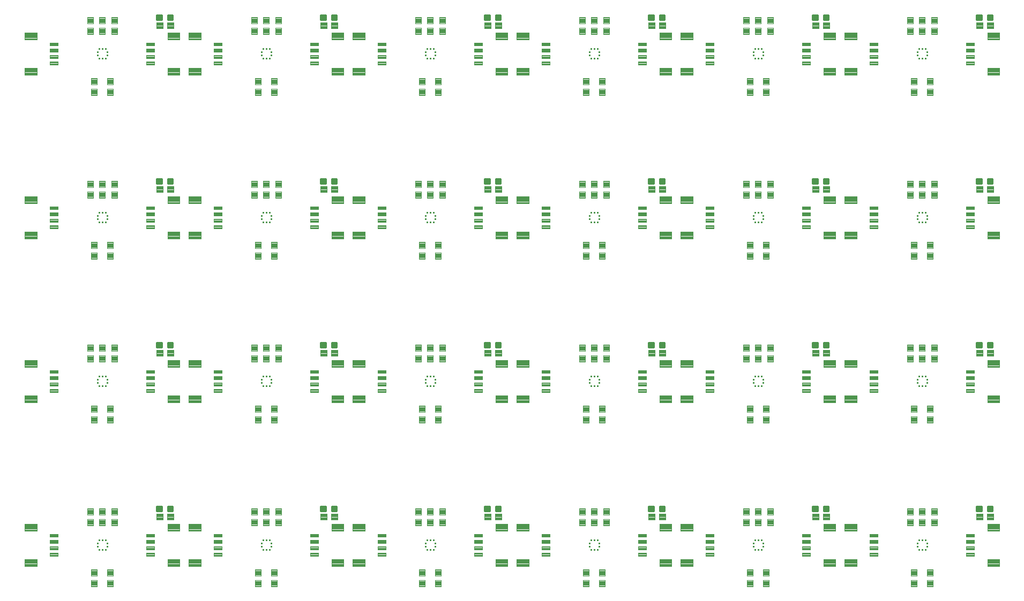
<source format=gtp>
G04 EAGLE Gerber RS-274X export*
G75*
%MOMM*%
%FSLAX34Y34*%
%LPD*%
%INSolderpaste Top*%
%IPPOS*%
%AMOC8*
5,1,8,0,0,1.08239X$1,22.5*%
G01*
%ADD10C,0.102600*%
%ADD11R,0.200000X0.225000*%
%ADD12R,0.225000X0.200000*%
%ADD13C,0.096000*%
%ADD14C,0.102000*%
%ADD15C,0.100000*%
%ADD16C,0.300000*%


D10*
X127747Y135532D02*
X127747Y133708D01*
X126073Y133708D01*
X126073Y135532D01*
X127747Y135532D01*
X127747Y134683D02*
X126073Y134683D01*
X122747Y135532D02*
X122747Y133708D01*
X121073Y133708D01*
X121073Y135532D01*
X122747Y135532D01*
X122747Y134683D02*
X121073Y134683D01*
X132747Y135532D02*
X132747Y133708D01*
X131073Y133708D01*
X131073Y135532D01*
X132747Y135532D01*
X132747Y134683D02*
X131073Y134683D01*
X127747Y120382D02*
X127747Y118558D01*
X126073Y118558D01*
X126073Y120382D01*
X127747Y120382D01*
X127747Y119533D02*
X126073Y119533D01*
X122747Y120382D02*
X122747Y118558D01*
X121073Y118558D01*
X121073Y120382D01*
X122747Y120382D01*
X122747Y119533D02*
X121073Y119533D01*
X132747Y120382D02*
X132747Y118558D01*
X131073Y118558D01*
X131073Y120382D01*
X132747Y120382D01*
X132747Y119533D02*
X131073Y119533D01*
X120172Y125457D02*
X118498Y125457D01*
X120172Y125457D02*
X120172Y123633D01*
X118498Y123633D01*
X118498Y125457D01*
X118498Y124608D02*
X120172Y124608D01*
X120172Y130457D02*
X118498Y130457D01*
X120172Y130457D02*
X120172Y128633D01*
X118498Y128633D01*
X118498Y130457D01*
X118498Y129608D02*
X120172Y129608D01*
X133648Y125457D02*
X135322Y125457D01*
X135322Y123633D01*
X133648Y123633D01*
X133648Y125457D01*
X133648Y124608D02*
X135322Y124608D01*
X135322Y130457D02*
X133648Y130457D01*
X135322Y130457D02*
X135322Y128633D01*
X133648Y128633D01*
X133648Y130457D01*
X133648Y129608D02*
X135322Y129608D01*
D11*
X121910Y119420D03*
X126910Y119420D03*
D12*
X134535Y129545D03*
X119285Y129545D03*
D11*
X131910Y134670D03*
D12*
X119285Y124545D03*
X134535Y124545D03*
D11*
X131910Y119420D03*
X121910Y134670D03*
X126910Y134670D03*
D13*
X4530Y149480D02*
X4530Y160520D01*
X23570Y160520D01*
X23570Y149480D01*
X4530Y149480D01*
X4530Y150392D02*
X23570Y150392D01*
X23570Y151304D02*
X4530Y151304D01*
X4530Y152216D02*
X23570Y152216D01*
X23570Y153128D02*
X4530Y153128D01*
X4530Y154040D02*
X23570Y154040D01*
X23570Y154952D02*
X4530Y154952D01*
X4530Y155864D02*
X23570Y155864D01*
X23570Y156776D02*
X4530Y156776D01*
X4530Y157688D02*
X23570Y157688D01*
X23570Y158600D02*
X4530Y158600D01*
X4530Y159512D02*
X23570Y159512D01*
X23570Y160424D02*
X4530Y160424D01*
X4530Y104520D02*
X4530Y93480D01*
X4530Y104520D02*
X23570Y104520D01*
X23570Y93480D01*
X4530Y93480D01*
X4530Y94392D02*
X23570Y94392D01*
X23570Y95304D02*
X4530Y95304D01*
X4530Y96216D02*
X23570Y96216D01*
X23570Y97128D02*
X4530Y97128D01*
X4530Y98040D02*
X23570Y98040D01*
X23570Y98952D02*
X4530Y98952D01*
X4530Y99864D02*
X23570Y99864D01*
X23570Y100776D02*
X4530Y100776D01*
X4530Y101688D02*
X23570Y101688D01*
X23570Y102600D02*
X4530Y102600D01*
X4530Y103512D02*
X23570Y103512D01*
X23570Y104424D02*
X4530Y104424D01*
D14*
X44560Y139510D02*
X44560Y144490D01*
X57040Y144490D01*
X57040Y139510D01*
X44560Y139510D01*
X44560Y140479D02*
X57040Y140479D01*
X57040Y141448D02*
X44560Y141448D01*
X44560Y142417D02*
X57040Y142417D01*
X57040Y143386D02*
X44560Y143386D01*
X44560Y144355D02*
X57040Y144355D01*
X44560Y134490D02*
X44560Y129510D01*
X44560Y134490D02*
X57040Y134490D01*
X57040Y129510D01*
X44560Y129510D01*
X44560Y130479D02*
X57040Y130479D01*
X57040Y131448D02*
X44560Y131448D01*
X44560Y132417D02*
X57040Y132417D01*
X57040Y133386D02*
X44560Y133386D01*
X44560Y134355D02*
X57040Y134355D01*
X44560Y124490D02*
X44560Y119510D01*
X44560Y124490D02*
X57040Y124490D01*
X57040Y119510D01*
X44560Y119510D01*
X44560Y120479D02*
X57040Y120479D01*
X57040Y121448D02*
X44560Y121448D01*
X44560Y122417D02*
X57040Y122417D01*
X57040Y123386D02*
X44560Y123386D01*
X44560Y124355D02*
X57040Y124355D01*
X44560Y114490D02*
X44560Y109510D01*
X44560Y114490D02*
X57040Y114490D01*
X57040Y109510D01*
X44560Y109510D01*
X44560Y110479D02*
X57040Y110479D01*
X57040Y111448D02*
X44560Y111448D01*
X44560Y112417D02*
X57040Y112417D01*
X57040Y113386D02*
X44560Y113386D01*
X44560Y114355D02*
X57040Y114355D01*
D13*
X249470Y104520D02*
X249470Y93480D01*
X230430Y93480D01*
X230430Y104520D01*
X249470Y104520D01*
X249470Y94392D02*
X230430Y94392D01*
X230430Y95304D02*
X249470Y95304D01*
X249470Y96216D02*
X230430Y96216D01*
X230430Y97128D02*
X249470Y97128D01*
X249470Y98040D02*
X230430Y98040D01*
X230430Y98952D02*
X249470Y98952D01*
X249470Y99864D02*
X230430Y99864D01*
X230430Y100776D02*
X249470Y100776D01*
X249470Y101688D02*
X230430Y101688D01*
X230430Y102600D02*
X249470Y102600D01*
X249470Y103512D02*
X230430Y103512D01*
X230430Y104424D02*
X249470Y104424D01*
X249470Y149480D02*
X249470Y160520D01*
X249470Y149480D02*
X230430Y149480D01*
X230430Y160520D01*
X249470Y160520D01*
X249470Y150392D02*
X230430Y150392D01*
X230430Y151304D02*
X249470Y151304D01*
X249470Y152216D02*
X230430Y152216D01*
X230430Y153128D02*
X249470Y153128D01*
X249470Y154040D02*
X230430Y154040D01*
X230430Y154952D02*
X249470Y154952D01*
X249470Y155864D02*
X230430Y155864D01*
X230430Y156776D02*
X249470Y156776D01*
X249470Y157688D02*
X230430Y157688D01*
X230430Y158600D02*
X249470Y158600D01*
X249470Y159512D02*
X230430Y159512D01*
X230430Y160424D02*
X249470Y160424D01*
D14*
X209440Y114490D02*
X209440Y109510D01*
X196960Y109510D01*
X196960Y114490D01*
X209440Y114490D01*
X209440Y110479D02*
X196960Y110479D01*
X196960Y111448D02*
X209440Y111448D01*
X209440Y112417D02*
X196960Y112417D01*
X196960Y113386D02*
X209440Y113386D01*
X209440Y114355D02*
X196960Y114355D01*
X209440Y119510D02*
X209440Y124490D01*
X209440Y119510D02*
X196960Y119510D01*
X196960Y124490D01*
X209440Y124490D01*
X209440Y120479D02*
X196960Y120479D01*
X196960Y121448D02*
X209440Y121448D01*
X209440Y122417D02*
X196960Y122417D01*
X196960Y123386D02*
X209440Y123386D01*
X209440Y124355D02*
X196960Y124355D01*
X209440Y129510D02*
X209440Y134490D01*
X209440Y129510D02*
X196960Y129510D01*
X196960Y134490D01*
X209440Y134490D01*
X209440Y130479D02*
X196960Y130479D01*
X196960Y131448D02*
X209440Y131448D01*
X209440Y132417D02*
X196960Y132417D01*
X196960Y133386D02*
X209440Y133386D01*
X209440Y134355D02*
X196960Y134355D01*
X209440Y139510D02*
X209440Y144490D01*
X209440Y139510D02*
X196960Y139510D01*
X196960Y144490D01*
X209440Y144490D01*
X209440Y140479D02*
X196960Y140479D01*
X196960Y141448D02*
X209440Y141448D01*
X209440Y142417D02*
X196960Y142417D01*
X196960Y143386D02*
X209440Y143386D01*
X209440Y144355D02*
X196960Y144355D01*
D15*
X131500Y157950D02*
X131500Y167950D01*
X131500Y157950D02*
X122500Y157950D01*
X122500Y167950D01*
X131500Y167950D01*
X131500Y158900D02*
X122500Y158900D01*
X122500Y159850D02*
X131500Y159850D01*
X131500Y160800D02*
X122500Y160800D01*
X122500Y161750D02*
X131500Y161750D01*
X131500Y162700D02*
X122500Y162700D01*
X122500Y163650D02*
X131500Y163650D01*
X131500Y164600D02*
X122500Y164600D01*
X122500Y165550D02*
X131500Y165550D01*
X131500Y166500D02*
X122500Y166500D01*
X122500Y167450D02*
X131500Y167450D01*
X131500Y174950D02*
X131500Y184950D01*
X131500Y174950D02*
X122500Y174950D01*
X122500Y184950D01*
X131500Y184950D01*
X131500Y175900D02*
X122500Y175900D01*
X122500Y176850D02*
X131500Y176850D01*
X131500Y177800D02*
X122500Y177800D01*
X122500Y178750D02*
X131500Y178750D01*
X131500Y179700D02*
X122500Y179700D01*
X122500Y180650D02*
X131500Y180650D01*
X131500Y181600D02*
X122500Y181600D01*
X122500Y182550D02*
X131500Y182550D01*
X131500Y183500D02*
X122500Y183500D01*
X122500Y184450D02*
X131500Y184450D01*
X118800Y71430D02*
X118800Y61430D01*
X109800Y61430D01*
X109800Y71430D01*
X118800Y71430D01*
X118800Y62380D02*
X109800Y62380D01*
X109800Y63330D02*
X118800Y63330D01*
X118800Y64280D02*
X109800Y64280D01*
X109800Y65230D02*
X118800Y65230D01*
X118800Y66180D02*
X109800Y66180D01*
X109800Y67130D02*
X118800Y67130D01*
X118800Y68080D02*
X109800Y68080D01*
X109800Y69030D02*
X118800Y69030D01*
X118800Y69980D02*
X109800Y69980D01*
X109800Y70930D02*
X118800Y70930D01*
X118800Y78430D02*
X118800Y88430D01*
X118800Y78430D02*
X109800Y78430D01*
X109800Y88430D01*
X118800Y88430D01*
X118800Y79380D02*
X109800Y79380D01*
X109800Y80330D02*
X118800Y80330D01*
X118800Y81280D02*
X109800Y81280D01*
X109800Y82230D02*
X118800Y82230D01*
X118800Y83180D02*
X109800Y83180D01*
X109800Y84130D02*
X118800Y84130D01*
X118800Y85080D02*
X109800Y85080D01*
X109800Y86030D02*
X118800Y86030D01*
X118800Y86980D02*
X109800Y86980D01*
X109800Y87930D02*
X118800Y87930D01*
X135200Y88430D02*
X135200Y78430D01*
X135200Y88430D02*
X144200Y88430D01*
X144200Y78430D01*
X135200Y78430D01*
X135200Y79380D02*
X144200Y79380D01*
X144200Y80330D02*
X135200Y80330D01*
X135200Y81280D02*
X144200Y81280D01*
X144200Y82230D02*
X135200Y82230D01*
X135200Y83180D02*
X144200Y83180D01*
X144200Y84130D02*
X135200Y84130D01*
X135200Y85080D02*
X144200Y85080D01*
X144200Y86030D02*
X135200Y86030D01*
X135200Y86980D02*
X144200Y86980D01*
X144200Y87930D02*
X135200Y87930D01*
X135200Y71430D02*
X135200Y61430D01*
X135200Y71430D02*
X144200Y71430D01*
X144200Y61430D01*
X135200Y61430D01*
X135200Y62380D02*
X144200Y62380D01*
X144200Y63330D02*
X135200Y63330D01*
X135200Y64280D02*
X144200Y64280D01*
X144200Y65230D02*
X135200Y65230D01*
X135200Y66180D02*
X144200Y66180D01*
X144200Y67130D02*
X135200Y67130D01*
X135200Y68080D02*
X144200Y68080D01*
X144200Y69030D02*
X135200Y69030D01*
X135200Y69980D02*
X144200Y69980D01*
X144200Y70930D02*
X135200Y70930D01*
X103450Y174950D02*
X103450Y184950D01*
X112450Y184950D01*
X112450Y174950D01*
X103450Y174950D01*
X103450Y175900D02*
X112450Y175900D01*
X112450Y176850D02*
X103450Y176850D01*
X103450Y177800D02*
X112450Y177800D01*
X112450Y178750D02*
X103450Y178750D01*
X103450Y179700D02*
X112450Y179700D01*
X112450Y180650D02*
X103450Y180650D01*
X103450Y181600D02*
X112450Y181600D01*
X112450Y182550D02*
X103450Y182550D01*
X103450Y183500D02*
X112450Y183500D01*
X112450Y184450D02*
X103450Y184450D01*
X103450Y167950D02*
X103450Y157950D01*
X103450Y167950D02*
X112450Y167950D01*
X112450Y157950D01*
X103450Y157950D01*
X103450Y158900D02*
X112450Y158900D01*
X112450Y159850D02*
X103450Y159850D01*
X103450Y160800D02*
X112450Y160800D01*
X112450Y161750D02*
X103450Y161750D01*
X103450Y162700D02*
X112450Y162700D01*
X112450Y163650D02*
X103450Y163650D01*
X103450Y164600D02*
X112450Y164600D01*
X112450Y165550D02*
X103450Y165550D01*
X103450Y166500D02*
X112450Y166500D01*
X112450Y167450D02*
X103450Y167450D01*
X150550Y167950D02*
X150550Y157950D01*
X141550Y157950D01*
X141550Y167950D01*
X150550Y167950D01*
X150550Y158900D02*
X141550Y158900D01*
X141550Y159850D02*
X150550Y159850D01*
X150550Y160800D02*
X141550Y160800D01*
X141550Y161750D02*
X150550Y161750D01*
X150550Y162700D02*
X141550Y162700D01*
X141550Y163650D02*
X150550Y163650D01*
X150550Y164600D02*
X141550Y164600D01*
X141550Y165550D02*
X150550Y165550D01*
X150550Y166500D02*
X141550Y166500D01*
X141550Y167450D02*
X150550Y167450D01*
X150550Y174950D02*
X150550Y184950D01*
X150550Y174950D02*
X141550Y174950D01*
X141550Y184950D01*
X150550Y184950D01*
X150550Y175900D02*
X141550Y175900D01*
X141550Y176850D02*
X150550Y176850D01*
X150550Y177800D02*
X141550Y177800D01*
X141550Y178750D02*
X150550Y178750D01*
X150550Y179700D02*
X141550Y179700D01*
X141550Y180650D02*
X150550Y180650D01*
X150550Y181600D02*
X141550Y181600D01*
X141550Y182550D02*
X150550Y182550D01*
X150550Y183500D02*
X141550Y183500D01*
X141550Y184450D02*
X150550Y184450D01*
D16*
X231330Y187650D02*
X231330Y180650D01*
X231330Y187650D02*
X238330Y187650D01*
X238330Y180650D01*
X231330Y180650D01*
X231330Y183500D02*
X238330Y183500D01*
X238330Y186350D02*
X231330Y186350D01*
X213790Y187650D02*
X213790Y180650D01*
X213790Y187650D02*
X220790Y187650D01*
X220790Y180650D01*
X213790Y180650D01*
X213790Y183500D02*
X220790Y183500D01*
X220790Y186350D02*
X213790Y186350D01*
D15*
X212560Y166950D02*
X222560Y166950D01*
X212560Y166950D02*
X212560Y175950D01*
X222560Y175950D01*
X222560Y166950D01*
X222560Y167900D02*
X212560Y167900D01*
X212560Y168850D02*
X222560Y168850D01*
X222560Y169800D02*
X212560Y169800D01*
X212560Y170750D02*
X222560Y170750D01*
X222560Y171700D02*
X212560Y171700D01*
X212560Y172650D02*
X222560Y172650D01*
X222560Y173600D02*
X212560Y173600D01*
X212560Y174550D02*
X222560Y174550D01*
X222560Y175500D02*
X212560Y175500D01*
X229560Y166950D02*
X239560Y166950D01*
X229560Y166950D02*
X229560Y175950D01*
X239560Y175950D01*
X239560Y166950D01*
X239560Y167900D02*
X229560Y167900D01*
X229560Y168850D02*
X239560Y168850D01*
X239560Y169800D02*
X229560Y169800D01*
X229560Y170750D02*
X239560Y170750D01*
X239560Y171700D02*
X229560Y171700D01*
X229560Y172650D02*
X239560Y172650D01*
X239560Y173600D02*
X229560Y173600D01*
X229560Y174550D02*
X239560Y174550D01*
X239560Y175500D02*
X229560Y175500D01*
D10*
X386827Y135532D02*
X386827Y133708D01*
X385153Y133708D01*
X385153Y135532D01*
X386827Y135532D01*
X386827Y134683D02*
X385153Y134683D01*
X381827Y135532D02*
X381827Y133708D01*
X380153Y133708D01*
X380153Y135532D01*
X381827Y135532D01*
X381827Y134683D02*
X380153Y134683D01*
X391827Y135532D02*
X391827Y133708D01*
X390153Y133708D01*
X390153Y135532D01*
X391827Y135532D01*
X391827Y134683D02*
X390153Y134683D01*
X386827Y120382D02*
X386827Y118558D01*
X385153Y118558D01*
X385153Y120382D01*
X386827Y120382D01*
X386827Y119533D02*
X385153Y119533D01*
X381827Y120382D02*
X381827Y118558D01*
X380153Y118558D01*
X380153Y120382D01*
X381827Y120382D01*
X381827Y119533D02*
X380153Y119533D01*
X391827Y120382D02*
X391827Y118558D01*
X390153Y118558D01*
X390153Y120382D01*
X391827Y120382D01*
X391827Y119533D02*
X390153Y119533D01*
X379252Y125457D02*
X377578Y125457D01*
X379252Y125457D02*
X379252Y123633D01*
X377578Y123633D01*
X377578Y125457D01*
X377578Y124608D02*
X379252Y124608D01*
X379252Y130457D02*
X377578Y130457D01*
X379252Y130457D02*
X379252Y128633D01*
X377578Y128633D01*
X377578Y130457D01*
X377578Y129608D02*
X379252Y129608D01*
X392728Y125457D02*
X394402Y125457D01*
X394402Y123633D01*
X392728Y123633D01*
X392728Y125457D01*
X392728Y124608D02*
X394402Y124608D01*
X394402Y130457D02*
X392728Y130457D01*
X394402Y130457D02*
X394402Y128633D01*
X392728Y128633D01*
X392728Y130457D01*
X392728Y129608D02*
X394402Y129608D01*
D11*
X380990Y119420D03*
X385990Y119420D03*
D12*
X393615Y129545D03*
X378365Y129545D03*
D11*
X390990Y134670D03*
D12*
X378365Y124545D03*
X393615Y124545D03*
D11*
X390990Y119420D03*
X380990Y134670D03*
X385990Y134670D03*
D13*
X263610Y149480D02*
X263610Y160520D01*
X282650Y160520D01*
X282650Y149480D01*
X263610Y149480D01*
X263610Y150392D02*
X282650Y150392D01*
X282650Y151304D02*
X263610Y151304D01*
X263610Y152216D02*
X282650Y152216D01*
X282650Y153128D02*
X263610Y153128D01*
X263610Y154040D02*
X282650Y154040D01*
X282650Y154952D02*
X263610Y154952D01*
X263610Y155864D02*
X282650Y155864D01*
X282650Y156776D02*
X263610Y156776D01*
X263610Y157688D02*
X282650Y157688D01*
X282650Y158600D02*
X263610Y158600D01*
X263610Y159512D02*
X282650Y159512D01*
X282650Y160424D02*
X263610Y160424D01*
X263610Y104520D02*
X263610Y93480D01*
X263610Y104520D02*
X282650Y104520D01*
X282650Y93480D01*
X263610Y93480D01*
X263610Y94392D02*
X282650Y94392D01*
X282650Y95304D02*
X263610Y95304D01*
X263610Y96216D02*
X282650Y96216D01*
X282650Y97128D02*
X263610Y97128D01*
X263610Y98040D02*
X282650Y98040D01*
X282650Y98952D02*
X263610Y98952D01*
X263610Y99864D02*
X282650Y99864D01*
X282650Y100776D02*
X263610Y100776D01*
X263610Y101688D02*
X282650Y101688D01*
X282650Y102600D02*
X263610Y102600D01*
X263610Y103512D02*
X282650Y103512D01*
X282650Y104424D02*
X263610Y104424D01*
D14*
X303640Y139510D02*
X303640Y144490D01*
X316120Y144490D01*
X316120Y139510D01*
X303640Y139510D01*
X303640Y140479D02*
X316120Y140479D01*
X316120Y141448D02*
X303640Y141448D01*
X303640Y142417D02*
X316120Y142417D01*
X316120Y143386D02*
X303640Y143386D01*
X303640Y144355D02*
X316120Y144355D01*
X303640Y134490D02*
X303640Y129510D01*
X303640Y134490D02*
X316120Y134490D01*
X316120Y129510D01*
X303640Y129510D01*
X303640Y130479D02*
X316120Y130479D01*
X316120Y131448D02*
X303640Y131448D01*
X303640Y132417D02*
X316120Y132417D01*
X316120Y133386D02*
X303640Y133386D01*
X303640Y134355D02*
X316120Y134355D01*
X303640Y124490D02*
X303640Y119510D01*
X303640Y124490D02*
X316120Y124490D01*
X316120Y119510D01*
X303640Y119510D01*
X303640Y120479D02*
X316120Y120479D01*
X316120Y121448D02*
X303640Y121448D01*
X303640Y122417D02*
X316120Y122417D01*
X316120Y123386D02*
X303640Y123386D01*
X303640Y124355D02*
X316120Y124355D01*
X303640Y114490D02*
X303640Y109510D01*
X303640Y114490D02*
X316120Y114490D01*
X316120Y109510D01*
X303640Y109510D01*
X303640Y110479D02*
X316120Y110479D01*
X316120Y111448D02*
X303640Y111448D01*
X303640Y112417D02*
X316120Y112417D01*
X316120Y113386D02*
X303640Y113386D01*
X303640Y114355D02*
X316120Y114355D01*
D13*
X508550Y104520D02*
X508550Y93480D01*
X489510Y93480D01*
X489510Y104520D01*
X508550Y104520D01*
X508550Y94392D02*
X489510Y94392D01*
X489510Y95304D02*
X508550Y95304D01*
X508550Y96216D02*
X489510Y96216D01*
X489510Y97128D02*
X508550Y97128D01*
X508550Y98040D02*
X489510Y98040D01*
X489510Y98952D02*
X508550Y98952D01*
X508550Y99864D02*
X489510Y99864D01*
X489510Y100776D02*
X508550Y100776D01*
X508550Y101688D02*
X489510Y101688D01*
X489510Y102600D02*
X508550Y102600D01*
X508550Y103512D02*
X489510Y103512D01*
X489510Y104424D02*
X508550Y104424D01*
X508550Y149480D02*
X508550Y160520D01*
X508550Y149480D02*
X489510Y149480D01*
X489510Y160520D01*
X508550Y160520D01*
X508550Y150392D02*
X489510Y150392D01*
X489510Y151304D02*
X508550Y151304D01*
X508550Y152216D02*
X489510Y152216D01*
X489510Y153128D02*
X508550Y153128D01*
X508550Y154040D02*
X489510Y154040D01*
X489510Y154952D02*
X508550Y154952D01*
X508550Y155864D02*
X489510Y155864D01*
X489510Y156776D02*
X508550Y156776D01*
X508550Y157688D02*
X489510Y157688D01*
X489510Y158600D02*
X508550Y158600D01*
X508550Y159512D02*
X489510Y159512D01*
X489510Y160424D02*
X508550Y160424D01*
D14*
X468520Y114490D02*
X468520Y109510D01*
X456040Y109510D01*
X456040Y114490D01*
X468520Y114490D01*
X468520Y110479D02*
X456040Y110479D01*
X456040Y111448D02*
X468520Y111448D01*
X468520Y112417D02*
X456040Y112417D01*
X456040Y113386D02*
X468520Y113386D01*
X468520Y114355D02*
X456040Y114355D01*
X468520Y119510D02*
X468520Y124490D01*
X468520Y119510D02*
X456040Y119510D01*
X456040Y124490D01*
X468520Y124490D01*
X468520Y120479D02*
X456040Y120479D01*
X456040Y121448D02*
X468520Y121448D01*
X468520Y122417D02*
X456040Y122417D01*
X456040Y123386D02*
X468520Y123386D01*
X468520Y124355D02*
X456040Y124355D01*
X468520Y129510D02*
X468520Y134490D01*
X468520Y129510D02*
X456040Y129510D01*
X456040Y134490D01*
X468520Y134490D01*
X468520Y130479D02*
X456040Y130479D01*
X456040Y131448D02*
X468520Y131448D01*
X468520Y132417D02*
X456040Y132417D01*
X456040Y133386D02*
X468520Y133386D01*
X468520Y134355D02*
X456040Y134355D01*
X468520Y139510D02*
X468520Y144490D01*
X468520Y139510D02*
X456040Y139510D01*
X456040Y144490D01*
X468520Y144490D01*
X468520Y140479D02*
X456040Y140479D01*
X456040Y141448D02*
X468520Y141448D01*
X468520Y142417D02*
X456040Y142417D01*
X456040Y143386D02*
X468520Y143386D01*
X468520Y144355D02*
X456040Y144355D01*
D15*
X390580Y157950D02*
X390580Y167950D01*
X390580Y157950D02*
X381580Y157950D01*
X381580Y167950D01*
X390580Y167950D01*
X390580Y158900D02*
X381580Y158900D01*
X381580Y159850D02*
X390580Y159850D01*
X390580Y160800D02*
X381580Y160800D01*
X381580Y161750D02*
X390580Y161750D01*
X390580Y162700D02*
X381580Y162700D01*
X381580Y163650D02*
X390580Y163650D01*
X390580Y164600D02*
X381580Y164600D01*
X381580Y165550D02*
X390580Y165550D01*
X390580Y166500D02*
X381580Y166500D01*
X381580Y167450D02*
X390580Y167450D01*
X390580Y174950D02*
X390580Y184950D01*
X390580Y174950D02*
X381580Y174950D01*
X381580Y184950D01*
X390580Y184950D01*
X390580Y175900D02*
X381580Y175900D01*
X381580Y176850D02*
X390580Y176850D01*
X390580Y177800D02*
X381580Y177800D01*
X381580Y178750D02*
X390580Y178750D01*
X390580Y179700D02*
X381580Y179700D01*
X381580Y180650D02*
X390580Y180650D01*
X390580Y181600D02*
X381580Y181600D01*
X381580Y182550D02*
X390580Y182550D01*
X390580Y183500D02*
X381580Y183500D01*
X381580Y184450D02*
X390580Y184450D01*
X377880Y71430D02*
X377880Y61430D01*
X368880Y61430D01*
X368880Y71430D01*
X377880Y71430D01*
X377880Y62380D02*
X368880Y62380D01*
X368880Y63330D02*
X377880Y63330D01*
X377880Y64280D02*
X368880Y64280D01*
X368880Y65230D02*
X377880Y65230D01*
X377880Y66180D02*
X368880Y66180D01*
X368880Y67130D02*
X377880Y67130D01*
X377880Y68080D02*
X368880Y68080D01*
X368880Y69030D02*
X377880Y69030D01*
X377880Y69980D02*
X368880Y69980D01*
X368880Y70930D02*
X377880Y70930D01*
X377880Y78430D02*
X377880Y88430D01*
X377880Y78430D02*
X368880Y78430D01*
X368880Y88430D01*
X377880Y88430D01*
X377880Y79380D02*
X368880Y79380D01*
X368880Y80330D02*
X377880Y80330D01*
X377880Y81280D02*
X368880Y81280D01*
X368880Y82230D02*
X377880Y82230D01*
X377880Y83180D02*
X368880Y83180D01*
X368880Y84130D02*
X377880Y84130D01*
X377880Y85080D02*
X368880Y85080D01*
X368880Y86030D02*
X377880Y86030D01*
X377880Y86980D02*
X368880Y86980D01*
X368880Y87930D02*
X377880Y87930D01*
X394280Y88430D02*
X394280Y78430D01*
X394280Y88430D02*
X403280Y88430D01*
X403280Y78430D01*
X394280Y78430D01*
X394280Y79380D02*
X403280Y79380D01*
X403280Y80330D02*
X394280Y80330D01*
X394280Y81280D02*
X403280Y81280D01*
X403280Y82230D02*
X394280Y82230D01*
X394280Y83180D02*
X403280Y83180D01*
X403280Y84130D02*
X394280Y84130D01*
X394280Y85080D02*
X403280Y85080D01*
X403280Y86030D02*
X394280Y86030D01*
X394280Y86980D02*
X403280Y86980D01*
X403280Y87930D02*
X394280Y87930D01*
X394280Y71430D02*
X394280Y61430D01*
X394280Y71430D02*
X403280Y71430D01*
X403280Y61430D01*
X394280Y61430D01*
X394280Y62380D02*
X403280Y62380D01*
X403280Y63330D02*
X394280Y63330D01*
X394280Y64280D02*
X403280Y64280D01*
X403280Y65230D02*
X394280Y65230D01*
X394280Y66180D02*
X403280Y66180D01*
X403280Y67130D02*
X394280Y67130D01*
X394280Y68080D02*
X403280Y68080D01*
X403280Y69030D02*
X394280Y69030D01*
X394280Y69980D02*
X403280Y69980D01*
X403280Y70930D02*
X394280Y70930D01*
X362530Y174950D02*
X362530Y184950D01*
X371530Y184950D01*
X371530Y174950D01*
X362530Y174950D01*
X362530Y175900D02*
X371530Y175900D01*
X371530Y176850D02*
X362530Y176850D01*
X362530Y177800D02*
X371530Y177800D01*
X371530Y178750D02*
X362530Y178750D01*
X362530Y179700D02*
X371530Y179700D01*
X371530Y180650D02*
X362530Y180650D01*
X362530Y181600D02*
X371530Y181600D01*
X371530Y182550D02*
X362530Y182550D01*
X362530Y183500D02*
X371530Y183500D01*
X371530Y184450D02*
X362530Y184450D01*
X362530Y167950D02*
X362530Y157950D01*
X362530Y167950D02*
X371530Y167950D01*
X371530Y157950D01*
X362530Y157950D01*
X362530Y158900D02*
X371530Y158900D01*
X371530Y159850D02*
X362530Y159850D01*
X362530Y160800D02*
X371530Y160800D01*
X371530Y161750D02*
X362530Y161750D01*
X362530Y162700D02*
X371530Y162700D01*
X371530Y163650D02*
X362530Y163650D01*
X362530Y164600D02*
X371530Y164600D01*
X371530Y165550D02*
X362530Y165550D01*
X362530Y166500D02*
X371530Y166500D01*
X371530Y167450D02*
X362530Y167450D01*
X409630Y167950D02*
X409630Y157950D01*
X400630Y157950D01*
X400630Y167950D01*
X409630Y167950D01*
X409630Y158900D02*
X400630Y158900D01*
X400630Y159850D02*
X409630Y159850D01*
X409630Y160800D02*
X400630Y160800D01*
X400630Y161750D02*
X409630Y161750D01*
X409630Y162700D02*
X400630Y162700D01*
X400630Y163650D02*
X409630Y163650D01*
X409630Y164600D02*
X400630Y164600D01*
X400630Y165550D02*
X409630Y165550D01*
X409630Y166500D02*
X400630Y166500D01*
X400630Y167450D02*
X409630Y167450D01*
X409630Y174950D02*
X409630Y184950D01*
X409630Y174950D02*
X400630Y174950D01*
X400630Y184950D01*
X409630Y184950D01*
X409630Y175900D02*
X400630Y175900D01*
X400630Y176850D02*
X409630Y176850D01*
X409630Y177800D02*
X400630Y177800D01*
X400630Y178750D02*
X409630Y178750D01*
X409630Y179700D02*
X400630Y179700D01*
X400630Y180650D02*
X409630Y180650D01*
X409630Y181600D02*
X400630Y181600D01*
X400630Y182550D02*
X409630Y182550D01*
X409630Y183500D02*
X400630Y183500D01*
X400630Y184450D02*
X409630Y184450D01*
D16*
X490410Y187650D02*
X490410Y180650D01*
X490410Y187650D02*
X497410Y187650D01*
X497410Y180650D01*
X490410Y180650D01*
X490410Y183500D02*
X497410Y183500D01*
X497410Y186350D02*
X490410Y186350D01*
X472870Y187650D02*
X472870Y180650D01*
X472870Y187650D02*
X479870Y187650D01*
X479870Y180650D01*
X472870Y180650D01*
X472870Y183500D02*
X479870Y183500D01*
X479870Y186350D02*
X472870Y186350D01*
D15*
X471640Y166950D02*
X481640Y166950D01*
X471640Y166950D02*
X471640Y175950D01*
X481640Y175950D01*
X481640Y166950D01*
X481640Y167900D02*
X471640Y167900D01*
X471640Y168850D02*
X481640Y168850D01*
X481640Y169800D02*
X471640Y169800D01*
X471640Y170750D02*
X481640Y170750D01*
X481640Y171700D02*
X471640Y171700D01*
X471640Y172650D02*
X481640Y172650D01*
X481640Y173600D02*
X471640Y173600D01*
X471640Y174550D02*
X481640Y174550D01*
X481640Y175500D02*
X471640Y175500D01*
X488640Y166950D02*
X498640Y166950D01*
X488640Y166950D02*
X488640Y175950D01*
X498640Y175950D01*
X498640Y166950D01*
X498640Y167900D02*
X488640Y167900D01*
X488640Y168850D02*
X498640Y168850D01*
X498640Y169800D02*
X488640Y169800D01*
X488640Y170750D02*
X498640Y170750D01*
X498640Y171700D02*
X488640Y171700D01*
X488640Y172650D02*
X498640Y172650D01*
X498640Y173600D02*
X488640Y173600D01*
X488640Y174550D02*
X498640Y174550D01*
X498640Y175500D02*
X488640Y175500D01*
D10*
X645907Y135532D02*
X645907Y133708D01*
X644233Y133708D01*
X644233Y135532D01*
X645907Y135532D01*
X645907Y134683D02*
X644233Y134683D01*
X640907Y135532D02*
X640907Y133708D01*
X639233Y133708D01*
X639233Y135532D01*
X640907Y135532D01*
X640907Y134683D02*
X639233Y134683D01*
X650907Y135532D02*
X650907Y133708D01*
X649233Y133708D01*
X649233Y135532D01*
X650907Y135532D01*
X650907Y134683D02*
X649233Y134683D01*
X645907Y120382D02*
X645907Y118558D01*
X644233Y118558D01*
X644233Y120382D01*
X645907Y120382D01*
X645907Y119533D02*
X644233Y119533D01*
X640907Y120382D02*
X640907Y118558D01*
X639233Y118558D01*
X639233Y120382D01*
X640907Y120382D01*
X640907Y119533D02*
X639233Y119533D01*
X650907Y120382D02*
X650907Y118558D01*
X649233Y118558D01*
X649233Y120382D01*
X650907Y120382D01*
X650907Y119533D02*
X649233Y119533D01*
X638332Y125457D02*
X636658Y125457D01*
X638332Y125457D02*
X638332Y123633D01*
X636658Y123633D01*
X636658Y125457D01*
X636658Y124608D02*
X638332Y124608D01*
X638332Y130457D02*
X636658Y130457D01*
X638332Y130457D02*
X638332Y128633D01*
X636658Y128633D01*
X636658Y130457D01*
X636658Y129608D02*
X638332Y129608D01*
X651808Y125457D02*
X653482Y125457D01*
X653482Y123633D01*
X651808Y123633D01*
X651808Y125457D01*
X651808Y124608D02*
X653482Y124608D01*
X653482Y130457D02*
X651808Y130457D01*
X653482Y130457D02*
X653482Y128633D01*
X651808Y128633D01*
X651808Y130457D01*
X651808Y129608D02*
X653482Y129608D01*
D11*
X640070Y119420D03*
X645070Y119420D03*
D12*
X652695Y129545D03*
X637445Y129545D03*
D11*
X650070Y134670D03*
D12*
X637445Y124545D03*
X652695Y124545D03*
D11*
X650070Y119420D03*
X640070Y134670D03*
X645070Y134670D03*
D13*
X522690Y149480D02*
X522690Y160520D01*
X541730Y160520D01*
X541730Y149480D01*
X522690Y149480D01*
X522690Y150392D02*
X541730Y150392D01*
X541730Y151304D02*
X522690Y151304D01*
X522690Y152216D02*
X541730Y152216D01*
X541730Y153128D02*
X522690Y153128D01*
X522690Y154040D02*
X541730Y154040D01*
X541730Y154952D02*
X522690Y154952D01*
X522690Y155864D02*
X541730Y155864D01*
X541730Y156776D02*
X522690Y156776D01*
X522690Y157688D02*
X541730Y157688D01*
X541730Y158600D02*
X522690Y158600D01*
X522690Y159512D02*
X541730Y159512D01*
X541730Y160424D02*
X522690Y160424D01*
X522690Y104520D02*
X522690Y93480D01*
X522690Y104520D02*
X541730Y104520D01*
X541730Y93480D01*
X522690Y93480D01*
X522690Y94392D02*
X541730Y94392D01*
X541730Y95304D02*
X522690Y95304D01*
X522690Y96216D02*
X541730Y96216D01*
X541730Y97128D02*
X522690Y97128D01*
X522690Y98040D02*
X541730Y98040D01*
X541730Y98952D02*
X522690Y98952D01*
X522690Y99864D02*
X541730Y99864D01*
X541730Y100776D02*
X522690Y100776D01*
X522690Y101688D02*
X541730Y101688D01*
X541730Y102600D02*
X522690Y102600D01*
X522690Y103512D02*
X541730Y103512D01*
X541730Y104424D02*
X522690Y104424D01*
D14*
X562720Y139510D02*
X562720Y144490D01*
X575200Y144490D01*
X575200Y139510D01*
X562720Y139510D01*
X562720Y140479D02*
X575200Y140479D01*
X575200Y141448D02*
X562720Y141448D01*
X562720Y142417D02*
X575200Y142417D01*
X575200Y143386D02*
X562720Y143386D01*
X562720Y144355D02*
X575200Y144355D01*
X562720Y134490D02*
X562720Y129510D01*
X562720Y134490D02*
X575200Y134490D01*
X575200Y129510D01*
X562720Y129510D01*
X562720Y130479D02*
X575200Y130479D01*
X575200Y131448D02*
X562720Y131448D01*
X562720Y132417D02*
X575200Y132417D01*
X575200Y133386D02*
X562720Y133386D01*
X562720Y134355D02*
X575200Y134355D01*
X562720Y124490D02*
X562720Y119510D01*
X562720Y124490D02*
X575200Y124490D01*
X575200Y119510D01*
X562720Y119510D01*
X562720Y120479D02*
X575200Y120479D01*
X575200Y121448D02*
X562720Y121448D01*
X562720Y122417D02*
X575200Y122417D01*
X575200Y123386D02*
X562720Y123386D01*
X562720Y124355D02*
X575200Y124355D01*
X562720Y114490D02*
X562720Y109510D01*
X562720Y114490D02*
X575200Y114490D01*
X575200Y109510D01*
X562720Y109510D01*
X562720Y110479D02*
X575200Y110479D01*
X575200Y111448D02*
X562720Y111448D01*
X562720Y112417D02*
X575200Y112417D01*
X575200Y113386D02*
X562720Y113386D01*
X562720Y114355D02*
X575200Y114355D01*
D13*
X767630Y104520D02*
X767630Y93480D01*
X748590Y93480D01*
X748590Y104520D01*
X767630Y104520D01*
X767630Y94392D02*
X748590Y94392D01*
X748590Y95304D02*
X767630Y95304D01*
X767630Y96216D02*
X748590Y96216D01*
X748590Y97128D02*
X767630Y97128D01*
X767630Y98040D02*
X748590Y98040D01*
X748590Y98952D02*
X767630Y98952D01*
X767630Y99864D02*
X748590Y99864D01*
X748590Y100776D02*
X767630Y100776D01*
X767630Y101688D02*
X748590Y101688D01*
X748590Y102600D02*
X767630Y102600D01*
X767630Y103512D02*
X748590Y103512D01*
X748590Y104424D02*
X767630Y104424D01*
X767630Y149480D02*
X767630Y160520D01*
X767630Y149480D02*
X748590Y149480D01*
X748590Y160520D01*
X767630Y160520D01*
X767630Y150392D02*
X748590Y150392D01*
X748590Y151304D02*
X767630Y151304D01*
X767630Y152216D02*
X748590Y152216D01*
X748590Y153128D02*
X767630Y153128D01*
X767630Y154040D02*
X748590Y154040D01*
X748590Y154952D02*
X767630Y154952D01*
X767630Y155864D02*
X748590Y155864D01*
X748590Y156776D02*
X767630Y156776D01*
X767630Y157688D02*
X748590Y157688D01*
X748590Y158600D02*
X767630Y158600D01*
X767630Y159512D02*
X748590Y159512D01*
X748590Y160424D02*
X767630Y160424D01*
D14*
X727600Y114490D02*
X727600Y109510D01*
X715120Y109510D01*
X715120Y114490D01*
X727600Y114490D01*
X727600Y110479D02*
X715120Y110479D01*
X715120Y111448D02*
X727600Y111448D01*
X727600Y112417D02*
X715120Y112417D01*
X715120Y113386D02*
X727600Y113386D01*
X727600Y114355D02*
X715120Y114355D01*
X727600Y119510D02*
X727600Y124490D01*
X727600Y119510D02*
X715120Y119510D01*
X715120Y124490D01*
X727600Y124490D01*
X727600Y120479D02*
X715120Y120479D01*
X715120Y121448D02*
X727600Y121448D01*
X727600Y122417D02*
X715120Y122417D01*
X715120Y123386D02*
X727600Y123386D01*
X727600Y124355D02*
X715120Y124355D01*
X727600Y129510D02*
X727600Y134490D01*
X727600Y129510D02*
X715120Y129510D01*
X715120Y134490D01*
X727600Y134490D01*
X727600Y130479D02*
X715120Y130479D01*
X715120Y131448D02*
X727600Y131448D01*
X727600Y132417D02*
X715120Y132417D01*
X715120Y133386D02*
X727600Y133386D01*
X727600Y134355D02*
X715120Y134355D01*
X727600Y139510D02*
X727600Y144490D01*
X727600Y139510D02*
X715120Y139510D01*
X715120Y144490D01*
X727600Y144490D01*
X727600Y140479D02*
X715120Y140479D01*
X715120Y141448D02*
X727600Y141448D01*
X727600Y142417D02*
X715120Y142417D01*
X715120Y143386D02*
X727600Y143386D01*
X727600Y144355D02*
X715120Y144355D01*
D15*
X649660Y157950D02*
X649660Y167950D01*
X649660Y157950D02*
X640660Y157950D01*
X640660Y167950D01*
X649660Y167950D01*
X649660Y158900D02*
X640660Y158900D01*
X640660Y159850D02*
X649660Y159850D01*
X649660Y160800D02*
X640660Y160800D01*
X640660Y161750D02*
X649660Y161750D01*
X649660Y162700D02*
X640660Y162700D01*
X640660Y163650D02*
X649660Y163650D01*
X649660Y164600D02*
X640660Y164600D01*
X640660Y165550D02*
X649660Y165550D01*
X649660Y166500D02*
X640660Y166500D01*
X640660Y167450D02*
X649660Y167450D01*
X649660Y174950D02*
X649660Y184950D01*
X649660Y174950D02*
X640660Y174950D01*
X640660Y184950D01*
X649660Y184950D01*
X649660Y175900D02*
X640660Y175900D01*
X640660Y176850D02*
X649660Y176850D01*
X649660Y177800D02*
X640660Y177800D01*
X640660Y178750D02*
X649660Y178750D01*
X649660Y179700D02*
X640660Y179700D01*
X640660Y180650D02*
X649660Y180650D01*
X649660Y181600D02*
X640660Y181600D01*
X640660Y182550D02*
X649660Y182550D01*
X649660Y183500D02*
X640660Y183500D01*
X640660Y184450D02*
X649660Y184450D01*
X636960Y71430D02*
X636960Y61430D01*
X627960Y61430D01*
X627960Y71430D01*
X636960Y71430D01*
X636960Y62380D02*
X627960Y62380D01*
X627960Y63330D02*
X636960Y63330D01*
X636960Y64280D02*
X627960Y64280D01*
X627960Y65230D02*
X636960Y65230D01*
X636960Y66180D02*
X627960Y66180D01*
X627960Y67130D02*
X636960Y67130D01*
X636960Y68080D02*
X627960Y68080D01*
X627960Y69030D02*
X636960Y69030D01*
X636960Y69980D02*
X627960Y69980D01*
X627960Y70930D02*
X636960Y70930D01*
X636960Y78430D02*
X636960Y88430D01*
X636960Y78430D02*
X627960Y78430D01*
X627960Y88430D01*
X636960Y88430D01*
X636960Y79380D02*
X627960Y79380D01*
X627960Y80330D02*
X636960Y80330D01*
X636960Y81280D02*
X627960Y81280D01*
X627960Y82230D02*
X636960Y82230D01*
X636960Y83180D02*
X627960Y83180D01*
X627960Y84130D02*
X636960Y84130D01*
X636960Y85080D02*
X627960Y85080D01*
X627960Y86030D02*
X636960Y86030D01*
X636960Y86980D02*
X627960Y86980D01*
X627960Y87930D02*
X636960Y87930D01*
X653360Y88430D02*
X653360Y78430D01*
X653360Y88430D02*
X662360Y88430D01*
X662360Y78430D01*
X653360Y78430D01*
X653360Y79380D02*
X662360Y79380D01*
X662360Y80330D02*
X653360Y80330D01*
X653360Y81280D02*
X662360Y81280D01*
X662360Y82230D02*
X653360Y82230D01*
X653360Y83180D02*
X662360Y83180D01*
X662360Y84130D02*
X653360Y84130D01*
X653360Y85080D02*
X662360Y85080D01*
X662360Y86030D02*
X653360Y86030D01*
X653360Y86980D02*
X662360Y86980D01*
X662360Y87930D02*
X653360Y87930D01*
X653360Y71430D02*
X653360Y61430D01*
X653360Y71430D02*
X662360Y71430D01*
X662360Y61430D01*
X653360Y61430D01*
X653360Y62380D02*
X662360Y62380D01*
X662360Y63330D02*
X653360Y63330D01*
X653360Y64280D02*
X662360Y64280D01*
X662360Y65230D02*
X653360Y65230D01*
X653360Y66180D02*
X662360Y66180D01*
X662360Y67130D02*
X653360Y67130D01*
X653360Y68080D02*
X662360Y68080D01*
X662360Y69030D02*
X653360Y69030D01*
X653360Y69980D02*
X662360Y69980D01*
X662360Y70930D02*
X653360Y70930D01*
X621610Y174950D02*
X621610Y184950D01*
X630610Y184950D01*
X630610Y174950D01*
X621610Y174950D01*
X621610Y175900D02*
X630610Y175900D01*
X630610Y176850D02*
X621610Y176850D01*
X621610Y177800D02*
X630610Y177800D01*
X630610Y178750D02*
X621610Y178750D01*
X621610Y179700D02*
X630610Y179700D01*
X630610Y180650D02*
X621610Y180650D01*
X621610Y181600D02*
X630610Y181600D01*
X630610Y182550D02*
X621610Y182550D01*
X621610Y183500D02*
X630610Y183500D01*
X630610Y184450D02*
X621610Y184450D01*
X621610Y167950D02*
X621610Y157950D01*
X621610Y167950D02*
X630610Y167950D01*
X630610Y157950D01*
X621610Y157950D01*
X621610Y158900D02*
X630610Y158900D01*
X630610Y159850D02*
X621610Y159850D01*
X621610Y160800D02*
X630610Y160800D01*
X630610Y161750D02*
X621610Y161750D01*
X621610Y162700D02*
X630610Y162700D01*
X630610Y163650D02*
X621610Y163650D01*
X621610Y164600D02*
X630610Y164600D01*
X630610Y165550D02*
X621610Y165550D01*
X621610Y166500D02*
X630610Y166500D01*
X630610Y167450D02*
X621610Y167450D01*
X668710Y167950D02*
X668710Y157950D01*
X659710Y157950D01*
X659710Y167950D01*
X668710Y167950D01*
X668710Y158900D02*
X659710Y158900D01*
X659710Y159850D02*
X668710Y159850D01*
X668710Y160800D02*
X659710Y160800D01*
X659710Y161750D02*
X668710Y161750D01*
X668710Y162700D02*
X659710Y162700D01*
X659710Y163650D02*
X668710Y163650D01*
X668710Y164600D02*
X659710Y164600D01*
X659710Y165550D02*
X668710Y165550D01*
X668710Y166500D02*
X659710Y166500D01*
X659710Y167450D02*
X668710Y167450D01*
X668710Y174950D02*
X668710Y184950D01*
X668710Y174950D02*
X659710Y174950D01*
X659710Y184950D01*
X668710Y184950D01*
X668710Y175900D02*
X659710Y175900D01*
X659710Y176850D02*
X668710Y176850D01*
X668710Y177800D02*
X659710Y177800D01*
X659710Y178750D02*
X668710Y178750D01*
X668710Y179700D02*
X659710Y179700D01*
X659710Y180650D02*
X668710Y180650D01*
X668710Y181600D02*
X659710Y181600D01*
X659710Y182550D02*
X668710Y182550D01*
X668710Y183500D02*
X659710Y183500D01*
X659710Y184450D02*
X668710Y184450D01*
D16*
X749490Y187650D02*
X749490Y180650D01*
X749490Y187650D02*
X756490Y187650D01*
X756490Y180650D01*
X749490Y180650D01*
X749490Y183500D02*
X756490Y183500D01*
X756490Y186350D02*
X749490Y186350D01*
X731950Y187650D02*
X731950Y180650D01*
X731950Y187650D02*
X738950Y187650D01*
X738950Y180650D01*
X731950Y180650D01*
X731950Y183500D02*
X738950Y183500D01*
X738950Y186350D02*
X731950Y186350D01*
D15*
X730720Y166950D02*
X740720Y166950D01*
X730720Y166950D02*
X730720Y175950D01*
X740720Y175950D01*
X740720Y166950D01*
X740720Y167900D02*
X730720Y167900D01*
X730720Y168850D02*
X740720Y168850D01*
X740720Y169800D02*
X730720Y169800D01*
X730720Y170750D02*
X740720Y170750D01*
X740720Y171700D02*
X730720Y171700D01*
X730720Y172650D02*
X740720Y172650D01*
X740720Y173600D02*
X730720Y173600D01*
X730720Y174550D02*
X740720Y174550D01*
X740720Y175500D02*
X730720Y175500D01*
X747720Y166950D02*
X757720Y166950D01*
X747720Y166950D02*
X747720Y175950D01*
X757720Y175950D01*
X757720Y166950D01*
X757720Y167900D02*
X747720Y167900D01*
X747720Y168850D02*
X757720Y168850D01*
X757720Y169800D02*
X747720Y169800D01*
X747720Y170750D02*
X757720Y170750D01*
X757720Y171700D02*
X747720Y171700D01*
X747720Y172650D02*
X757720Y172650D01*
X757720Y173600D02*
X747720Y173600D01*
X747720Y174550D02*
X757720Y174550D01*
X757720Y175500D02*
X747720Y175500D01*
D10*
X904987Y135532D02*
X904987Y133708D01*
X903313Y133708D01*
X903313Y135532D01*
X904987Y135532D01*
X904987Y134683D02*
X903313Y134683D01*
X899987Y135532D02*
X899987Y133708D01*
X898313Y133708D01*
X898313Y135532D01*
X899987Y135532D01*
X899987Y134683D02*
X898313Y134683D01*
X909987Y135532D02*
X909987Y133708D01*
X908313Y133708D01*
X908313Y135532D01*
X909987Y135532D01*
X909987Y134683D02*
X908313Y134683D01*
X904987Y120382D02*
X904987Y118558D01*
X903313Y118558D01*
X903313Y120382D01*
X904987Y120382D01*
X904987Y119533D02*
X903313Y119533D01*
X899987Y120382D02*
X899987Y118558D01*
X898313Y118558D01*
X898313Y120382D01*
X899987Y120382D01*
X899987Y119533D02*
X898313Y119533D01*
X909987Y120382D02*
X909987Y118558D01*
X908313Y118558D01*
X908313Y120382D01*
X909987Y120382D01*
X909987Y119533D02*
X908313Y119533D01*
X897412Y125457D02*
X895738Y125457D01*
X897412Y125457D02*
X897412Y123633D01*
X895738Y123633D01*
X895738Y125457D01*
X895738Y124608D02*
X897412Y124608D01*
X897412Y130457D02*
X895738Y130457D01*
X897412Y130457D02*
X897412Y128633D01*
X895738Y128633D01*
X895738Y130457D01*
X895738Y129608D02*
X897412Y129608D01*
X910888Y125457D02*
X912562Y125457D01*
X912562Y123633D01*
X910888Y123633D01*
X910888Y125457D01*
X910888Y124608D02*
X912562Y124608D01*
X912562Y130457D02*
X910888Y130457D01*
X912562Y130457D02*
X912562Y128633D01*
X910888Y128633D01*
X910888Y130457D01*
X910888Y129608D02*
X912562Y129608D01*
D11*
X899150Y119420D03*
X904150Y119420D03*
D12*
X911775Y129545D03*
X896525Y129545D03*
D11*
X909150Y134670D03*
D12*
X896525Y124545D03*
X911775Y124545D03*
D11*
X909150Y119420D03*
X899150Y134670D03*
X904150Y134670D03*
D13*
X781770Y149480D02*
X781770Y160520D01*
X800810Y160520D01*
X800810Y149480D01*
X781770Y149480D01*
X781770Y150392D02*
X800810Y150392D01*
X800810Y151304D02*
X781770Y151304D01*
X781770Y152216D02*
X800810Y152216D01*
X800810Y153128D02*
X781770Y153128D01*
X781770Y154040D02*
X800810Y154040D01*
X800810Y154952D02*
X781770Y154952D01*
X781770Y155864D02*
X800810Y155864D01*
X800810Y156776D02*
X781770Y156776D01*
X781770Y157688D02*
X800810Y157688D01*
X800810Y158600D02*
X781770Y158600D01*
X781770Y159512D02*
X800810Y159512D01*
X800810Y160424D02*
X781770Y160424D01*
X781770Y104520D02*
X781770Y93480D01*
X781770Y104520D02*
X800810Y104520D01*
X800810Y93480D01*
X781770Y93480D01*
X781770Y94392D02*
X800810Y94392D01*
X800810Y95304D02*
X781770Y95304D01*
X781770Y96216D02*
X800810Y96216D01*
X800810Y97128D02*
X781770Y97128D01*
X781770Y98040D02*
X800810Y98040D01*
X800810Y98952D02*
X781770Y98952D01*
X781770Y99864D02*
X800810Y99864D01*
X800810Y100776D02*
X781770Y100776D01*
X781770Y101688D02*
X800810Y101688D01*
X800810Y102600D02*
X781770Y102600D01*
X781770Y103512D02*
X800810Y103512D01*
X800810Y104424D02*
X781770Y104424D01*
D14*
X821800Y139510D02*
X821800Y144490D01*
X834280Y144490D01*
X834280Y139510D01*
X821800Y139510D01*
X821800Y140479D02*
X834280Y140479D01*
X834280Y141448D02*
X821800Y141448D01*
X821800Y142417D02*
X834280Y142417D01*
X834280Y143386D02*
X821800Y143386D01*
X821800Y144355D02*
X834280Y144355D01*
X821800Y134490D02*
X821800Y129510D01*
X821800Y134490D02*
X834280Y134490D01*
X834280Y129510D01*
X821800Y129510D01*
X821800Y130479D02*
X834280Y130479D01*
X834280Y131448D02*
X821800Y131448D01*
X821800Y132417D02*
X834280Y132417D01*
X834280Y133386D02*
X821800Y133386D01*
X821800Y134355D02*
X834280Y134355D01*
X821800Y124490D02*
X821800Y119510D01*
X821800Y124490D02*
X834280Y124490D01*
X834280Y119510D01*
X821800Y119510D01*
X821800Y120479D02*
X834280Y120479D01*
X834280Y121448D02*
X821800Y121448D01*
X821800Y122417D02*
X834280Y122417D01*
X834280Y123386D02*
X821800Y123386D01*
X821800Y124355D02*
X834280Y124355D01*
X821800Y114490D02*
X821800Y109510D01*
X821800Y114490D02*
X834280Y114490D01*
X834280Y109510D01*
X821800Y109510D01*
X821800Y110479D02*
X834280Y110479D01*
X834280Y111448D02*
X821800Y111448D01*
X821800Y112417D02*
X834280Y112417D01*
X834280Y113386D02*
X821800Y113386D01*
X821800Y114355D02*
X834280Y114355D01*
D13*
X1026710Y104520D02*
X1026710Y93480D01*
X1007670Y93480D01*
X1007670Y104520D01*
X1026710Y104520D01*
X1026710Y94392D02*
X1007670Y94392D01*
X1007670Y95304D02*
X1026710Y95304D01*
X1026710Y96216D02*
X1007670Y96216D01*
X1007670Y97128D02*
X1026710Y97128D01*
X1026710Y98040D02*
X1007670Y98040D01*
X1007670Y98952D02*
X1026710Y98952D01*
X1026710Y99864D02*
X1007670Y99864D01*
X1007670Y100776D02*
X1026710Y100776D01*
X1026710Y101688D02*
X1007670Y101688D01*
X1007670Y102600D02*
X1026710Y102600D01*
X1026710Y103512D02*
X1007670Y103512D01*
X1007670Y104424D02*
X1026710Y104424D01*
X1026710Y149480D02*
X1026710Y160520D01*
X1026710Y149480D02*
X1007670Y149480D01*
X1007670Y160520D01*
X1026710Y160520D01*
X1026710Y150392D02*
X1007670Y150392D01*
X1007670Y151304D02*
X1026710Y151304D01*
X1026710Y152216D02*
X1007670Y152216D01*
X1007670Y153128D02*
X1026710Y153128D01*
X1026710Y154040D02*
X1007670Y154040D01*
X1007670Y154952D02*
X1026710Y154952D01*
X1026710Y155864D02*
X1007670Y155864D01*
X1007670Y156776D02*
X1026710Y156776D01*
X1026710Y157688D02*
X1007670Y157688D01*
X1007670Y158600D02*
X1026710Y158600D01*
X1026710Y159512D02*
X1007670Y159512D01*
X1007670Y160424D02*
X1026710Y160424D01*
D14*
X986680Y114490D02*
X986680Y109510D01*
X974200Y109510D01*
X974200Y114490D01*
X986680Y114490D01*
X986680Y110479D02*
X974200Y110479D01*
X974200Y111448D02*
X986680Y111448D01*
X986680Y112417D02*
X974200Y112417D01*
X974200Y113386D02*
X986680Y113386D01*
X986680Y114355D02*
X974200Y114355D01*
X986680Y119510D02*
X986680Y124490D01*
X986680Y119510D02*
X974200Y119510D01*
X974200Y124490D01*
X986680Y124490D01*
X986680Y120479D02*
X974200Y120479D01*
X974200Y121448D02*
X986680Y121448D01*
X986680Y122417D02*
X974200Y122417D01*
X974200Y123386D02*
X986680Y123386D01*
X986680Y124355D02*
X974200Y124355D01*
X986680Y129510D02*
X986680Y134490D01*
X986680Y129510D02*
X974200Y129510D01*
X974200Y134490D01*
X986680Y134490D01*
X986680Y130479D02*
X974200Y130479D01*
X974200Y131448D02*
X986680Y131448D01*
X986680Y132417D02*
X974200Y132417D01*
X974200Y133386D02*
X986680Y133386D01*
X986680Y134355D02*
X974200Y134355D01*
X986680Y139510D02*
X986680Y144490D01*
X986680Y139510D02*
X974200Y139510D01*
X974200Y144490D01*
X986680Y144490D01*
X986680Y140479D02*
X974200Y140479D01*
X974200Y141448D02*
X986680Y141448D01*
X986680Y142417D02*
X974200Y142417D01*
X974200Y143386D02*
X986680Y143386D01*
X986680Y144355D02*
X974200Y144355D01*
D15*
X908740Y157950D02*
X908740Y167950D01*
X908740Y157950D02*
X899740Y157950D01*
X899740Y167950D01*
X908740Y167950D01*
X908740Y158900D02*
X899740Y158900D01*
X899740Y159850D02*
X908740Y159850D01*
X908740Y160800D02*
X899740Y160800D01*
X899740Y161750D02*
X908740Y161750D01*
X908740Y162700D02*
X899740Y162700D01*
X899740Y163650D02*
X908740Y163650D01*
X908740Y164600D02*
X899740Y164600D01*
X899740Y165550D02*
X908740Y165550D01*
X908740Y166500D02*
X899740Y166500D01*
X899740Y167450D02*
X908740Y167450D01*
X908740Y174950D02*
X908740Y184950D01*
X908740Y174950D02*
X899740Y174950D01*
X899740Y184950D01*
X908740Y184950D01*
X908740Y175900D02*
X899740Y175900D01*
X899740Y176850D02*
X908740Y176850D01*
X908740Y177800D02*
X899740Y177800D01*
X899740Y178750D02*
X908740Y178750D01*
X908740Y179700D02*
X899740Y179700D01*
X899740Y180650D02*
X908740Y180650D01*
X908740Y181600D02*
X899740Y181600D01*
X899740Y182550D02*
X908740Y182550D01*
X908740Y183500D02*
X899740Y183500D01*
X899740Y184450D02*
X908740Y184450D01*
X896040Y71430D02*
X896040Y61430D01*
X887040Y61430D01*
X887040Y71430D01*
X896040Y71430D01*
X896040Y62380D02*
X887040Y62380D01*
X887040Y63330D02*
X896040Y63330D01*
X896040Y64280D02*
X887040Y64280D01*
X887040Y65230D02*
X896040Y65230D01*
X896040Y66180D02*
X887040Y66180D01*
X887040Y67130D02*
X896040Y67130D01*
X896040Y68080D02*
X887040Y68080D01*
X887040Y69030D02*
X896040Y69030D01*
X896040Y69980D02*
X887040Y69980D01*
X887040Y70930D02*
X896040Y70930D01*
X896040Y78430D02*
X896040Y88430D01*
X896040Y78430D02*
X887040Y78430D01*
X887040Y88430D01*
X896040Y88430D01*
X896040Y79380D02*
X887040Y79380D01*
X887040Y80330D02*
X896040Y80330D01*
X896040Y81280D02*
X887040Y81280D01*
X887040Y82230D02*
X896040Y82230D01*
X896040Y83180D02*
X887040Y83180D01*
X887040Y84130D02*
X896040Y84130D01*
X896040Y85080D02*
X887040Y85080D01*
X887040Y86030D02*
X896040Y86030D01*
X896040Y86980D02*
X887040Y86980D01*
X887040Y87930D02*
X896040Y87930D01*
X912440Y88430D02*
X912440Y78430D01*
X912440Y88430D02*
X921440Y88430D01*
X921440Y78430D01*
X912440Y78430D01*
X912440Y79380D02*
X921440Y79380D01*
X921440Y80330D02*
X912440Y80330D01*
X912440Y81280D02*
X921440Y81280D01*
X921440Y82230D02*
X912440Y82230D01*
X912440Y83180D02*
X921440Y83180D01*
X921440Y84130D02*
X912440Y84130D01*
X912440Y85080D02*
X921440Y85080D01*
X921440Y86030D02*
X912440Y86030D01*
X912440Y86980D02*
X921440Y86980D01*
X921440Y87930D02*
X912440Y87930D01*
X912440Y71430D02*
X912440Y61430D01*
X912440Y71430D02*
X921440Y71430D01*
X921440Y61430D01*
X912440Y61430D01*
X912440Y62380D02*
X921440Y62380D01*
X921440Y63330D02*
X912440Y63330D01*
X912440Y64280D02*
X921440Y64280D01*
X921440Y65230D02*
X912440Y65230D01*
X912440Y66180D02*
X921440Y66180D01*
X921440Y67130D02*
X912440Y67130D01*
X912440Y68080D02*
X921440Y68080D01*
X921440Y69030D02*
X912440Y69030D01*
X912440Y69980D02*
X921440Y69980D01*
X921440Y70930D02*
X912440Y70930D01*
X880690Y174950D02*
X880690Y184950D01*
X889690Y184950D01*
X889690Y174950D01*
X880690Y174950D01*
X880690Y175900D02*
X889690Y175900D01*
X889690Y176850D02*
X880690Y176850D01*
X880690Y177800D02*
X889690Y177800D01*
X889690Y178750D02*
X880690Y178750D01*
X880690Y179700D02*
X889690Y179700D01*
X889690Y180650D02*
X880690Y180650D01*
X880690Y181600D02*
X889690Y181600D01*
X889690Y182550D02*
X880690Y182550D01*
X880690Y183500D02*
X889690Y183500D01*
X889690Y184450D02*
X880690Y184450D01*
X880690Y167950D02*
X880690Y157950D01*
X880690Y167950D02*
X889690Y167950D01*
X889690Y157950D01*
X880690Y157950D01*
X880690Y158900D02*
X889690Y158900D01*
X889690Y159850D02*
X880690Y159850D01*
X880690Y160800D02*
X889690Y160800D01*
X889690Y161750D02*
X880690Y161750D01*
X880690Y162700D02*
X889690Y162700D01*
X889690Y163650D02*
X880690Y163650D01*
X880690Y164600D02*
X889690Y164600D01*
X889690Y165550D02*
X880690Y165550D01*
X880690Y166500D02*
X889690Y166500D01*
X889690Y167450D02*
X880690Y167450D01*
X927790Y167950D02*
X927790Y157950D01*
X918790Y157950D01*
X918790Y167950D01*
X927790Y167950D01*
X927790Y158900D02*
X918790Y158900D01*
X918790Y159850D02*
X927790Y159850D01*
X927790Y160800D02*
X918790Y160800D01*
X918790Y161750D02*
X927790Y161750D01*
X927790Y162700D02*
X918790Y162700D01*
X918790Y163650D02*
X927790Y163650D01*
X927790Y164600D02*
X918790Y164600D01*
X918790Y165550D02*
X927790Y165550D01*
X927790Y166500D02*
X918790Y166500D01*
X918790Y167450D02*
X927790Y167450D01*
X927790Y174950D02*
X927790Y184950D01*
X927790Y174950D02*
X918790Y174950D01*
X918790Y184950D01*
X927790Y184950D01*
X927790Y175900D02*
X918790Y175900D01*
X918790Y176850D02*
X927790Y176850D01*
X927790Y177800D02*
X918790Y177800D01*
X918790Y178750D02*
X927790Y178750D01*
X927790Y179700D02*
X918790Y179700D01*
X918790Y180650D02*
X927790Y180650D01*
X927790Y181600D02*
X918790Y181600D01*
X918790Y182550D02*
X927790Y182550D01*
X927790Y183500D02*
X918790Y183500D01*
X918790Y184450D02*
X927790Y184450D01*
D16*
X1008570Y187650D02*
X1008570Y180650D01*
X1008570Y187650D02*
X1015570Y187650D01*
X1015570Y180650D01*
X1008570Y180650D01*
X1008570Y183500D02*
X1015570Y183500D01*
X1015570Y186350D02*
X1008570Y186350D01*
X991030Y187650D02*
X991030Y180650D01*
X991030Y187650D02*
X998030Y187650D01*
X998030Y180650D01*
X991030Y180650D01*
X991030Y183500D02*
X998030Y183500D01*
X998030Y186350D02*
X991030Y186350D01*
D15*
X989800Y166950D02*
X999800Y166950D01*
X989800Y166950D02*
X989800Y175950D01*
X999800Y175950D01*
X999800Y166950D01*
X999800Y167900D02*
X989800Y167900D01*
X989800Y168850D02*
X999800Y168850D01*
X999800Y169800D02*
X989800Y169800D01*
X989800Y170750D02*
X999800Y170750D01*
X999800Y171700D02*
X989800Y171700D01*
X989800Y172650D02*
X999800Y172650D01*
X999800Y173600D02*
X989800Y173600D01*
X989800Y174550D02*
X999800Y174550D01*
X999800Y175500D02*
X989800Y175500D01*
X1006800Y166950D02*
X1016800Y166950D01*
X1006800Y166950D02*
X1006800Y175950D01*
X1016800Y175950D01*
X1016800Y166950D01*
X1016800Y167900D02*
X1006800Y167900D01*
X1006800Y168850D02*
X1016800Y168850D01*
X1016800Y169800D02*
X1006800Y169800D01*
X1006800Y170750D02*
X1016800Y170750D01*
X1016800Y171700D02*
X1006800Y171700D01*
X1006800Y172650D02*
X1016800Y172650D01*
X1016800Y173600D02*
X1006800Y173600D01*
X1006800Y174550D02*
X1016800Y174550D01*
X1016800Y175500D02*
X1006800Y175500D01*
D10*
X1164067Y135532D02*
X1164067Y133708D01*
X1162393Y133708D01*
X1162393Y135532D01*
X1164067Y135532D01*
X1164067Y134683D02*
X1162393Y134683D01*
X1159067Y135532D02*
X1159067Y133708D01*
X1157393Y133708D01*
X1157393Y135532D01*
X1159067Y135532D01*
X1159067Y134683D02*
X1157393Y134683D01*
X1169067Y135532D02*
X1169067Y133708D01*
X1167393Y133708D01*
X1167393Y135532D01*
X1169067Y135532D01*
X1169067Y134683D02*
X1167393Y134683D01*
X1164067Y120382D02*
X1164067Y118558D01*
X1162393Y118558D01*
X1162393Y120382D01*
X1164067Y120382D01*
X1164067Y119533D02*
X1162393Y119533D01*
X1159067Y120382D02*
X1159067Y118558D01*
X1157393Y118558D01*
X1157393Y120382D01*
X1159067Y120382D01*
X1159067Y119533D02*
X1157393Y119533D01*
X1169067Y120382D02*
X1169067Y118558D01*
X1167393Y118558D01*
X1167393Y120382D01*
X1169067Y120382D01*
X1169067Y119533D02*
X1167393Y119533D01*
X1156492Y125457D02*
X1154818Y125457D01*
X1156492Y125457D02*
X1156492Y123633D01*
X1154818Y123633D01*
X1154818Y125457D01*
X1154818Y124608D02*
X1156492Y124608D01*
X1156492Y130457D02*
X1154818Y130457D01*
X1156492Y130457D02*
X1156492Y128633D01*
X1154818Y128633D01*
X1154818Y130457D01*
X1154818Y129608D02*
X1156492Y129608D01*
X1169968Y125457D02*
X1171642Y125457D01*
X1171642Y123633D01*
X1169968Y123633D01*
X1169968Y125457D01*
X1169968Y124608D02*
X1171642Y124608D01*
X1171642Y130457D02*
X1169968Y130457D01*
X1171642Y130457D02*
X1171642Y128633D01*
X1169968Y128633D01*
X1169968Y130457D01*
X1169968Y129608D02*
X1171642Y129608D01*
D11*
X1158230Y119420D03*
X1163230Y119420D03*
D12*
X1170855Y129545D03*
X1155605Y129545D03*
D11*
X1168230Y134670D03*
D12*
X1155605Y124545D03*
X1170855Y124545D03*
D11*
X1168230Y119420D03*
X1158230Y134670D03*
X1163230Y134670D03*
D13*
X1040850Y149480D02*
X1040850Y160520D01*
X1059890Y160520D01*
X1059890Y149480D01*
X1040850Y149480D01*
X1040850Y150392D02*
X1059890Y150392D01*
X1059890Y151304D02*
X1040850Y151304D01*
X1040850Y152216D02*
X1059890Y152216D01*
X1059890Y153128D02*
X1040850Y153128D01*
X1040850Y154040D02*
X1059890Y154040D01*
X1059890Y154952D02*
X1040850Y154952D01*
X1040850Y155864D02*
X1059890Y155864D01*
X1059890Y156776D02*
X1040850Y156776D01*
X1040850Y157688D02*
X1059890Y157688D01*
X1059890Y158600D02*
X1040850Y158600D01*
X1040850Y159512D02*
X1059890Y159512D01*
X1059890Y160424D02*
X1040850Y160424D01*
X1040850Y104520D02*
X1040850Y93480D01*
X1040850Y104520D02*
X1059890Y104520D01*
X1059890Y93480D01*
X1040850Y93480D01*
X1040850Y94392D02*
X1059890Y94392D01*
X1059890Y95304D02*
X1040850Y95304D01*
X1040850Y96216D02*
X1059890Y96216D01*
X1059890Y97128D02*
X1040850Y97128D01*
X1040850Y98040D02*
X1059890Y98040D01*
X1059890Y98952D02*
X1040850Y98952D01*
X1040850Y99864D02*
X1059890Y99864D01*
X1059890Y100776D02*
X1040850Y100776D01*
X1040850Y101688D02*
X1059890Y101688D01*
X1059890Y102600D02*
X1040850Y102600D01*
X1040850Y103512D02*
X1059890Y103512D01*
X1059890Y104424D02*
X1040850Y104424D01*
D14*
X1080880Y139510D02*
X1080880Y144490D01*
X1093360Y144490D01*
X1093360Y139510D01*
X1080880Y139510D01*
X1080880Y140479D02*
X1093360Y140479D01*
X1093360Y141448D02*
X1080880Y141448D01*
X1080880Y142417D02*
X1093360Y142417D01*
X1093360Y143386D02*
X1080880Y143386D01*
X1080880Y144355D02*
X1093360Y144355D01*
X1080880Y134490D02*
X1080880Y129510D01*
X1080880Y134490D02*
X1093360Y134490D01*
X1093360Y129510D01*
X1080880Y129510D01*
X1080880Y130479D02*
X1093360Y130479D01*
X1093360Y131448D02*
X1080880Y131448D01*
X1080880Y132417D02*
X1093360Y132417D01*
X1093360Y133386D02*
X1080880Y133386D01*
X1080880Y134355D02*
X1093360Y134355D01*
X1080880Y124490D02*
X1080880Y119510D01*
X1080880Y124490D02*
X1093360Y124490D01*
X1093360Y119510D01*
X1080880Y119510D01*
X1080880Y120479D02*
X1093360Y120479D01*
X1093360Y121448D02*
X1080880Y121448D01*
X1080880Y122417D02*
X1093360Y122417D01*
X1093360Y123386D02*
X1080880Y123386D01*
X1080880Y124355D02*
X1093360Y124355D01*
X1080880Y114490D02*
X1080880Y109510D01*
X1080880Y114490D02*
X1093360Y114490D01*
X1093360Y109510D01*
X1080880Y109510D01*
X1080880Y110479D02*
X1093360Y110479D01*
X1093360Y111448D02*
X1080880Y111448D01*
X1080880Y112417D02*
X1093360Y112417D01*
X1093360Y113386D02*
X1080880Y113386D01*
X1080880Y114355D02*
X1093360Y114355D01*
D13*
X1285790Y104520D02*
X1285790Y93480D01*
X1266750Y93480D01*
X1266750Y104520D01*
X1285790Y104520D01*
X1285790Y94392D02*
X1266750Y94392D01*
X1266750Y95304D02*
X1285790Y95304D01*
X1285790Y96216D02*
X1266750Y96216D01*
X1266750Y97128D02*
X1285790Y97128D01*
X1285790Y98040D02*
X1266750Y98040D01*
X1266750Y98952D02*
X1285790Y98952D01*
X1285790Y99864D02*
X1266750Y99864D01*
X1266750Y100776D02*
X1285790Y100776D01*
X1285790Y101688D02*
X1266750Y101688D01*
X1266750Y102600D02*
X1285790Y102600D01*
X1285790Y103512D02*
X1266750Y103512D01*
X1266750Y104424D02*
X1285790Y104424D01*
X1285790Y149480D02*
X1285790Y160520D01*
X1285790Y149480D02*
X1266750Y149480D01*
X1266750Y160520D01*
X1285790Y160520D01*
X1285790Y150392D02*
X1266750Y150392D01*
X1266750Y151304D02*
X1285790Y151304D01*
X1285790Y152216D02*
X1266750Y152216D01*
X1266750Y153128D02*
X1285790Y153128D01*
X1285790Y154040D02*
X1266750Y154040D01*
X1266750Y154952D02*
X1285790Y154952D01*
X1285790Y155864D02*
X1266750Y155864D01*
X1266750Y156776D02*
X1285790Y156776D01*
X1285790Y157688D02*
X1266750Y157688D01*
X1266750Y158600D02*
X1285790Y158600D01*
X1285790Y159512D02*
X1266750Y159512D01*
X1266750Y160424D02*
X1285790Y160424D01*
D14*
X1245760Y114490D02*
X1245760Y109510D01*
X1233280Y109510D01*
X1233280Y114490D01*
X1245760Y114490D01*
X1245760Y110479D02*
X1233280Y110479D01*
X1233280Y111448D02*
X1245760Y111448D01*
X1245760Y112417D02*
X1233280Y112417D01*
X1233280Y113386D02*
X1245760Y113386D01*
X1245760Y114355D02*
X1233280Y114355D01*
X1245760Y119510D02*
X1245760Y124490D01*
X1245760Y119510D02*
X1233280Y119510D01*
X1233280Y124490D01*
X1245760Y124490D01*
X1245760Y120479D02*
X1233280Y120479D01*
X1233280Y121448D02*
X1245760Y121448D01*
X1245760Y122417D02*
X1233280Y122417D01*
X1233280Y123386D02*
X1245760Y123386D01*
X1245760Y124355D02*
X1233280Y124355D01*
X1245760Y129510D02*
X1245760Y134490D01*
X1245760Y129510D02*
X1233280Y129510D01*
X1233280Y134490D01*
X1245760Y134490D01*
X1245760Y130479D02*
X1233280Y130479D01*
X1233280Y131448D02*
X1245760Y131448D01*
X1245760Y132417D02*
X1233280Y132417D01*
X1233280Y133386D02*
X1245760Y133386D01*
X1245760Y134355D02*
X1233280Y134355D01*
X1245760Y139510D02*
X1245760Y144490D01*
X1245760Y139510D02*
X1233280Y139510D01*
X1233280Y144490D01*
X1245760Y144490D01*
X1245760Y140479D02*
X1233280Y140479D01*
X1233280Y141448D02*
X1245760Y141448D01*
X1245760Y142417D02*
X1233280Y142417D01*
X1233280Y143386D02*
X1245760Y143386D01*
X1245760Y144355D02*
X1233280Y144355D01*
D15*
X1167820Y157950D02*
X1167820Y167950D01*
X1167820Y157950D02*
X1158820Y157950D01*
X1158820Y167950D01*
X1167820Y167950D01*
X1167820Y158900D02*
X1158820Y158900D01*
X1158820Y159850D02*
X1167820Y159850D01*
X1167820Y160800D02*
X1158820Y160800D01*
X1158820Y161750D02*
X1167820Y161750D01*
X1167820Y162700D02*
X1158820Y162700D01*
X1158820Y163650D02*
X1167820Y163650D01*
X1167820Y164600D02*
X1158820Y164600D01*
X1158820Y165550D02*
X1167820Y165550D01*
X1167820Y166500D02*
X1158820Y166500D01*
X1158820Y167450D02*
X1167820Y167450D01*
X1167820Y174950D02*
X1167820Y184950D01*
X1167820Y174950D02*
X1158820Y174950D01*
X1158820Y184950D01*
X1167820Y184950D01*
X1167820Y175900D02*
X1158820Y175900D01*
X1158820Y176850D02*
X1167820Y176850D01*
X1167820Y177800D02*
X1158820Y177800D01*
X1158820Y178750D02*
X1167820Y178750D01*
X1167820Y179700D02*
X1158820Y179700D01*
X1158820Y180650D02*
X1167820Y180650D01*
X1167820Y181600D02*
X1158820Y181600D01*
X1158820Y182550D02*
X1167820Y182550D01*
X1167820Y183500D02*
X1158820Y183500D01*
X1158820Y184450D02*
X1167820Y184450D01*
X1155120Y71430D02*
X1155120Y61430D01*
X1146120Y61430D01*
X1146120Y71430D01*
X1155120Y71430D01*
X1155120Y62380D02*
X1146120Y62380D01*
X1146120Y63330D02*
X1155120Y63330D01*
X1155120Y64280D02*
X1146120Y64280D01*
X1146120Y65230D02*
X1155120Y65230D01*
X1155120Y66180D02*
X1146120Y66180D01*
X1146120Y67130D02*
X1155120Y67130D01*
X1155120Y68080D02*
X1146120Y68080D01*
X1146120Y69030D02*
X1155120Y69030D01*
X1155120Y69980D02*
X1146120Y69980D01*
X1146120Y70930D02*
X1155120Y70930D01*
X1155120Y78430D02*
X1155120Y88430D01*
X1155120Y78430D02*
X1146120Y78430D01*
X1146120Y88430D01*
X1155120Y88430D01*
X1155120Y79380D02*
X1146120Y79380D01*
X1146120Y80330D02*
X1155120Y80330D01*
X1155120Y81280D02*
X1146120Y81280D01*
X1146120Y82230D02*
X1155120Y82230D01*
X1155120Y83180D02*
X1146120Y83180D01*
X1146120Y84130D02*
X1155120Y84130D01*
X1155120Y85080D02*
X1146120Y85080D01*
X1146120Y86030D02*
X1155120Y86030D01*
X1155120Y86980D02*
X1146120Y86980D01*
X1146120Y87930D02*
X1155120Y87930D01*
X1171520Y88430D02*
X1171520Y78430D01*
X1171520Y88430D02*
X1180520Y88430D01*
X1180520Y78430D01*
X1171520Y78430D01*
X1171520Y79380D02*
X1180520Y79380D01*
X1180520Y80330D02*
X1171520Y80330D01*
X1171520Y81280D02*
X1180520Y81280D01*
X1180520Y82230D02*
X1171520Y82230D01*
X1171520Y83180D02*
X1180520Y83180D01*
X1180520Y84130D02*
X1171520Y84130D01*
X1171520Y85080D02*
X1180520Y85080D01*
X1180520Y86030D02*
X1171520Y86030D01*
X1171520Y86980D02*
X1180520Y86980D01*
X1180520Y87930D02*
X1171520Y87930D01*
X1171520Y71430D02*
X1171520Y61430D01*
X1171520Y71430D02*
X1180520Y71430D01*
X1180520Y61430D01*
X1171520Y61430D01*
X1171520Y62380D02*
X1180520Y62380D01*
X1180520Y63330D02*
X1171520Y63330D01*
X1171520Y64280D02*
X1180520Y64280D01*
X1180520Y65230D02*
X1171520Y65230D01*
X1171520Y66180D02*
X1180520Y66180D01*
X1180520Y67130D02*
X1171520Y67130D01*
X1171520Y68080D02*
X1180520Y68080D01*
X1180520Y69030D02*
X1171520Y69030D01*
X1171520Y69980D02*
X1180520Y69980D01*
X1180520Y70930D02*
X1171520Y70930D01*
X1139770Y174950D02*
X1139770Y184950D01*
X1148770Y184950D01*
X1148770Y174950D01*
X1139770Y174950D01*
X1139770Y175900D02*
X1148770Y175900D01*
X1148770Y176850D02*
X1139770Y176850D01*
X1139770Y177800D02*
X1148770Y177800D01*
X1148770Y178750D02*
X1139770Y178750D01*
X1139770Y179700D02*
X1148770Y179700D01*
X1148770Y180650D02*
X1139770Y180650D01*
X1139770Y181600D02*
X1148770Y181600D01*
X1148770Y182550D02*
X1139770Y182550D01*
X1139770Y183500D02*
X1148770Y183500D01*
X1148770Y184450D02*
X1139770Y184450D01*
X1139770Y167950D02*
X1139770Y157950D01*
X1139770Y167950D02*
X1148770Y167950D01*
X1148770Y157950D01*
X1139770Y157950D01*
X1139770Y158900D02*
X1148770Y158900D01*
X1148770Y159850D02*
X1139770Y159850D01*
X1139770Y160800D02*
X1148770Y160800D01*
X1148770Y161750D02*
X1139770Y161750D01*
X1139770Y162700D02*
X1148770Y162700D01*
X1148770Y163650D02*
X1139770Y163650D01*
X1139770Y164600D02*
X1148770Y164600D01*
X1148770Y165550D02*
X1139770Y165550D01*
X1139770Y166500D02*
X1148770Y166500D01*
X1148770Y167450D02*
X1139770Y167450D01*
X1186870Y167950D02*
X1186870Y157950D01*
X1177870Y157950D01*
X1177870Y167950D01*
X1186870Y167950D01*
X1186870Y158900D02*
X1177870Y158900D01*
X1177870Y159850D02*
X1186870Y159850D01*
X1186870Y160800D02*
X1177870Y160800D01*
X1177870Y161750D02*
X1186870Y161750D01*
X1186870Y162700D02*
X1177870Y162700D01*
X1177870Y163650D02*
X1186870Y163650D01*
X1186870Y164600D02*
X1177870Y164600D01*
X1177870Y165550D02*
X1186870Y165550D01*
X1186870Y166500D02*
X1177870Y166500D01*
X1177870Y167450D02*
X1186870Y167450D01*
X1186870Y174950D02*
X1186870Y184950D01*
X1186870Y174950D02*
X1177870Y174950D01*
X1177870Y184950D01*
X1186870Y184950D01*
X1186870Y175900D02*
X1177870Y175900D01*
X1177870Y176850D02*
X1186870Y176850D01*
X1186870Y177800D02*
X1177870Y177800D01*
X1177870Y178750D02*
X1186870Y178750D01*
X1186870Y179700D02*
X1177870Y179700D01*
X1177870Y180650D02*
X1186870Y180650D01*
X1186870Y181600D02*
X1177870Y181600D01*
X1177870Y182550D02*
X1186870Y182550D01*
X1186870Y183500D02*
X1177870Y183500D01*
X1177870Y184450D02*
X1186870Y184450D01*
D16*
X1267650Y187650D02*
X1267650Y180650D01*
X1267650Y187650D02*
X1274650Y187650D01*
X1274650Y180650D01*
X1267650Y180650D01*
X1267650Y183500D02*
X1274650Y183500D01*
X1274650Y186350D02*
X1267650Y186350D01*
X1250110Y187650D02*
X1250110Y180650D01*
X1250110Y187650D02*
X1257110Y187650D01*
X1257110Y180650D01*
X1250110Y180650D01*
X1250110Y183500D02*
X1257110Y183500D01*
X1257110Y186350D02*
X1250110Y186350D01*
D15*
X1248880Y166950D02*
X1258880Y166950D01*
X1248880Y166950D02*
X1248880Y175950D01*
X1258880Y175950D01*
X1258880Y166950D01*
X1258880Y167900D02*
X1248880Y167900D01*
X1248880Y168850D02*
X1258880Y168850D01*
X1258880Y169800D02*
X1248880Y169800D01*
X1248880Y170750D02*
X1258880Y170750D01*
X1258880Y171700D02*
X1248880Y171700D01*
X1248880Y172650D02*
X1258880Y172650D01*
X1258880Y173600D02*
X1248880Y173600D01*
X1248880Y174550D02*
X1258880Y174550D01*
X1258880Y175500D02*
X1248880Y175500D01*
X1265880Y166950D02*
X1275880Y166950D01*
X1265880Y166950D02*
X1265880Y175950D01*
X1275880Y175950D01*
X1275880Y166950D01*
X1275880Y167900D02*
X1265880Y167900D01*
X1265880Y168850D02*
X1275880Y168850D01*
X1275880Y169800D02*
X1265880Y169800D01*
X1265880Y170750D02*
X1275880Y170750D01*
X1275880Y171700D02*
X1265880Y171700D01*
X1265880Y172650D02*
X1275880Y172650D01*
X1275880Y173600D02*
X1265880Y173600D01*
X1265880Y174550D02*
X1275880Y174550D01*
X1275880Y175500D02*
X1265880Y175500D01*
D10*
X1423147Y135532D02*
X1423147Y133708D01*
X1421473Y133708D01*
X1421473Y135532D01*
X1423147Y135532D01*
X1423147Y134683D02*
X1421473Y134683D01*
X1418147Y135532D02*
X1418147Y133708D01*
X1416473Y133708D01*
X1416473Y135532D01*
X1418147Y135532D01*
X1418147Y134683D02*
X1416473Y134683D01*
X1428147Y135532D02*
X1428147Y133708D01*
X1426473Y133708D01*
X1426473Y135532D01*
X1428147Y135532D01*
X1428147Y134683D02*
X1426473Y134683D01*
X1423147Y120382D02*
X1423147Y118558D01*
X1421473Y118558D01*
X1421473Y120382D01*
X1423147Y120382D01*
X1423147Y119533D02*
X1421473Y119533D01*
X1418147Y120382D02*
X1418147Y118558D01*
X1416473Y118558D01*
X1416473Y120382D01*
X1418147Y120382D01*
X1418147Y119533D02*
X1416473Y119533D01*
X1428147Y120382D02*
X1428147Y118558D01*
X1426473Y118558D01*
X1426473Y120382D01*
X1428147Y120382D01*
X1428147Y119533D02*
X1426473Y119533D01*
X1415572Y125457D02*
X1413898Y125457D01*
X1415572Y125457D02*
X1415572Y123633D01*
X1413898Y123633D01*
X1413898Y125457D01*
X1413898Y124608D02*
X1415572Y124608D01*
X1415572Y130457D02*
X1413898Y130457D01*
X1415572Y130457D02*
X1415572Y128633D01*
X1413898Y128633D01*
X1413898Y130457D01*
X1413898Y129608D02*
X1415572Y129608D01*
X1429048Y125457D02*
X1430722Y125457D01*
X1430722Y123633D01*
X1429048Y123633D01*
X1429048Y125457D01*
X1429048Y124608D02*
X1430722Y124608D01*
X1430722Y130457D02*
X1429048Y130457D01*
X1430722Y130457D02*
X1430722Y128633D01*
X1429048Y128633D01*
X1429048Y130457D01*
X1429048Y129608D02*
X1430722Y129608D01*
D11*
X1417310Y119420D03*
X1422310Y119420D03*
D12*
X1429935Y129545D03*
X1414685Y129545D03*
D11*
X1427310Y134670D03*
D12*
X1414685Y124545D03*
X1429935Y124545D03*
D11*
X1427310Y119420D03*
X1417310Y134670D03*
X1422310Y134670D03*
D13*
X1299930Y149480D02*
X1299930Y160520D01*
X1318970Y160520D01*
X1318970Y149480D01*
X1299930Y149480D01*
X1299930Y150392D02*
X1318970Y150392D01*
X1318970Y151304D02*
X1299930Y151304D01*
X1299930Y152216D02*
X1318970Y152216D01*
X1318970Y153128D02*
X1299930Y153128D01*
X1299930Y154040D02*
X1318970Y154040D01*
X1318970Y154952D02*
X1299930Y154952D01*
X1299930Y155864D02*
X1318970Y155864D01*
X1318970Y156776D02*
X1299930Y156776D01*
X1299930Y157688D02*
X1318970Y157688D01*
X1318970Y158600D02*
X1299930Y158600D01*
X1299930Y159512D02*
X1318970Y159512D01*
X1318970Y160424D02*
X1299930Y160424D01*
X1299930Y104520D02*
X1299930Y93480D01*
X1299930Y104520D02*
X1318970Y104520D01*
X1318970Y93480D01*
X1299930Y93480D01*
X1299930Y94392D02*
X1318970Y94392D01*
X1318970Y95304D02*
X1299930Y95304D01*
X1299930Y96216D02*
X1318970Y96216D01*
X1318970Y97128D02*
X1299930Y97128D01*
X1299930Y98040D02*
X1318970Y98040D01*
X1318970Y98952D02*
X1299930Y98952D01*
X1299930Y99864D02*
X1318970Y99864D01*
X1318970Y100776D02*
X1299930Y100776D01*
X1299930Y101688D02*
X1318970Y101688D01*
X1318970Y102600D02*
X1299930Y102600D01*
X1299930Y103512D02*
X1318970Y103512D01*
X1318970Y104424D02*
X1299930Y104424D01*
D14*
X1339960Y139510D02*
X1339960Y144490D01*
X1352440Y144490D01*
X1352440Y139510D01*
X1339960Y139510D01*
X1339960Y140479D02*
X1352440Y140479D01*
X1352440Y141448D02*
X1339960Y141448D01*
X1339960Y142417D02*
X1352440Y142417D01*
X1352440Y143386D02*
X1339960Y143386D01*
X1339960Y144355D02*
X1352440Y144355D01*
X1339960Y134490D02*
X1339960Y129510D01*
X1339960Y134490D02*
X1352440Y134490D01*
X1352440Y129510D01*
X1339960Y129510D01*
X1339960Y130479D02*
X1352440Y130479D01*
X1352440Y131448D02*
X1339960Y131448D01*
X1339960Y132417D02*
X1352440Y132417D01*
X1352440Y133386D02*
X1339960Y133386D01*
X1339960Y134355D02*
X1352440Y134355D01*
X1339960Y124490D02*
X1339960Y119510D01*
X1339960Y124490D02*
X1352440Y124490D01*
X1352440Y119510D01*
X1339960Y119510D01*
X1339960Y120479D02*
X1352440Y120479D01*
X1352440Y121448D02*
X1339960Y121448D01*
X1339960Y122417D02*
X1352440Y122417D01*
X1352440Y123386D02*
X1339960Y123386D01*
X1339960Y124355D02*
X1352440Y124355D01*
X1339960Y114490D02*
X1339960Y109510D01*
X1339960Y114490D02*
X1352440Y114490D01*
X1352440Y109510D01*
X1339960Y109510D01*
X1339960Y110479D02*
X1352440Y110479D01*
X1352440Y111448D02*
X1339960Y111448D01*
X1339960Y112417D02*
X1352440Y112417D01*
X1352440Y113386D02*
X1339960Y113386D01*
X1339960Y114355D02*
X1352440Y114355D01*
D13*
X1544870Y104520D02*
X1544870Y93480D01*
X1525830Y93480D01*
X1525830Y104520D01*
X1544870Y104520D01*
X1544870Y94392D02*
X1525830Y94392D01*
X1525830Y95304D02*
X1544870Y95304D01*
X1544870Y96216D02*
X1525830Y96216D01*
X1525830Y97128D02*
X1544870Y97128D01*
X1544870Y98040D02*
X1525830Y98040D01*
X1525830Y98952D02*
X1544870Y98952D01*
X1544870Y99864D02*
X1525830Y99864D01*
X1525830Y100776D02*
X1544870Y100776D01*
X1544870Y101688D02*
X1525830Y101688D01*
X1525830Y102600D02*
X1544870Y102600D01*
X1544870Y103512D02*
X1525830Y103512D01*
X1525830Y104424D02*
X1544870Y104424D01*
X1544870Y149480D02*
X1544870Y160520D01*
X1544870Y149480D02*
X1525830Y149480D01*
X1525830Y160520D01*
X1544870Y160520D01*
X1544870Y150392D02*
X1525830Y150392D01*
X1525830Y151304D02*
X1544870Y151304D01*
X1544870Y152216D02*
X1525830Y152216D01*
X1525830Y153128D02*
X1544870Y153128D01*
X1544870Y154040D02*
X1525830Y154040D01*
X1525830Y154952D02*
X1544870Y154952D01*
X1544870Y155864D02*
X1525830Y155864D01*
X1525830Y156776D02*
X1544870Y156776D01*
X1544870Y157688D02*
X1525830Y157688D01*
X1525830Y158600D02*
X1544870Y158600D01*
X1544870Y159512D02*
X1525830Y159512D01*
X1525830Y160424D02*
X1544870Y160424D01*
D14*
X1504840Y114490D02*
X1504840Y109510D01*
X1492360Y109510D01*
X1492360Y114490D01*
X1504840Y114490D01*
X1504840Y110479D02*
X1492360Y110479D01*
X1492360Y111448D02*
X1504840Y111448D01*
X1504840Y112417D02*
X1492360Y112417D01*
X1492360Y113386D02*
X1504840Y113386D01*
X1504840Y114355D02*
X1492360Y114355D01*
X1504840Y119510D02*
X1504840Y124490D01*
X1504840Y119510D02*
X1492360Y119510D01*
X1492360Y124490D01*
X1504840Y124490D01*
X1504840Y120479D02*
X1492360Y120479D01*
X1492360Y121448D02*
X1504840Y121448D01*
X1504840Y122417D02*
X1492360Y122417D01*
X1492360Y123386D02*
X1504840Y123386D01*
X1504840Y124355D02*
X1492360Y124355D01*
X1504840Y129510D02*
X1504840Y134490D01*
X1504840Y129510D02*
X1492360Y129510D01*
X1492360Y134490D01*
X1504840Y134490D01*
X1504840Y130479D02*
X1492360Y130479D01*
X1492360Y131448D02*
X1504840Y131448D01*
X1504840Y132417D02*
X1492360Y132417D01*
X1492360Y133386D02*
X1504840Y133386D01*
X1504840Y134355D02*
X1492360Y134355D01*
X1504840Y139510D02*
X1504840Y144490D01*
X1504840Y139510D02*
X1492360Y139510D01*
X1492360Y144490D01*
X1504840Y144490D01*
X1504840Y140479D02*
X1492360Y140479D01*
X1492360Y141448D02*
X1504840Y141448D01*
X1504840Y142417D02*
X1492360Y142417D01*
X1492360Y143386D02*
X1504840Y143386D01*
X1504840Y144355D02*
X1492360Y144355D01*
D15*
X1426900Y157950D02*
X1426900Y167950D01*
X1426900Y157950D02*
X1417900Y157950D01*
X1417900Y167950D01*
X1426900Y167950D01*
X1426900Y158900D02*
X1417900Y158900D01*
X1417900Y159850D02*
X1426900Y159850D01*
X1426900Y160800D02*
X1417900Y160800D01*
X1417900Y161750D02*
X1426900Y161750D01*
X1426900Y162700D02*
X1417900Y162700D01*
X1417900Y163650D02*
X1426900Y163650D01*
X1426900Y164600D02*
X1417900Y164600D01*
X1417900Y165550D02*
X1426900Y165550D01*
X1426900Y166500D02*
X1417900Y166500D01*
X1417900Y167450D02*
X1426900Y167450D01*
X1426900Y174950D02*
X1426900Y184950D01*
X1426900Y174950D02*
X1417900Y174950D01*
X1417900Y184950D01*
X1426900Y184950D01*
X1426900Y175900D02*
X1417900Y175900D01*
X1417900Y176850D02*
X1426900Y176850D01*
X1426900Y177800D02*
X1417900Y177800D01*
X1417900Y178750D02*
X1426900Y178750D01*
X1426900Y179700D02*
X1417900Y179700D01*
X1417900Y180650D02*
X1426900Y180650D01*
X1426900Y181600D02*
X1417900Y181600D01*
X1417900Y182550D02*
X1426900Y182550D01*
X1426900Y183500D02*
X1417900Y183500D01*
X1417900Y184450D02*
X1426900Y184450D01*
X1414200Y71430D02*
X1414200Y61430D01*
X1405200Y61430D01*
X1405200Y71430D01*
X1414200Y71430D01*
X1414200Y62380D02*
X1405200Y62380D01*
X1405200Y63330D02*
X1414200Y63330D01*
X1414200Y64280D02*
X1405200Y64280D01*
X1405200Y65230D02*
X1414200Y65230D01*
X1414200Y66180D02*
X1405200Y66180D01*
X1405200Y67130D02*
X1414200Y67130D01*
X1414200Y68080D02*
X1405200Y68080D01*
X1405200Y69030D02*
X1414200Y69030D01*
X1414200Y69980D02*
X1405200Y69980D01*
X1405200Y70930D02*
X1414200Y70930D01*
X1414200Y78430D02*
X1414200Y88430D01*
X1414200Y78430D02*
X1405200Y78430D01*
X1405200Y88430D01*
X1414200Y88430D01*
X1414200Y79380D02*
X1405200Y79380D01*
X1405200Y80330D02*
X1414200Y80330D01*
X1414200Y81280D02*
X1405200Y81280D01*
X1405200Y82230D02*
X1414200Y82230D01*
X1414200Y83180D02*
X1405200Y83180D01*
X1405200Y84130D02*
X1414200Y84130D01*
X1414200Y85080D02*
X1405200Y85080D01*
X1405200Y86030D02*
X1414200Y86030D01*
X1414200Y86980D02*
X1405200Y86980D01*
X1405200Y87930D02*
X1414200Y87930D01*
X1430600Y88430D02*
X1430600Y78430D01*
X1430600Y88430D02*
X1439600Y88430D01*
X1439600Y78430D01*
X1430600Y78430D01*
X1430600Y79380D02*
X1439600Y79380D01*
X1439600Y80330D02*
X1430600Y80330D01*
X1430600Y81280D02*
X1439600Y81280D01*
X1439600Y82230D02*
X1430600Y82230D01*
X1430600Y83180D02*
X1439600Y83180D01*
X1439600Y84130D02*
X1430600Y84130D01*
X1430600Y85080D02*
X1439600Y85080D01*
X1439600Y86030D02*
X1430600Y86030D01*
X1430600Y86980D02*
X1439600Y86980D01*
X1439600Y87930D02*
X1430600Y87930D01*
X1430600Y71430D02*
X1430600Y61430D01*
X1430600Y71430D02*
X1439600Y71430D01*
X1439600Y61430D01*
X1430600Y61430D01*
X1430600Y62380D02*
X1439600Y62380D01*
X1439600Y63330D02*
X1430600Y63330D01*
X1430600Y64280D02*
X1439600Y64280D01*
X1439600Y65230D02*
X1430600Y65230D01*
X1430600Y66180D02*
X1439600Y66180D01*
X1439600Y67130D02*
X1430600Y67130D01*
X1430600Y68080D02*
X1439600Y68080D01*
X1439600Y69030D02*
X1430600Y69030D01*
X1430600Y69980D02*
X1439600Y69980D01*
X1439600Y70930D02*
X1430600Y70930D01*
X1398850Y174950D02*
X1398850Y184950D01*
X1407850Y184950D01*
X1407850Y174950D01*
X1398850Y174950D01*
X1398850Y175900D02*
X1407850Y175900D01*
X1407850Y176850D02*
X1398850Y176850D01*
X1398850Y177800D02*
X1407850Y177800D01*
X1407850Y178750D02*
X1398850Y178750D01*
X1398850Y179700D02*
X1407850Y179700D01*
X1407850Y180650D02*
X1398850Y180650D01*
X1398850Y181600D02*
X1407850Y181600D01*
X1407850Y182550D02*
X1398850Y182550D01*
X1398850Y183500D02*
X1407850Y183500D01*
X1407850Y184450D02*
X1398850Y184450D01*
X1398850Y167950D02*
X1398850Y157950D01*
X1398850Y167950D02*
X1407850Y167950D01*
X1407850Y157950D01*
X1398850Y157950D01*
X1398850Y158900D02*
X1407850Y158900D01*
X1407850Y159850D02*
X1398850Y159850D01*
X1398850Y160800D02*
X1407850Y160800D01*
X1407850Y161750D02*
X1398850Y161750D01*
X1398850Y162700D02*
X1407850Y162700D01*
X1407850Y163650D02*
X1398850Y163650D01*
X1398850Y164600D02*
X1407850Y164600D01*
X1407850Y165550D02*
X1398850Y165550D01*
X1398850Y166500D02*
X1407850Y166500D01*
X1407850Y167450D02*
X1398850Y167450D01*
X1445950Y167950D02*
X1445950Y157950D01*
X1436950Y157950D01*
X1436950Y167950D01*
X1445950Y167950D01*
X1445950Y158900D02*
X1436950Y158900D01*
X1436950Y159850D02*
X1445950Y159850D01*
X1445950Y160800D02*
X1436950Y160800D01*
X1436950Y161750D02*
X1445950Y161750D01*
X1445950Y162700D02*
X1436950Y162700D01*
X1436950Y163650D02*
X1445950Y163650D01*
X1445950Y164600D02*
X1436950Y164600D01*
X1436950Y165550D02*
X1445950Y165550D01*
X1445950Y166500D02*
X1436950Y166500D01*
X1436950Y167450D02*
X1445950Y167450D01*
X1445950Y174950D02*
X1445950Y184950D01*
X1445950Y174950D02*
X1436950Y174950D01*
X1436950Y184950D01*
X1445950Y184950D01*
X1445950Y175900D02*
X1436950Y175900D01*
X1436950Y176850D02*
X1445950Y176850D01*
X1445950Y177800D02*
X1436950Y177800D01*
X1436950Y178750D02*
X1445950Y178750D01*
X1445950Y179700D02*
X1436950Y179700D01*
X1436950Y180650D02*
X1445950Y180650D01*
X1445950Y181600D02*
X1436950Y181600D01*
X1436950Y182550D02*
X1445950Y182550D01*
X1445950Y183500D02*
X1436950Y183500D01*
X1436950Y184450D02*
X1445950Y184450D01*
D16*
X1526730Y187650D02*
X1526730Y180650D01*
X1526730Y187650D02*
X1533730Y187650D01*
X1533730Y180650D01*
X1526730Y180650D01*
X1526730Y183500D02*
X1533730Y183500D01*
X1533730Y186350D02*
X1526730Y186350D01*
X1509190Y187650D02*
X1509190Y180650D01*
X1509190Y187650D02*
X1516190Y187650D01*
X1516190Y180650D01*
X1509190Y180650D01*
X1509190Y183500D02*
X1516190Y183500D01*
X1516190Y186350D02*
X1509190Y186350D01*
D15*
X1507960Y166950D02*
X1517960Y166950D01*
X1507960Y166950D02*
X1507960Y175950D01*
X1517960Y175950D01*
X1517960Y166950D01*
X1517960Y167900D02*
X1507960Y167900D01*
X1507960Y168850D02*
X1517960Y168850D01*
X1517960Y169800D02*
X1507960Y169800D01*
X1507960Y170750D02*
X1517960Y170750D01*
X1517960Y171700D02*
X1507960Y171700D01*
X1507960Y172650D02*
X1517960Y172650D01*
X1517960Y173600D02*
X1507960Y173600D01*
X1507960Y174550D02*
X1517960Y174550D01*
X1517960Y175500D02*
X1507960Y175500D01*
X1524960Y166950D02*
X1534960Y166950D01*
X1524960Y166950D02*
X1524960Y175950D01*
X1534960Y175950D01*
X1534960Y166950D01*
X1534960Y167900D02*
X1524960Y167900D01*
X1524960Y168850D02*
X1534960Y168850D01*
X1534960Y169800D02*
X1524960Y169800D01*
X1524960Y170750D02*
X1534960Y170750D01*
X1534960Y171700D02*
X1524960Y171700D01*
X1524960Y172650D02*
X1534960Y172650D01*
X1534960Y173600D02*
X1524960Y173600D01*
X1524960Y174550D02*
X1534960Y174550D01*
X1534960Y175500D02*
X1524960Y175500D01*
D10*
X127747Y392788D02*
X127747Y394612D01*
X127747Y392788D02*
X126073Y392788D01*
X126073Y394612D01*
X127747Y394612D01*
X127747Y393763D02*
X126073Y393763D01*
X122747Y394612D02*
X122747Y392788D01*
X121073Y392788D01*
X121073Y394612D01*
X122747Y394612D01*
X122747Y393763D02*
X121073Y393763D01*
X132747Y394612D02*
X132747Y392788D01*
X131073Y392788D01*
X131073Y394612D01*
X132747Y394612D01*
X132747Y393763D02*
X131073Y393763D01*
X127747Y379462D02*
X127747Y377638D01*
X126073Y377638D01*
X126073Y379462D01*
X127747Y379462D01*
X127747Y378613D02*
X126073Y378613D01*
X122747Y379462D02*
X122747Y377638D01*
X121073Y377638D01*
X121073Y379462D01*
X122747Y379462D01*
X122747Y378613D02*
X121073Y378613D01*
X132747Y379462D02*
X132747Y377638D01*
X131073Y377638D01*
X131073Y379462D01*
X132747Y379462D01*
X132747Y378613D02*
X131073Y378613D01*
X120172Y384537D02*
X118498Y384537D01*
X120172Y384537D02*
X120172Y382713D01*
X118498Y382713D01*
X118498Y384537D01*
X118498Y383688D02*
X120172Y383688D01*
X120172Y389537D02*
X118498Y389537D01*
X120172Y389537D02*
X120172Y387713D01*
X118498Y387713D01*
X118498Y389537D01*
X118498Y388688D02*
X120172Y388688D01*
X133648Y384537D02*
X135322Y384537D01*
X135322Y382713D01*
X133648Y382713D01*
X133648Y384537D01*
X133648Y383688D02*
X135322Y383688D01*
X135322Y389537D02*
X133648Y389537D01*
X135322Y389537D02*
X135322Y387713D01*
X133648Y387713D01*
X133648Y389537D01*
X133648Y388688D02*
X135322Y388688D01*
D11*
X121910Y378500D03*
X126910Y378500D03*
D12*
X134535Y388625D03*
X119285Y388625D03*
D11*
X131910Y393750D03*
D12*
X119285Y383625D03*
X134535Y383625D03*
D11*
X131910Y378500D03*
X121910Y393750D03*
X126910Y393750D03*
D13*
X4530Y408560D02*
X4530Y419600D01*
X23570Y419600D01*
X23570Y408560D01*
X4530Y408560D01*
X4530Y409472D02*
X23570Y409472D01*
X23570Y410384D02*
X4530Y410384D01*
X4530Y411296D02*
X23570Y411296D01*
X23570Y412208D02*
X4530Y412208D01*
X4530Y413120D02*
X23570Y413120D01*
X23570Y414032D02*
X4530Y414032D01*
X4530Y414944D02*
X23570Y414944D01*
X23570Y415856D02*
X4530Y415856D01*
X4530Y416768D02*
X23570Y416768D01*
X23570Y417680D02*
X4530Y417680D01*
X4530Y418592D02*
X23570Y418592D01*
X23570Y419504D02*
X4530Y419504D01*
X4530Y363600D02*
X4530Y352560D01*
X4530Y363600D02*
X23570Y363600D01*
X23570Y352560D01*
X4530Y352560D01*
X4530Y353472D02*
X23570Y353472D01*
X23570Y354384D02*
X4530Y354384D01*
X4530Y355296D02*
X23570Y355296D01*
X23570Y356208D02*
X4530Y356208D01*
X4530Y357120D02*
X23570Y357120D01*
X23570Y358032D02*
X4530Y358032D01*
X4530Y358944D02*
X23570Y358944D01*
X23570Y359856D02*
X4530Y359856D01*
X4530Y360768D02*
X23570Y360768D01*
X23570Y361680D02*
X4530Y361680D01*
X4530Y362592D02*
X23570Y362592D01*
X23570Y363504D02*
X4530Y363504D01*
D14*
X44560Y398590D02*
X44560Y403570D01*
X57040Y403570D01*
X57040Y398590D01*
X44560Y398590D01*
X44560Y399559D02*
X57040Y399559D01*
X57040Y400528D02*
X44560Y400528D01*
X44560Y401497D02*
X57040Y401497D01*
X57040Y402466D02*
X44560Y402466D01*
X44560Y403435D02*
X57040Y403435D01*
X44560Y393570D02*
X44560Y388590D01*
X44560Y393570D02*
X57040Y393570D01*
X57040Y388590D01*
X44560Y388590D01*
X44560Y389559D02*
X57040Y389559D01*
X57040Y390528D02*
X44560Y390528D01*
X44560Y391497D02*
X57040Y391497D01*
X57040Y392466D02*
X44560Y392466D01*
X44560Y393435D02*
X57040Y393435D01*
X44560Y383570D02*
X44560Y378590D01*
X44560Y383570D02*
X57040Y383570D01*
X57040Y378590D01*
X44560Y378590D01*
X44560Y379559D02*
X57040Y379559D01*
X57040Y380528D02*
X44560Y380528D01*
X44560Y381497D02*
X57040Y381497D01*
X57040Y382466D02*
X44560Y382466D01*
X44560Y383435D02*
X57040Y383435D01*
X44560Y373570D02*
X44560Y368590D01*
X44560Y373570D02*
X57040Y373570D01*
X57040Y368590D01*
X44560Y368590D01*
X44560Y369559D02*
X57040Y369559D01*
X57040Y370528D02*
X44560Y370528D01*
X44560Y371497D02*
X57040Y371497D01*
X57040Y372466D02*
X44560Y372466D01*
X44560Y373435D02*
X57040Y373435D01*
D13*
X249470Y363600D02*
X249470Y352560D01*
X230430Y352560D01*
X230430Y363600D01*
X249470Y363600D01*
X249470Y353472D02*
X230430Y353472D01*
X230430Y354384D02*
X249470Y354384D01*
X249470Y355296D02*
X230430Y355296D01*
X230430Y356208D02*
X249470Y356208D01*
X249470Y357120D02*
X230430Y357120D01*
X230430Y358032D02*
X249470Y358032D01*
X249470Y358944D02*
X230430Y358944D01*
X230430Y359856D02*
X249470Y359856D01*
X249470Y360768D02*
X230430Y360768D01*
X230430Y361680D02*
X249470Y361680D01*
X249470Y362592D02*
X230430Y362592D01*
X230430Y363504D02*
X249470Y363504D01*
X249470Y408560D02*
X249470Y419600D01*
X249470Y408560D02*
X230430Y408560D01*
X230430Y419600D01*
X249470Y419600D01*
X249470Y409472D02*
X230430Y409472D01*
X230430Y410384D02*
X249470Y410384D01*
X249470Y411296D02*
X230430Y411296D01*
X230430Y412208D02*
X249470Y412208D01*
X249470Y413120D02*
X230430Y413120D01*
X230430Y414032D02*
X249470Y414032D01*
X249470Y414944D02*
X230430Y414944D01*
X230430Y415856D02*
X249470Y415856D01*
X249470Y416768D02*
X230430Y416768D01*
X230430Y417680D02*
X249470Y417680D01*
X249470Y418592D02*
X230430Y418592D01*
X230430Y419504D02*
X249470Y419504D01*
D14*
X209440Y373570D02*
X209440Y368590D01*
X196960Y368590D01*
X196960Y373570D01*
X209440Y373570D01*
X209440Y369559D02*
X196960Y369559D01*
X196960Y370528D02*
X209440Y370528D01*
X209440Y371497D02*
X196960Y371497D01*
X196960Y372466D02*
X209440Y372466D01*
X209440Y373435D02*
X196960Y373435D01*
X209440Y378590D02*
X209440Y383570D01*
X209440Y378590D02*
X196960Y378590D01*
X196960Y383570D01*
X209440Y383570D01*
X209440Y379559D02*
X196960Y379559D01*
X196960Y380528D02*
X209440Y380528D01*
X209440Y381497D02*
X196960Y381497D01*
X196960Y382466D02*
X209440Y382466D01*
X209440Y383435D02*
X196960Y383435D01*
X209440Y388590D02*
X209440Y393570D01*
X209440Y388590D02*
X196960Y388590D01*
X196960Y393570D01*
X209440Y393570D01*
X209440Y389559D02*
X196960Y389559D01*
X196960Y390528D02*
X209440Y390528D01*
X209440Y391497D02*
X196960Y391497D01*
X196960Y392466D02*
X209440Y392466D01*
X209440Y393435D02*
X196960Y393435D01*
X209440Y398590D02*
X209440Y403570D01*
X209440Y398590D02*
X196960Y398590D01*
X196960Y403570D01*
X209440Y403570D01*
X209440Y399559D02*
X196960Y399559D01*
X196960Y400528D02*
X209440Y400528D01*
X209440Y401497D02*
X196960Y401497D01*
X196960Y402466D02*
X209440Y402466D01*
X209440Y403435D02*
X196960Y403435D01*
D15*
X131500Y417030D02*
X131500Y427030D01*
X131500Y417030D02*
X122500Y417030D01*
X122500Y427030D01*
X131500Y427030D01*
X131500Y417980D02*
X122500Y417980D01*
X122500Y418930D02*
X131500Y418930D01*
X131500Y419880D02*
X122500Y419880D01*
X122500Y420830D02*
X131500Y420830D01*
X131500Y421780D02*
X122500Y421780D01*
X122500Y422730D02*
X131500Y422730D01*
X131500Y423680D02*
X122500Y423680D01*
X122500Y424630D02*
X131500Y424630D01*
X131500Y425580D02*
X122500Y425580D01*
X122500Y426530D02*
X131500Y426530D01*
X131500Y434030D02*
X131500Y444030D01*
X131500Y434030D02*
X122500Y434030D01*
X122500Y444030D01*
X131500Y444030D01*
X131500Y434980D02*
X122500Y434980D01*
X122500Y435930D02*
X131500Y435930D01*
X131500Y436880D02*
X122500Y436880D01*
X122500Y437830D02*
X131500Y437830D01*
X131500Y438780D02*
X122500Y438780D01*
X122500Y439730D02*
X131500Y439730D01*
X131500Y440680D02*
X122500Y440680D01*
X122500Y441630D02*
X131500Y441630D01*
X131500Y442580D02*
X122500Y442580D01*
X122500Y443530D02*
X131500Y443530D01*
X118800Y330510D02*
X118800Y320510D01*
X109800Y320510D01*
X109800Y330510D01*
X118800Y330510D01*
X118800Y321460D02*
X109800Y321460D01*
X109800Y322410D02*
X118800Y322410D01*
X118800Y323360D02*
X109800Y323360D01*
X109800Y324310D02*
X118800Y324310D01*
X118800Y325260D02*
X109800Y325260D01*
X109800Y326210D02*
X118800Y326210D01*
X118800Y327160D02*
X109800Y327160D01*
X109800Y328110D02*
X118800Y328110D01*
X118800Y329060D02*
X109800Y329060D01*
X109800Y330010D02*
X118800Y330010D01*
X118800Y337510D02*
X118800Y347510D01*
X118800Y337510D02*
X109800Y337510D01*
X109800Y347510D01*
X118800Y347510D01*
X118800Y338460D02*
X109800Y338460D01*
X109800Y339410D02*
X118800Y339410D01*
X118800Y340360D02*
X109800Y340360D01*
X109800Y341310D02*
X118800Y341310D01*
X118800Y342260D02*
X109800Y342260D01*
X109800Y343210D02*
X118800Y343210D01*
X118800Y344160D02*
X109800Y344160D01*
X109800Y345110D02*
X118800Y345110D01*
X118800Y346060D02*
X109800Y346060D01*
X109800Y347010D02*
X118800Y347010D01*
X135200Y347510D02*
X135200Y337510D01*
X135200Y347510D02*
X144200Y347510D01*
X144200Y337510D01*
X135200Y337510D01*
X135200Y338460D02*
X144200Y338460D01*
X144200Y339410D02*
X135200Y339410D01*
X135200Y340360D02*
X144200Y340360D01*
X144200Y341310D02*
X135200Y341310D01*
X135200Y342260D02*
X144200Y342260D01*
X144200Y343210D02*
X135200Y343210D01*
X135200Y344160D02*
X144200Y344160D01*
X144200Y345110D02*
X135200Y345110D01*
X135200Y346060D02*
X144200Y346060D01*
X144200Y347010D02*
X135200Y347010D01*
X135200Y330510D02*
X135200Y320510D01*
X135200Y330510D02*
X144200Y330510D01*
X144200Y320510D01*
X135200Y320510D01*
X135200Y321460D02*
X144200Y321460D01*
X144200Y322410D02*
X135200Y322410D01*
X135200Y323360D02*
X144200Y323360D01*
X144200Y324310D02*
X135200Y324310D01*
X135200Y325260D02*
X144200Y325260D01*
X144200Y326210D02*
X135200Y326210D01*
X135200Y327160D02*
X144200Y327160D01*
X144200Y328110D02*
X135200Y328110D01*
X135200Y329060D02*
X144200Y329060D01*
X144200Y330010D02*
X135200Y330010D01*
X103450Y434030D02*
X103450Y444030D01*
X112450Y444030D01*
X112450Y434030D01*
X103450Y434030D01*
X103450Y434980D02*
X112450Y434980D01*
X112450Y435930D02*
X103450Y435930D01*
X103450Y436880D02*
X112450Y436880D01*
X112450Y437830D02*
X103450Y437830D01*
X103450Y438780D02*
X112450Y438780D01*
X112450Y439730D02*
X103450Y439730D01*
X103450Y440680D02*
X112450Y440680D01*
X112450Y441630D02*
X103450Y441630D01*
X103450Y442580D02*
X112450Y442580D01*
X112450Y443530D02*
X103450Y443530D01*
X103450Y427030D02*
X103450Y417030D01*
X103450Y427030D02*
X112450Y427030D01*
X112450Y417030D01*
X103450Y417030D01*
X103450Y417980D02*
X112450Y417980D01*
X112450Y418930D02*
X103450Y418930D01*
X103450Y419880D02*
X112450Y419880D01*
X112450Y420830D02*
X103450Y420830D01*
X103450Y421780D02*
X112450Y421780D01*
X112450Y422730D02*
X103450Y422730D01*
X103450Y423680D02*
X112450Y423680D01*
X112450Y424630D02*
X103450Y424630D01*
X103450Y425580D02*
X112450Y425580D01*
X112450Y426530D02*
X103450Y426530D01*
X150550Y427030D02*
X150550Y417030D01*
X141550Y417030D01*
X141550Y427030D01*
X150550Y427030D01*
X150550Y417980D02*
X141550Y417980D01*
X141550Y418930D02*
X150550Y418930D01*
X150550Y419880D02*
X141550Y419880D01*
X141550Y420830D02*
X150550Y420830D01*
X150550Y421780D02*
X141550Y421780D01*
X141550Y422730D02*
X150550Y422730D01*
X150550Y423680D02*
X141550Y423680D01*
X141550Y424630D02*
X150550Y424630D01*
X150550Y425580D02*
X141550Y425580D01*
X141550Y426530D02*
X150550Y426530D01*
X150550Y434030D02*
X150550Y444030D01*
X150550Y434030D02*
X141550Y434030D01*
X141550Y444030D01*
X150550Y444030D01*
X150550Y434980D02*
X141550Y434980D01*
X141550Y435930D02*
X150550Y435930D01*
X150550Y436880D02*
X141550Y436880D01*
X141550Y437830D02*
X150550Y437830D01*
X150550Y438780D02*
X141550Y438780D01*
X141550Y439730D02*
X150550Y439730D01*
X150550Y440680D02*
X141550Y440680D01*
X141550Y441630D02*
X150550Y441630D01*
X150550Y442580D02*
X141550Y442580D01*
X141550Y443530D02*
X150550Y443530D01*
D16*
X231330Y446730D02*
X231330Y439730D01*
X231330Y446730D02*
X238330Y446730D01*
X238330Y439730D01*
X231330Y439730D01*
X231330Y442580D02*
X238330Y442580D01*
X238330Y445430D02*
X231330Y445430D01*
X213790Y446730D02*
X213790Y439730D01*
X213790Y446730D02*
X220790Y446730D01*
X220790Y439730D01*
X213790Y439730D01*
X213790Y442580D02*
X220790Y442580D01*
X220790Y445430D02*
X213790Y445430D01*
D15*
X212560Y426030D02*
X222560Y426030D01*
X212560Y426030D02*
X212560Y435030D01*
X222560Y435030D01*
X222560Y426030D01*
X222560Y426980D02*
X212560Y426980D01*
X212560Y427930D02*
X222560Y427930D01*
X222560Y428880D02*
X212560Y428880D01*
X212560Y429830D02*
X222560Y429830D01*
X222560Y430780D02*
X212560Y430780D01*
X212560Y431730D02*
X222560Y431730D01*
X222560Y432680D02*
X212560Y432680D01*
X212560Y433630D02*
X222560Y433630D01*
X222560Y434580D02*
X212560Y434580D01*
X229560Y426030D02*
X239560Y426030D01*
X229560Y426030D02*
X229560Y435030D01*
X239560Y435030D01*
X239560Y426030D01*
X239560Y426980D02*
X229560Y426980D01*
X229560Y427930D02*
X239560Y427930D01*
X239560Y428880D02*
X229560Y428880D01*
X229560Y429830D02*
X239560Y429830D01*
X239560Y430780D02*
X229560Y430780D01*
X229560Y431730D02*
X239560Y431730D01*
X239560Y432680D02*
X229560Y432680D01*
X229560Y433630D02*
X239560Y433630D01*
X239560Y434580D02*
X229560Y434580D01*
D10*
X386827Y394612D02*
X386827Y392788D01*
X385153Y392788D01*
X385153Y394612D01*
X386827Y394612D01*
X386827Y393763D02*
X385153Y393763D01*
X381827Y394612D02*
X381827Y392788D01*
X380153Y392788D01*
X380153Y394612D01*
X381827Y394612D01*
X381827Y393763D02*
X380153Y393763D01*
X391827Y394612D02*
X391827Y392788D01*
X390153Y392788D01*
X390153Y394612D01*
X391827Y394612D01*
X391827Y393763D02*
X390153Y393763D01*
X386827Y379462D02*
X386827Y377638D01*
X385153Y377638D01*
X385153Y379462D01*
X386827Y379462D01*
X386827Y378613D02*
X385153Y378613D01*
X381827Y379462D02*
X381827Y377638D01*
X380153Y377638D01*
X380153Y379462D01*
X381827Y379462D01*
X381827Y378613D02*
X380153Y378613D01*
X391827Y379462D02*
X391827Y377638D01*
X390153Y377638D01*
X390153Y379462D01*
X391827Y379462D01*
X391827Y378613D02*
X390153Y378613D01*
X379252Y384537D02*
X377578Y384537D01*
X379252Y384537D02*
X379252Y382713D01*
X377578Y382713D01*
X377578Y384537D01*
X377578Y383688D02*
X379252Y383688D01*
X379252Y389537D02*
X377578Y389537D01*
X379252Y389537D02*
X379252Y387713D01*
X377578Y387713D01*
X377578Y389537D01*
X377578Y388688D02*
X379252Y388688D01*
X392728Y384537D02*
X394402Y384537D01*
X394402Y382713D01*
X392728Y382713D01*
X392728Y384537D01*
X392728Y383688D02*
X394402Y383688D01*
X394402Y389537D02*
X392728Y389537D01*
X394402Y389537D02*
X394402Y387713D01*
X392728Y387713D01*
X392728Y389537D01*
X392728Y388688D02*
X394402Y388688D01*
D11*
X380990Y378500D03*
X385990Y378500D03*
D12*
X393615Y388625D03*
X378365Y388625D03*
D11*
X390990Y393750D03*
D12*
X378365Y383625D03*
X393615Y383625D03*
D11*
X390990Y378500D03*
X380990Y393750D03*
X385990Y393750D03*
D13*
X263610Y408560D02*
X263610Y419600D01*
X282650Y419600D01*
X282650Y408560D01*
X263610Y408560D01*
X263610Y409472D02*
X282650Y409472D01*
X282650Y410384D02*
X263610Y410384D01*
X263610Y411296D02*
X282650Y411296D01*
X282650Y412208D02*
X263610Y412208D01*
X263610Y413120D02*
X282650Y413120D01*
X282650Y414032D02*
X263610Y414032D01*
X263610Y414944D02*
X282650Y414944D01*
X282650Y415856D02*
X263610Y415856D01*
X263610Y416768D02*
X282650Y416768D01*
X282650Y417680D02*
X263610Y417680D01*
X263610Y418592D02*
X282650Y418592D01*
X282650Y419504D02*
X263610Y419504D01*
X263610Y363600D02*
X263610Y352560D01*
X263610Y363600D02*
X282650Y363600D01*
X282650Y352560D01*
X263610Y352560D01*
X263610Y353472D02*
X282650Y353472D01*
X282650Y354384D02*
X263610Y354384D01*
X263610Y355296D02*
X282650Y355296D01*
X282650Y356208D02*
X263610Y356208D01*
X263610Y357120D02*
X282650Y357120D01*
X282650Y358032D02*
X263610Y358032D01*
X263610Y358944D02*
X282650Y358944D01*
X282650Y359856D02*
X263610Y359856D01*
X263610Y360768D02*
X282650Y360768D01*
X282650Y361680D02*
X263610Y361680D01*
X263610Y362592D02*
X282650Y362592D01*
X282650Y363504D02*
X263610Y363504D01*
D14*
X303640Y398590D02*
X303640Y403570D01*
X316120Y403570D01*
X316120Y398590D01*
X303640Y398590D01*
X303640Y399559D02*
X316120Y399559D01*
X316120Y400528D02*
X303640Y400528D01*
X303640Y401497D02*
X316120Y401497D01*
X316120Y402466D02*
X303640Y402466D01*
X303640Y403435D02*
X316120Y403435D01*
X303640Y393570D02*
X303640Y388590D01*
X303640Y393570D02*
X316120Y393570D01*
X316120Y388590D01*
X303640Y388590D01*
X303640Y389559D02*
X316120Y389559D01*
X316120Y390528D02*
X303640Y390528D01*
X303640Y391497D02*
X316120Y391497D01*
X316120Y392466D02*
X303640Y392466D01*
X303640Y393435D02*
X316120Y393435D01*
X303640Y383570D02*
X303640Y378590D01*
X303640Y383570D02*
X316120Y383570D01*
X316120Y378590D01*
X303640Y378590D01*
X303640Y379559D02*
X316120Y379559D01*
X316120Y380528D02*
X303640Y380528D01*
X303640Y381497D02*
X316120Y381497D01*
X316120Y382466D02*
X303640Y382466D01*
X303640Y383435D02*
X316120Y383435D01*
X303640Y373570D02*
X303640Y368590D01*
X303640Y373570D02*
X316120Y373570D01*
X316120Y368590D01*
X303640Y368590D01*
X303640Y369559D02*
X316120Y369559D01*
X316120Y370528D02*
X303640Y370528D01*
X303640Y371497D02*
X316120Y371497D01*
X316120Y372466D02*
X303640Y372466D01*
X303640Y373435D02*
X316120Y373435D01*
D13*
X508550Y363600D02*
X508550Y352560D01*
X489510Y352560D01*
X489510Y363600D01*
X508550Y363600D01*
X508550Y353472D02*
X489510Y353472D01*
X489510Y354384D02*
X508550Y354384D01*
X508550Y355296D02*
X489510Y355296D01*
X489510Y356208D02*
X508550Y356208D01*
X508550Y357120D02*
X489510Y357120D01*
X489510Y358032D02*
X508550Y358032D01*
X508550Y358944D02*
X489510Y358944D01*
X489510Y359856D02*
X508550Y359856D01*
X508550Y360768D02*
X489510Y360768D01*
X489510Y361680D02*
X508550Y361680D01*
X508550Y362592D02*
X489510Y362592D01*
X489510Y363504D02*
X508550Y363504D01*
X508550Y408560D02*
X508550Y419600D01*
X508550Y408560D02*
X489510Y408560D01*
X489510Y419600D01*
X508550Y419600D01*
X508550Y409472D02*
X489510Y409472D01*
X489510Y410384D02*
X508550Y410384D01*
X508550Y411296D02*
X489510Y411296D01*
X489510Y412208D02*
X508550Y412208D01*
X508550Y413120D02*
X489510Y413120D01*
X489510Y414032D02*
X508550Y414032D01*
X508550Y414944D02*
X489510Y414944D01*
X489510Y415856D02*
X508550Y415856D01*
X508550Y416768D02*
X489510Y416768D01*
X489510Y417680D02*
X508550Y417680D01*
X508550Y418592D02*
X489510Y418592D01*
X489510Y419504D02*
X508550Y419504D01*
D14*
X468520Y373570D02*
X468520Y368590D01*
X456040Y368590D01*
X456040Y373570D01*
X468520Y373570D01*
X468520Y369559D02*
X456040Y369559D01*
X456040Y370528D02*
X468520Y370528D01*
X468520Y371497D02*
X456040Y371497D01*
X456040Y372466D02*
X468520Y372466D01*
X468520Y373435D02*
X456040Y373435D01*
X468520Y378590D02*
X468520Y383570D01*
X468520Y378590D02*
X456040Y378590D01*
X456040Y383570D01*
X468520Y383570D01*
X468520Y379559D02*
X456040Y379559D01*
X456040Y380528D02*
X468520Y380528D01*
X468520Y381497D02*
X456040Y381497D01*
X456040Y382466D02*
X468520Y382466D01*
X468520Y383435D02*
X456040Y383435D01*
X468520Y388590D02*
X468520Y393570D01*
X468520Y388590D02*
X456040Y388590D01*
X456040Y393570D01*
X468520Y393570D01*
X468520Y389559D02*
X456040Y389559D01*
X456040Y390528D02*
X468520Y390528D01*
X468520Y391497D02*
X456040Y391497D01*
X456040Y392466D02*
X468520Y392466D01*
X468520Y393435D02*
X456040Y393435D01*
X468520Y398590D02*
X468520Y403570D01*
X468520Y398590D02*
X456040Y398590D01*
X456040Y403570D01*
X468520Y403570D01*
X468520Y399559D02*
X456040Y399559D01*
X456040Y400528D02*
X468520Y400528D01*
X468520Y401497D02*
X456040Y401497D01*
X456040Y402466D02*
X468520Y402466D01*
X468520Y403435D02*
X456040Y403435D01*
D15*
X390580Y417030D02*
X390580Y427030D01*
X390580Y417030D02*
X381580Y417030D01*
X381580Y427030D01*
X390580Y427030D01*
X390580Y417980D02*
X381580Y417980D01*
X381580Y418930D02*
X390580Y418930D01*
X390580Y419880D02*
X381580Y419880D01*
X381580Y420830D02*
X390580Y420830D01*
X390580Y421780D02*
X381580Y421780D01*
X381580Y422730D02*
X390580Y422730D01*
X390580Y423680D02*
X381580Y423680D01*
X381580Y424630D02*
X390580Y424630D01*
X390580Y425580D02*
X381580Y425580D01*
X381580Y426530D02*
X390580Y426530D01*
X390580Y434030D02*
X390580Y444030D01*
X390580Y434030D02*
X381580Y434030D01*
X381580Y444030D01*
X390580Y444030D01*
X390580Y434980D02*
X381580Y434980D01*
X381580Y435930D02*
X390580Y435930D01*
X390580Y436880D02*
X381580Y436880D01*
X381580Y437830D02*
X390580Y437830D01*
X390580Y438780D02*
X381580Y438780D01*
X381580Y439730D02*
X390580Y439730D01*
X390580Y440680D02*
X381580Y440680D01*
X381580Y441630D02*
X390580Y441630D01*
X390580Y442580D02*
X381580Y442580D01*
X381580Y443530D02*
X390580Y443530D01*
X377880Y330510D02*
X377880Y320510D01*
X368880Y320510D01*
X368880Y330510D01*
X377880Y330510D01*
X377880Y321460D02*
X368880Y321460D01*
X368880Y322410D02*
X377880Y322410D01*
X377880Y323360D02*
X368880Y323360D01*
X368880Y324310D02*
X377880Y324310D01*
X377880Y325260D02*
X368880Y325260D01*
X368880Y326210D02*
X377880Y326210D01*
X377880Y327160D02*
X368880Y327160D01*
X368880Y328110D02*
X377880Y328110D01*
X377880Y329060D02*
X368880Y329060D01*
X368880Y330010D02*
X377880Y330010D01*
X377880Y337510D02*
X377880Y347510D01*
X377880Y337510D02*
X368880Y337510D01*
X368880Y347510D01*
X377880Y347510D01*
X377880Y338460D02*
X368880Y338460D01*
X368880Y339410D02*
X377880Y339410D01*
X377880Y340360D02*
X368880Y340360D01*
X368880Y341310D02*
X377880Y341310D01*
X377880Y342260D02*
X368880Y342260D01*
X368880Y343210D02*
X377880Y343210D01*
X377880Y344160D02*
X368880Y344160D01*
X368880Y345110D02*
X377880Y345110D01*
X377880Y346060D02*
X368880Y346060D01*
X368880Y347010D02*
X377880Y347010D01*
X394280Y347510D02*
X394280Y337510D01*
X394280Y347510D02*
X403280Y347510D01*
X403280Y337510D01*
X394280Y337510D01*
X394280Y338460D02*
X403280Y338460D01*
X403280Y339410D02*
X394280Y339410D01*
X394280Y340360D02*
X403280Y340360D01*
X403280Y341310D02*
X394280Y341310D01*
X394280Y342260D02*
X403280Y342260D01*
X403280Y343210D02*
X394280Y343210D01*
X394280Y344160D02*
X403280Y344160D01*
X403280Y345110D02*
X394280Y345110D01*
X394280Y346060D02*
X403280Y346060D01*
X403280Y347010D02*
X394280Y347010D01*
X394280Y330510D02*
X394280Y320510D01*
X394280Y330510D02*
X403280Y330510D01*
X403280Y320510D01*
X394280Y320510D01*
X394280Y321460D02*
X403280Y321460D01*
X403280Y322410D02*
X394280Y322410D01*
X394280Y323360D02*
X403280Y323360D01*
X403280Y324310D02*
X394280Y324310D01*
X394280Y325260D02*
X403280Y325260D01*
X403280Y326210D02*
X394280Y326210D01*
X394280Y327160D02*
X403280Y327160D01*
X403280Y328110D02*
X394280Y328110D01*
X394280Y329060D02*
X403280Y329060D01*
X403280Y330010D02*
X394280Y330010D01*
X362530Y434030D02*
X362530Y444030D01*
X371530Y444030D01*
X371530Y434030D01*
X362530Y434030D01*
X362530Y434980D02*
X371530Y434980D01*
X371530Y435930D02*
X362530Y435930D01*
X362530Y436880D02*
X371530Y436880D01*
X371530Y437830D02*
X362530Y437830D01*
X362530Y438780D02*
X371530Y438780D01*
X371530Y439730D02*
X362530Y439730D01*
X362530Y440680D02*
X371530Y440680D01*
X371530Y441630D02*
X362530Y441630D01*
X362530Y442580D02*
X371530Y442580D01*
X371530Y443530D02*
X362530Y443530D01*
X362530Y427030D02*
X362530Y417030D01*
X362530Y427030D02*
X371530Y427030D01*
X371530Y417030D01*
X362530Y417030D01*
X362530Y417980D02*
X371530Y417980D01*
X371530Y418930D02*
X362530Y418930D01*
X362530Y419880D02*
X371530Y419880D01*
X371530Y420830D02*
X362530Y420830D01*
X362530Y421780D02*
X371530Y421780D01*
X371530Y422730D02*
X362530Y422730D01*
X362530Y423680D02*
X371530Y423680D01*
X371530Y424630D02*
X362530Y424630D01*
X362530Y425580D02*
X371530Y425580D01*
X371530Y426530D02*
X362530Y426530D01*
X409630Y427030D02*
X409630Y417030D01*
X400630Y417030D01*
X400630Y427030D01*
X409630Y427030D01*
X409630Y417980D02*
X400630Y417980D01*
X400630Y418930D02*
X409630Y418930D01*
X409630Y419880D02*
X400630Y419880D01*
X400630Y420830D02*
X409630Y420830D01*
X409630Y421780D02*
X400630Y421780D01*
X400630Y422730D02*
X409630Y422730D01*
X409630Y423680D02*
X400630Y423680D01*
X400630Y424630D02*
X409630Y424630D01*
X409630Y425580D02*
X400630Y425580D01*
X400630Y426530D02*
X409630Y426530D01*
X409630Y434030D02*
X409630Y444030D01*
X409630Y434030D02*
X400630Y434030D01*
X400630Y444030D01*
X409630Y444030D01*
X409630Y434980D02*
X400630Y434980D01*
X400630Y435930D02*
X409630Y435930D01*
X409630Y436880D02*
X400630Y436880D01*
X400630Y437830D02*
X409630Y437830D01*
X409630Y438780D02*
X400630Y438780D01*
X400630Y439730D02*
X409630Y439730D01*
X409630Y440680D02*
X400630Y440680D01*
X400630Y441630D02*
X409630Y441630D01*
X409630Y442580D02*
X400630Y442580D01*
X400630Y443530D02*
X409630Y443530D01*
D16*
X490410Y446730D02*
X490410Y439730D01*
X490410Y446730D02*
X497410Y446730D01*
X497410Y439730D01*
X490410Y439730D01*
X490410Y442580D02*
X497410Y442580D01*
X497410Y445430D02*
X490410Y445430D01*
X472870Y446730D02*
X472870Y439730D01*
X472870Y446730D02*
X479870Y446730D01*
X479870Y439730D01*
X472870Y439730D01*
X472870Y442580D02*
X479870Y442580D01*
X479870Y445430D02*
X472870Y445430D01*
D15*
X471640Y426030D02*
X481640Y426030D01*
X471640Y426030D02*
X471640Y435030D01*
X481640Y435030D01*
X481640Y426030D01*
X481640Y426980D02*
X471640Y426980D01*
X471640Y427930D02*
X481640Y427930D01*
X481640Y428880D02*
X471640Y428880D01*
X471640Y429830D02*
X481640Y429830D01*
X481640Y430780D02*
X471640Y430780D01*
X471640Y431730D02*
X481640Y431730D01*
X481640Y432680D02*
X471640Y432680D01*
X471640Y433630D02*
X481640Y433630D01*
X481640Y434580D02*
X471640Y434580D01*
X488640Y426030D02*
X498640Y426030D01*
X488640Y426030D02*
X488640Y435030D01*
X498640Y435030D01*
X498640Y426030D01*
X498640Y426980D02*
X488640Y426980D01*
X488640Y427930D02*
X498640Y427930D01*
X498640Y428880D02*
X488640Y428880D01*
X488640Y429830D02*
X498640Y429830D01*
X498640Y430780D02*
X488640Y430780D01*
X488640Y431730D02*
X498640Y431730D01*
X498640Y432680D02*
X488640Y432680D01*
X488640Y433630D02*
X498640Y433630D01*
X498640Y434580D02*
X488640Y434580D01*
D10*
X645907Y394612D02*
X645907Y392788D01*
X644233Y392788D01*
X644233Y394612D01*
X645907Y394612D01*
X645907Y393763D02*
X644233Y393763D01*
X640907Y394612D02*
X640907Y392788D01*
X639233Y392788D01*
X639233Y394612D01*
X640907Y394612D01*
X640907Y393763D02*
X639233Y393763D01*
X650907Y394612D02*
X650907Y392788D01*
X649233Y392788D01*
X649233Y394612D01*
X650907Y394612D01*
X650907Y393763D02*
X649233Y393763D01*
X645907Y379462D02*
X645907Y377638D01*
X644233Y377638D01*
X644233Y379462D01*
X645907Y379462D01*
X645907Y378613D02*
X644233Y378613D01*
X640907Y379462D02*
X640907Y377638D01*
X639233Y377638D01*
X639233Y379462D01*
X640907Y379462D01*
X640907Y378613D02*
X639233Y378613D01*
X650907Y379462D02*
X650907Y377638D01*
X649233Y377638D01*
X649233Y379462D01*
X650907Y379462D01*
X650907Y378613D02*
X649233Y378613D01*
X638332Y384537D02*
X636658Y384537D01*
X638332Y384537D02*
X638332Y382713D01*
X636658Y382713D01*
X636658Y384537D01*
X636658Y383688D02*
X638332Y383688D01*
X638332Y389537D02*
X636658Y389537D01*
X638332Y389537D02*
X638332Y387713D01*
X636658Y387713D01*
X636658Y389537D01*
X636658Y388688D02*
X638332Y388688D01*
X651808Y384537D02*
X653482Y384537D01*
X653482Y382713D01*
X651808Y382713D01*
X651808Y384537D01*
X651808Y383688D02*
X653482Y383688D01*
X653482Y389537D02*
X651808Y389537D01*
X653482Y389537D02*
X653482Y387713D01*
X651808Y387713D01*
X651808Y389537D01*
X651808Y388688D02*
X653482Y388688D01*
D11*
X640070Y378500D03*
X645070Y378500D03*
D12*
X652695Y388625D03*
X637445Y388625D03*
D11*
X650070Y393750D03*
D12*
X637445Y383625D03*
X652695Y383625D03*
D11*
X650070Y378500D03*
X640070Y393750D03*
X645070Y393750D03*
D13*
X522690Y408560D02*
X522690Y419600D01*
X541730Y419600D01*
X541730Y408560D01*
X522690Y408560D01*
X522690Y409472D02*
X541730Y409472D01*
X541730Y410384D02*
X522690Y410384D01*
X522690Y411296D02*
X541730Y411296D01*
X541730Y412208D02*
X522690Y412208D01*
X522690Y413120D02*
X541730Y413120D01*
X541730Y414032D02*
X522690Y414032D01*
X522690Y414944D02*
X541730Y414944D01*
X541730Y415856D02*
X522690Y415856D01*
X522690Y416768D02*
X541730Y416768D01*
X541730Y417680D02*
X522690Y417680D01*
X522690Y418592D02*
X541730Y418592D01*
X541730Y419504D02*
X522690Y419504D01*
X522690Y363600D02*
X522690Y352560D01*
X522690Y363600D02*
X541730Y363600D01*
X541730Y352560D01*
X522690Y352560D01*
X522690Y353472D02*
X541730Y353472D01*
X541730Y354384D02*
X522690Y354384D01*
X522690Y355296D02*
X541730Y355296D01*
X541730Y356208D02*
X522690Y356208D01*
X522690Y357120D02*
X541730Y357120D01*
X541730Y358032D02*
X522690Y358032D01*
X522690Y358944D02*
X541730Y358944D01*
X541730Y359856D02*
X522690Y359856D01*
X522690Y360768D02*
X541730Y360768D01*
X541730Y361680D02*
X522690Y361680D01*
X522690Y362592D02*
X541730Y362592D01*
X541730Y363504D02*
X522690Y363504D01*
D14*
X562720Y398590D02*
X562720Y403570D01*
X575200Y403570D01*
X575200Y398590D01*
X562720Y398590D01*
X562720Y399559D02*
X575200Y399559D01*
X575200Y400528D02*
X562720Y400528D01*
X562720Y401497D02*
X575200Y401497D01*
X575200Y402466D02*
X562720Y402466D01*
X562720Y403435D02*
X575200Y403435D01*
X562720Y393570D02*
X562720Y388590D01*
X562720Y393570D02*
X575200Y393570D01*
X575200Y388590D01*
X562720Y388590D01*
X562720Y389559D02*
X575200Y389559D01*
X575200Y390528D02*
X562720Y390528D01*
X562720Y391497D02*
X575200Y391497D01*
X575200Y392466D02*
X562720Y392466D01*
X562720Y393435D02*
X575200Y393435D01*
X562720Y383570D02*
X562720Y378590D01*
X562720Y383570D02*
X575200Y383570D01*
X575200Y378590D01*
X562720Y378590D01*
X562720Y379559D02*
X575200Y379559D01*
X575200Y380528D02*
X562720Y380528D01*
X562720Y381497D02*
X575200Y381497D01*
X575200Y382466D02*
X562720Y382466D01*
X562720Y383435D02*
X575200Y383435D01*
X562720Y373570D02*
X562720Y368590D01*
X562720Y373570D02*
X575200Y373570D01*
X575200Y368590D01*
X562720Y368590D01*
X562720Y369559D02*
X575200Y369559D01*
X575200Y370528D02*
X562720Y370528D01*
X562720Y371497D02*
X575200Y371497D01*
X575200Y372466D02*
X562720Y372466D01*
X562720Y373435D02*
X575200Y373435D01*
D13*
X767630Y363600D02*
X767630Y352560D01*
X748590Y352560D01*
X748590Y363600D01*
X767630Y363600D01*
X767630Y353472D02*
X748590Y353472D01*
X748590Y354384D02*
X767630Y354384D01*
X767630Y355296D02*
X748590Y355296D01*
X748590Y356208D02*
X767630Y356208D01*
X767630Y357120D02*
X748590Y357120D01*
X748590Y358032D02*
X767630Y358032D01*
X767630Y358944D02*
X748590Y358944D01*
X748590Y359856D02*
X767630Y359856D01*
X767630Y360768D02*
X748590Y360768D01*
X748590Y361680D02*
X767630Y361680D01*
X767630Y362592D02*
X748590Y362592D01*
X748590Y363504D02*
X767630Y363504D01*
X767630Y408560D02*
X767630Y419600D01*
X767630Y408560D02*
X748590Y408560D01*
X748590Y419600D01*
X767630Y419600D01*
X767630Y409472D02*
X748590Y409472D01*
X748590Y410384D02*
X767630Y410384D01*
X767630Y411296D02*
X748590Y411296D01*
X748590Y412208D02*
X767630Y412208D01*
X767630Y413120D02*
X748590Y413120D01*
X748590Y414032D02*
X767630Y414032D01*
X767630Y414944D02*
X748590Y414944D01*
X748590Y415856D02*
X767630Y415856D01*
X767630Y416768D02*
X748590Y416768D01*
X748590Y417680D02*
X767630Y417680D01*
X767630Y418592D02*
X748590Y418592D01*
X748590Y419504D02*
X767630Y419504D01*
D14*
X727600Y373570D02*
X727600Y368590D01*
X715120Y368590D01*
X715120Y373570D01*
X727600Y373570D01*
X727600Y369559D02*
X715120Y369559D01*
X715120Y370528D02*
X727600Y370528D01*
X727600Y371497D02*
X715120Y371497D01*
X715120Y372466D02*
X727600Y372466D01*
X727600Y373435D02*
X715120Y373435D01*
X727600Y378590D02*
X727600Y383570D01*
X727600Y378590D02*
X715120Y378590D01*
X715120Y383570D01*
X727600Y383570D01*
X727600Y379559D02*
X715120Y379559D01*
X715120Y380528D02*
X727600Y380528D01*
X727600Y381497D02*
X715120Y381497D01*
X715120Y382466D02*
X727600Y382466D01*
X727600Y383435D02*
X715120Y383435D01*
X727600Y388590D02*
X727600Y393570D01*
X727600Y388590D02*
X715120Y388590D01*
X715120Y393570D01*
X727600Y393570D01*
X727600Y389559D02*
X715120Y389559D01*
X715120Y390528D02*
X727600Y390528D01*
X727600Y391497D02*
X715120Y391497D01*
X715120Y392466D02*
X727600Y392466D01*
X727600Y393435D02*
X715120Y393435D01*
X727600Y398590D02*
X727600Y403570D01*
X727600Y398590D02*
X715120Y398590D01*
X715120Y403570D01*
X727600Y403570D01*
X727600Y399559D02*
X715120Y399559D01*
X715120Y400528D02*
X727600Y400528D01*
X727600Y401497D02*
X715120Y401497D01*
X715120Y402466D02*
X727600Y402466D01*
X727600Y403435D02*
X715120Y403435D01*
D15*
X649660Y417030D02*
X649660Y427030D01*
X649660Y417030D02*
X640660Y417030D01*
X640660Y427030D01*
X649660Y427030D01*
X649660Y417980D02*
X640660Y417980D01*
X640660Y418930D02*
X649660Y418930D01*
X649660Y419880D02*
X640660Y419880D01*
X640660Y420830D02*
X649660Y420830D01*
X649660Y421780D02*
X640660Y421780D01*
X640660Y422730D02*
X649660Y422730D01*
X649660Y423680D02*
X640660Y423680D01*
X640660Y424630D02*
X649660Y424630D01*
X649660Y425580D02*
X640660Y425580D01*
X640660Y426530D02*
X649660Y426530D01*
X649660Y434030D02*
X649660Y444030D01*
X649660Y434030D02*
X640660Y434030D01*
X640660Y444030D01*
X649660Y444030D01*
X649660Y434980D02*
X640660Y434980D01*
X640660Y435930D02*
X649660Y435930D01*
X649660Y436880D02*
X640660Y436880D01*
X640660Y437830D02*
X649660Y437830D01*
X649660Y438780D02*
X640660Y438780D01*
X640660Y439730D02*
X649660Y439730D01*
X649660Y440680D02*
X640660Y440680D01*
X640660Y441630D02*
X649660Y441630D01*
X649660Y442580D02*
X640660Y442580D01*
X640660Y443530D02*
X649660Y443530D01*
X636960Y330510D02*
X636960Y320510D01*
X627960Y320510D01*
X627960Y330510D01*
X636960Y330510D01*
X636960Y321460D02*
X627960Y321460D01*
X627960Y322410D02*
X636960Y322410D01*
X636960Y323360D02*
X627960Y323360D01*
X627960Y324310D02*
X636960Y324310D01*
X636960Y325260D02*
X627960Y325260D01*
X627960Y326210D02*
X636960Y326210D01*
X636960Y327160D02*
X627960Y327160D01*
X627960Y328110D02*
X636960Y328110D01*
X636960Y329060D02*
X627960Y329060D01*
X627960Y330010D02*
X636960Y330010D01*
X636960Y337510D02*
X636960Y347510D01*
X636960Y337510D02*
X627960Y337510D01*
X627960Y347510D01*
X636960Y347510D01*
X636960Y338460D02*
X627960Y338460D01*
X627960Y339410D02*
X636960Y339410D01*
X636960Y340360D02*
X627960Y340360D01*
X627960Y341310D02*
X636960Y341310D01*
X636960Y342260D02*
X627960Y342260D01*
X627960Y343210D02*
X636960Y343210D01*
X636960Y344160D02*
X627960Y344160D01*
X627960Y345110D02*
X636960Y345110D01*
X636960Y346060D02*
X627960Y346060D01*
X627960Y347010D02*
X636960Y347010D01*
X653360Y347510D02*
X653360Y337510D01*
X653360Y347510D02*
X662360Y347510D01*
X662360Y337510D01*
X653360Y337510D01*
X653360Y338460D02*
X662360Y338460D01*
X662360Y339410D02*
X653360Y339410D01*
X653360Y340360D02*
X662360Y340360D01*
X662360Y341310D02*
X653360Y341310D01*
X653360Y342260D02*
X662360Y342260D01*
X662360Y343210D02*
X653360Y343210D01*
X653360Y344160D02*
X662360Y344160D01*
X662360Y345110D02*
X653360Y345110D01*
X653360Y346060D02*
X662360Y346060D01*
X662360Y347010D02*
X653360Y347010D01*
X653360Y330510D02*
X653360Y320510D01*
X653360Y330510D02*
X662360Y330510D01*
X662360Y320510D01*
X653360Y320510D01*
X653360Y321460D02*
X662360Y321460D01*
X662360Y322410D02*
X653360Y322410D01*
X653360Y323360D02*
X662360Y323360D01*
X662360Y324310D02*
X653360Y324310D01*
X653360Y325260D02*
X662360Y325260D01*
X662360Y326210D02*
X653360Y326210D01*
X653360Y327160D02*
X662360Y327160D01*
X662360Y328110D02*
X653360Y328110D01*
X653360Y329060D02*
X662360Y329060D01*
X662360Y330010D02*
X653360Y330010D01*
X621610Y434030D02*
X621610Y444030D01*
X630610Y444030D01*
X630610Y434030D01*
X621610Y434030D01*
X621610Y434980D02*
X630610Y434980D01*
X630610Y435930D02*
X621610Y435930D01*
X621610Y436880D02*
X630610Y436880D01*
X630610Y437830D02*
X621610Y437830D01*
X621610Y438780D02*
X630610Y438780D01*
X630610Y439730D02*
X621610Y439730D01*
X621610Y440680D02*
X630610Y440680D01*
X630610Y441630D02*
X621610Y441630D01*
X621610Y442580D02*
X630610Y442580D01*
X630610Y443530D02*
X621610Y443530D01*
X621610Y427030D02*
X621610Y417030D01*
X621610Y427030D02*
X630610Y427030D01*
X630610Y417030D01*
X621610Y417030D01*
X621610Y417980D02*
X630610Y417980D01*
X630610Y418930D02*
X621610Y418930D01*
X621610Y419880D02*
X630610Y419880D01*
X630610Y420830D02*
X621610Y420830D01*
X621610Y421780D02*
X630610Y421780D01*
X630610Y422730D02*
X621610Y422730D01*
X621610Y423680D02*
X630610Y423680D01*
X630610Y424630D02*
X621610Y424630D01*
X621610Y425580D02*
X630610Y425580D01*
X630610Y426530D02*
X621610Y426530D01*
X668710Y427030D02*
X668710Y417030D01*
X659710Y417030D01*
X659710Y427030D01*
X668710Y427030D01*
X668710Y417980D02*
X659710Y417980D01*
X659710Y418930D02*
X668710Y418930D01*
X668710Y419880D02*
X659710Y419880D01*
X659710Y420830D02*
X668710Y420830D01*
X668710Y421780D02*
X659710Y421780D01*
X659710Y422730D02*
X668710Y422730D01*
X668710Y423680D02*
X659710Y423680D01*
X659710Y424630D02*
X668710Y424630D01*
X668710Y425580D02*
X659710Y425580D01*
X659710Y426530D02*
X668710Y426530D01*
X668710Y434030D02*
X668710Y444030D01*
X668710Y434030D02*
X659710Y434030D01*
X659710Y444030D01*
X668710Y444030D01*
X668710Y434980D02*
X659710Y434980D01*
X659710Y435930D02*
X668710Y435930D01*
X668710Y436880D02*
X659710Y436880D01*
X659710Y437830D02*
X668710Y437830D01*
X668710Y438780D02*
X659710Y438780D01*
X659710Y439730D02*
X668710Y439730D01*
X668710Y440680D02*
X659710Y440680D01*
X659710Y441630D02*
X668710Y441630D01*
X668710Y442580D02*
X659710Y442580D01*
X659710Y443530D02*
X668710Y443530D01*
D16*
X749490Y446730D02*
X749490Y439730D01*
X749490Y446730D02*
X756490Y446730D01*
X756490Y439730D01*
X749490Y439730D01*
X749490Y442580D02*
X756490Y442580D01*
X756490Y445430D02*
X749490Y445430D01*
X731950Y446730D02*
X731950Y439730D01*
X731950Y446730D02*
X738950Y446730D01*
X738950Y439730D01*
X731950Y439730D01*
X731950Y442580D02*
X738950Y442580D01*
X738950Y445430D02*
X731950Y445430D01*
D15*
X730720Y426030D02*
X740720Y426030D01*
X730720Y426030D02*
X730720Y435030D01*
X740720Y435030D01*
X740720Y426030D01*
X740720Y426980D02*
X730720Y426980D01*
X730720Y427930D02*
X740720Y427930D01*
X740720Y428880D02*
X730720Y428880D01*
X730720Y429830D02*
X740720Y429830D01*
X740720Y430780D02*
X730720Y430780D01*
X730720Y431730D02*
X740720Y431730D01*
X740720Y432680D02*
X730720Y432680D01*
X730720Y433630D02*
X740720Y433630D01*
X740720Y434580D02*
X730720Y434580D01*
X747720Y426030D02*
X757720Y426030D01*
X747720Y426030D02*
X747720Y435030D01*
X757720Y435030D01*
X757720Y426030D01*
X757720Y426980D02*
X747720Y426980D01*
X747720Y427930D02*
X757720Y427930D01*
X757720Y428880D02*
X747720Y428880D01*
X747720Y429830D02*
X757720Y429830D01*
X757720Y430780D02*
X747720Y430780D01*
X747720Y431730D02*
X757720Y431730D01*
X757720Y432680D02*
X747720Y432680D01*
X747720Y433630D02*
X757720Y433630D01*
X757720Y434580D02*
X747720Y434580D01*
D10*
X904987Y394612D02*
X904987Y392788D01*
X903313Y392788D01*
X903313Y394612D01*
X904987Y394612D01*
X904987Y393763D02*
X903313Y393763D01*
X899987Y394612D02*
X899987Y392788D01*
X898313Y392788D01*
X898313Y394612D01*
X899987Y394612D01*
X899987Y393763D02*
X898313Y393763D01*
X909987Y394612D02*
X909987Y392788D01*
X908313Y392788D01*
X908313Y394612D01*
X909987Y394612D01*
X909987Y393763D02*
X908313Y393763D01*
X904987Y379462D02*
X904987Y377638D01*
X903313Y377638D01*
X903313Y379462D01*
X904987Y379462D01*
X904987Y378613D02*
X903313Y378613D01*
X899987Y379462D02*
X899987Y377638D01*
X898313Y377638D01*
X898313Y379462D01*
X899987Y379462D01*
X899987Y378613D02*
X898313Y378613D01*
X909987Y379462D02*
X909987Y377638D01*
X908313Y377638D01*
X908313Y379462D01*
X909987Y379462D01*
X909987Y378613D02*
X908313Y378613D01*
X897412Y384537D02*
X895738Y384537D01*
X897412Y384537D02*
X897412Y382713D01*
X895738Y382713D01*
X895738Y384537D01*
X895738Y383688D02*
X897412Y383688D01*
X897412Y389537D02*
X895738Y389537D01*
X897412Y389537D02*
X897412Y387713D01*
X895738Y387713D01*
X895738Y389537D01*
X895738Y388688D02*
X897412Y388688D01*
X910888Y384537D02*
X912562Y384537D01*
X912562Y382713D01*
X910888Y382713D01*
X910888Y384537D01*
X910888Y383688D02*
X912562Y383688D01*
X912562Y389537D02*
X910888Y389537D01*
X912562Y389537D02*
X912562Y387713D01*
X910888Y387713D01*
X910888Y389537D01*
X910888Y388688D02*
X912562Y388688D01*
D11*
X899150Y378500D03*
X904150Y378500D03*
D12*
X911775Y388625D03*
X896525Y388625D03*
D11*
X909150Y393750D03*
D12*
X896525Y383625D03*
X911775Y383625D03*
D11*
X909150Y378500D03*
X899150Y393750D03*
X904150Y393750D03*
D13*
X781770Y408560D02*
X781770Y419600D01*
X800810Y419600D01*
X800810Y408560D01*
X781770Y408560D01*
X781770Y409472D02*
X800810Y409472D01*
X800810Y410384D02*
X781770Y410384D01*
X781770Y411296D02*
X800810Y411296D01*
X800810Y412208D02*
X781770Y412208D01*
X781770Y413120D02*
X800810Y413120D01*
X800810Y414032D02*
X781770Y414032D01*
X781770Y414944D02*
X800810Y414944D01*
X800810Y415856D02*
X781770Y415856D01*
X781770Y416768D02*
X800810Y416768D01*
X800810Y417680D02*
X781770Y417680D01*
X781770Y418592D02*
X800810Y418592D01*
X800810Y419504D02*
X781770Y419504D01*
X781770Y363600D02*
X781770Y352560D01*
X781770Y363600D02*
X800810Y363600D01*
X800810Y352560D01*
X781770Y352560D01*
X781770Y353472D02*
X800810Y353472D01*
X800810Y354384D02*
X781770Y354384D01*
X781770Y355296D02*
X800810Y355296D01*
X800810Y356208D02*
X781770Y356208D01*
X781770Y357120D02*
X800810Y357120D01*
X800810Y358032D02*
X781770Y358032D01*
X781770Y358944D02*
X800810Y358944D01*
X800810Y359856D02*
X781770Y359856D01*
X781770Y360768D02*
X800810Y360768D01*
X800810Y361680D02*
X781770Y361680D01*
X781770Y362592D02*
X800810Y362592D01*
X800810Y363504D02*
X781770Y363504D01*
D14*
X821800Y398590D02*
X821800Y403570D01*
X834280Y403570D01*
X834280Y398590D01*
X821800Y398590D01*
X821800Y399559D02*
X834280Y399559D01*
X834280Y400528D02*
X821800Y400528D01*
X821800Y401497D02*
X834280Y401497D01*
X834280Y402466D02*
X821800Y402466D01*
X821800Y403435D02*
X834280Y403435D01*
X821800Y393570D02*
X821800Y388590D01*
X821800Y393570D02*
X834280Y393570D01*
X834280Y388590D01*
X821800Y388590D01*
X821800Y389559D02*
X834280Y389559D01*
X834280Y390528D02*
X821800Y390528D01*
X821800Y391497D02*
X834280Y391497D01*
X834280Y392466D02*
X821800Y392466D01*
X821800Y393435D02*
X834280Y393435D01*
X821800Y383570D02*
X821800Y378590D01*
X821800Y383570D02*
X834280Y383570D01*
X834280Y378590D01*
X821800Y378590D01*
X821800Y379559D02*
X834280Y379559D01*
X834280Y380528D02*
X821800Y380528D01*
X821800Y381497D02*
X834280Y381497D01*
X834280Y382466D02*
X821800Y382466D01*
X821800Y383435D02*
X834280Y383435D01*
X821800Y373570D02*
X821800Y368590D01*
X821800Y373570D02*
X834280Y373570D01*
X834280Y368590D01*
X821800Y368590D01*
X821800Y369559D02*
X834280Y369559D01*
X834280Y370528D02*
X821800Y370528D01*
X821800Y371497D02*
X834280Y371497D01*
X834280Y372466D02*
X821800Y372466D01*
X821800Y373435D02*
X834280Y373435D01*
D13*
X1026710Y363600D02*
X1026710Y352560D01*
X1007670Y352560D01*
X1007670Y363600D01*
X1026710Y363600D01*
X1026710Y353472D02*
X1007670Y353472D01*
X1007670Y354384D02*
X1026710Y354384D01*
X1026710Y355296D02*
X1007670Y355296D01*
X1007670Y356208D02*
X1026710Y356208D01*
X1026710Y357120D02*
X1007670Y357120D01*
X1007670Y358032D02*
X1026710Y358032D01*
X1026710Y358944D02*
X1007670Y358944D01*
X1007670Y359856D02*
X1026710Y359856D01*
X1026710Y360768D02*
X1007670Y360768D01*
X1007670Y361680D02*
X1026710Y361680D01*
X1026710Y362592D02*
X1007670Y362592D01*
X1007670Y363504D02*
X1026710Y363504D01*
X1026710Y408560D02*
X1026710Y419600D01*
X1026710Y408560D02*
X1007670Y408560D01*
X1007670Y419600D01*
X1026710Y419600D01*
X1026710Y409472D02*
X1007670Y409472D01*
X1007670Y410384D02*
X1026710Y410384D01*
X1026710Y411296D02*
X1007670Y411296D01*
X1007670Y412208D02*
X1026710Y412208D01*
X1026710Y413120D02*
X1007670Y413120D01*
X1007670Y414032D02*
X1026710Y414032D01*
X1026710Y414944D02*
X1007670Y414944D01*
X1007670Y415856D02*
X1026710Y415856D01*
X1026710Y416768D02*
X1007670Y416768D01*
X1007670Y417680D02*
X1026710Y417680D01*
X1026710Y418592D02*
X1007670Y418592D01*
X1007670Y419504D02*
X1026710Y419504D01*
D14*
X986680Y373570D02*
X986680Y368590D01*
X974200Y368590D01*
X974200Y373570D01*
X986680Y373570D01*
X986680Y369559D02*
X974200Y369559D01*
X974200Y370528D02*
X986680Y370528D01*
X986680Y371497D02*
X974200Y371497D01*
X974200Y372466D02*
X986680Y372466D01*
X986680Y373435D02*
X974200Y373435D01*
X986680Y378590D02*
X986680Y383570D01*
X986680Y378590D02*
X974200Y378590D01*
X974200Y383570D01*
X986680Y383570D01*
X986680Y379559D02*
X974200Y379559D01*
X974200Y380528D02*
X986680Y380528D01*
X986680Y381497D02*
X974200Y381497D01*
X974200Y382466D02*
X986680Y382466D01*
X986680Y383435D02*
X974200Y383435D01*
X986680Y388590D02*
X986680Y393570D01*
X986680Y388590D02*
X974200Y388590D01*
X974200Y393570D01*
X986680Y393570D01*
X986680Y389559D02*
X974200Y389559D01*
X974200Y390528D02*
X986680Y390528D01*
X986680Y391497D02*
X974200Y391497D01*
X974200Y392466D02*
X986680Y392466D01*
X986680Y393435D02*
X974200Y393435D01*
X986680Y398590D02*
X986680Y403570D01*
X986680Y398590D02*
X974200Y398590D01*
X974200Y403570D01*
X986680Y403570D01*
X986680Y399559D02*
X974200Y399559D01*
X974200Y400528D02*
X986680Y400528D01*
X986680Y401497D02*
X974200Y401497D01*
X974200Y402466D02*
X986680Y402466D01*
X986680Y403435D02*
X974200Y403435D01*
D15*
X908740Y417030D02*
X908740Y427030D01*
X908740Y417030D02*
X899740Y417030D01*
X899740Y427030D01*
X908740Y427030D01*
X908740Y417980D02*
X899740Y417980D01*
X899740Y418930D02*
X908740Y418930D01*
X908740Y419880D02*
X899740Y419880D01*
X899740Y420830D02*
X908740Y420830D01*
X908740Y421780D02*
X899740Y421780D01*
X899740Y422730D02*
X908740Y422730D01*
X908740Y423680D02*
X899740Y423680D01*
X899740Y424630D02*
X908740Y424630D01*
X908740Y425580D02*
X899740Y425580D01*
X899740Y426530D02*
X908740Y426530D01*
X908740Y434030D02*
X908740Y444030D01*
X908740Y434030D02*
X899740Y434030D01*
X899740Y444030D01*
X908740Y444030D01*
X908740Y434980D02*
X899740Y434980D01*
X899740Y435930D02*
X908740Y435930D01*
X908740Y436880D02*
X899740Y436880D01*
X899740Y437830D02*
X908740Y437830D01*
X908740Y438780D02*
X899740Y438780D01*
X899740Y439730D02*
X908740Y439730D01*
X908740Y440680D02*
X899740Y440680D01*
X899740Y441630D02*
X908740Y441630D01*
X908740Y442580D02*
X899740Y442580D01*
X899740Y443530D02*
X908740Y443530D01*
X896040Y330510D02*
X896040Y320510D01*
X887040Y320510D01*
X887040Y330510D01*
X896040Y330510D01*
X896040Y321460D02*
X887040Y321460D01*
X887040Y322410D02*
X896040Y322410D01*
X896040Y323360D02*
X887040Y323360D01*
X887040Y324310D02*
X896040Y324310D01*
X896040Y325260D02*
X887040Y325260D01*
X887040Y326210D02*
X896040Y326210D01*
X896040Y327160D02*
X887040Y327160D01*
X887040Y328110D02*
X896040Y328110D01*
X896040Y329060D02*
X887040Y329060D01*
X887040Y330010D02*
X896040Y330010D01*
X896040Y337510D02*
X896040Y347510D01*
X896040Y337510D02*
X887040Y337510D01*
X887040Y347510D01*
X896040Y347510D01*
X896040Y338460D02*
X887040Y338460D01*
X887040Y339410D02*
X896040Y339410D01*
X896040Y340360D02*
X887040Y340360D01*
X887040Y341310D02*
X896040Y341310D01*
X896040Y342260D02*
X887040Y342260D01*
X887040Y343210D02*
X896040Y343210D01*
X896040Y344160D02*
X887040Y344160D01*
X887040Y345110D02*
X896040Y345110D01*
X896040Y346060D02*
X887040Y346060D01*
X887040Y347010D02*
X896040Y347010D01*
X912440Y347510D02*
X912440Y337510D01*
X912440Y347510D02*
X921440Y347510D01*
X921440Y337510D01*
X912440Y337510D01*
X912440Y338460D02*
X921440Y338460D01*
X921440Y339410D02*
X912440Y339410D01*
X912440Y340360D02*
X921440Y340360D01*
X921440Y341310D02*
X912440Y341310D01*
X912440Y342260D02*
X921440Y342260D01*
X921440Y343210D02*
X912440Y343210D01*
X912440Y344160D02*
X921440Y344160D01*
X921440Y345110D02*
X912440Y345110D01*
X912440Y346060D02*
X921440Y346060D01*
X921440Y347010D02*
X912440Y347010D01*
X912440Y330510D02*
X912440Y320510D01*
X912440Y330510D02*
X921440Y330510D01*
X921440Y320510D01*
X912440Y320510D01*
X912440Y321460D02*
X921440Y321460D01*
X921440Y322410D02*
X912440Y322410D01*
X912440Y323360D02*
X921440Y323360D01*
X921440Y324310D02*
X912440Y324310D01*
X912440Y325260D02*
X921440Y325260D01*
X921440Y326210D02*
X912440Y326210D01*
X912440Y327160D02*
X921440Y327160D01*
X921440Y328110D02*
X912440Y328110D01*
X912440Y329060D02*
X921440Y329060D01*
X921440Y330010D02*
X912440Y330010D01*
X880690Y434030D02*
X880690Y444030D01*
X889690Y444030D01*
X889690Y434030D01*
X880690Y434030D01*
X880690Y434980D02*
X889690Y434980D01*
X889690Y435930D02*
X880690Y435930D01*
X880690Y436880D02*
X889690Y436880D01*
X889690Y437830D02*
X880690Y437830D01*
X880690Y438780D02*
X889690Y438780D01*
X889690Y439730D02*
X880690Y439730D01*
X880690Y440680D02*
X889690Y440680D01*
X889690Y441630D02*
X880690Y441630D01*
X880690Y442580D02*
X889690Y442580D01*
X889690Y443530D02*
X880690Y443530D01*
X880690Y427030D02*
X880690Y417030D01*
X880690Y427030D02*
X889690Y427030D01*
X889690Y417030D01*
X880690Y417030D01*
X880690Y417980D02*
X889690Y417980D01*
X889690Y418930D02*
X880690Y418930D01*
X880690Y419880D02*
X889690Y419880D01*
X889690Y420830D02*
X880690Y420830D01*
X880690Y421780D02*
X889690Y421780D01*
X889690Y422730D02*
X880690Y422730D01*
X880690Y423680D02*
X889690Y423680D01*
X889690Y424630D02*
X880690Y424630D01*
X880690Y425580D02*
X889690Y425580D01*
X889690Y426530D02*
X880690Y426530D01*
X927790Y427030D02*
X927790Y417030D01*
X918790Y417030D01*
X918790Y427030D01*
X927790Y427030D01*
X927790Y417980D02*
X918790Y417980D01*
X918790Y418930D02*
X927790Y418930D01*
X927790Y419880D02*
X918790Y419880D01*
X918790Y420830D02*
X927790Y420830D01*
X927790Y421780D02*
X918790Y421780D01*
X918790Y422730D02*
X927790Y422730D01*
X927790Y423680D02*
X918790Y423680D01*
X918790Y424630D02*
X927790Y424630D01*
X927790Y425580D02*
X918790Y425580D01*
X918790Y426530D02*
X927790Y426530D01*
X927790Y434030D02*
X927790Y444030D01*
X927790Y434030D02*
X918790Y434030D01*
X918790Y444030D01*
X927790Y444030D01*
X927790Y434980D02*
X918790Y434980D01*
X918790Y435930D02*
X927790Y435930D01*
X927790Y436880D02*
X918790Y436880D01*
X918790Y437830D02*
X927790Y437830D01*
X927790Y438780D02*
X918790Y438780D01*
X918790Y439730D02*
X927790Y439730D01*
X927790Y440680D02*
X918790Y440680D01*
X918790Y441630D02*
X927790Y441630D01*
X927790Y442580D02*
X918790Y442580D01*
X918790Y443530D02*
X927790Y443530D01*
D16*
X1008570Y446730D02*
X1008570Y439730D01*
X1008570Y446730D02*
X1015570Y446730D01*
X1015570Y439730D01*
X1008570Y439730D01*
X1008570Y442580D02*
X1015570Y442580D01*
X1015570Y445430D02*
X1008570Y445430D01*
X991030Y446730D02*
X991030Y439730D01*
X991030Y446730D02*
X998030Y446730D01*
X998030Y439730D01*
X991030Y439730D01*
X991030Y442580D02*
X998030Y442580D01*
X998030Y445430D02*
X991030Y445430D01*
D15*
X989800Y426030D02*
X999800Y426030D01*
X989800Y426030D02*
X989800Y435030D01*
X999800Y435030D01*
X999800Y426030D01*
X999800Y426980D02*
X989800Y426980D01*
X989800Y427930D02*
X999800Y427930D01*
X999800Y428880D02*
X989800Y428880D01*
X989800Y429830D02*
X999800Y429830D01*
X999800Y430780D02*
X989800Y430780D01*
X989800Y431730D02*
X999800Y431730D01*
X999800Y432680D02*
X989800Y432680D01*
X989800Y433630D02*
X999800Y433630D01*
X999800Y434580D02*
X989800Y434580D01*
X1006800Y426030D02*
X1016800Y426030D01*
X1006800Y426030D02*
X1006800Y435030D01*
X1016800Y435030D01*
X1016800Y426030D01*
X1016800Y426980D02*
X1006800Y426980D01*
X1006800Y427930D02*
X1016800Y427930D01*
X1016800Y428880D02*
X1006800Y428880D01*
X1006800Y429830D02*
X1016800Y429830D01*
X1016800Y430780D02*
X1006800Y430780D01*
X1006800Y431730D02*
X1016800Y431730D01*
X1016800Y432680D02*
X1006800Y432680D01*
X1006800Y433630D02*
X1016800Y433630D01*
X1016800Y434580D02*
X1006800Y434580D01*
D10*
X1164067Y394612D02*
X1164067Y392788D01*
X1162393Y392788D01*
X1162393Y394612D01*
X1164067Y394612D01*
X1164067Y393763D02*
X1162393Y393763D01*
X1159067Y394612D02*
X1159067Y392788D01*
X1157393Y392788D01*
X1157393Y394612D01*
X1159067Y394612D01*
X1159067Y393763D02*
X1157393Y393763D01*
X1169067Y394612D02*
X1169067Y392788D01*
X1167393Y392788D01*
X1167393Y394612D01*
X1169067Y394612D01*
X1169067Y393763D02*
X1167393Y393763D01*
X1164067Y379462D02*
X1164067Y377638D01*
X1162393Y377638D01*
X1162393Y379462D01*
X1164067Y379462D01*
X1164067Y378613D02*
X1162393Y378613D01*
X1159067Y379462D02*
X1159067Y377638D01*
X1157393Y377638D01*
X1157393Y379462D01*
X1159067Y379462D01*
X1159067Y378613D02*
X1157393Y378613D01*
X1169067Y379462D02*
X1169067Y377638D01*
X1167393Y377638D01*
X1167393Y379462D01*
X1169067Y379462D01*
X1169067Y378613D02*
X1167393Y378613D01*
X1156492Y384537D02*
X1154818Y384537D01*
X1156492Y384537D02*
X1156492Y382713D01*
X1154818Y382713D01*
X1154818Y384537D01*
X1154818Y383688D02*
X1156492Y383688D01*
X1156492Y389537D02*
X1154818Y389537D01*
X1156492Y389537D02*
X1156492Y387713D01*
X1154818Y387713D01*
X1154818Y389537D01*
X1154818Y388688D02*
X1156492Y388688D01*
X1169968Y384537D02*
X1171642Y384537D01*
X1171642Y382713D01*
X1169968Y382713D01*
X1169968Y384537D01*
X1169968Y383688D02*
X1171642Y383688D01*
X1171642Y389537D02*
X1169968Y389537D01*
X1171642Y389537D02*
X1171642Y387713D01*
X1169968Y387713D01*
X1169968Y389537D01*
X1169968Y388688D02*
X1171642Y388688D01*
D11*
X1158230Y378500D03*
X1163230Y378500D03*
D12*
X1170855Y388625D03*
X1155605Y388625D03*
D11*
X1168230Y393750D03*
D12*
X1155605Y383625D03*
X1170855Y383625D03*
D11*
X1168230Y378500D03*
X1158230Y393750D03*
X1163230Y393750D03*
D13*
X1040850Y408560D02*
X1040850Y419600D01*
X1059890Y419600D01*
X1059890Y408560D01*
X1040850Y408560D01*
X1040850Y409472D02*
X1059890Y409472D01*
X1059890Y410384D02*
X1040850Y410384D01*
X1040850Y411296D02*
X1059890Y411296D01*
X1059890Y412208D02*
X1040850Y412208D01*
X1040850Y413120D02*
X1059890Y413120D01*
X1059890Y414032D02*
X1040850Y414032D01*
X1040850Y414944D02*
X1059890Y414944D01*
X1059890Y415856D02*
X1040850Y415856D01*
X1040850Y416768D02*
X1059890Y416768D01*
X1059890Y417680D02*
X1040850Y417680D01*
X1040850Y418592D02*
X1059890Y418592D01*
X1059890Y419504D02*
X1040850Y419504D01*
X1040850Y363600D02*
X1040850Y352560D01*
X1040850Y363600D02*
X1059890Y363600D01*
X1059890Y352560D01*
X1040850Y352560D01*
X1040850Y353472D02*
X1059890Y353472D01*
X1059890Y354384D02*
X1040850Y354384D01*
X1040850Y355296D02*
X1059890Y355296D01*
X1059890Y356208D02*
X1040850Y356208D01*
X1040850Y357120D02*
X1059890Y357120D01*
X1059890Y358032D02*
X1040850Y358032D01*
X1040850Y358944D02*
X1059890Y358944D01*
X1059890Y359856D02*
X1040850Y359856D01*
X1040850Y360768D02*
X1059890Y360768D01*
X1059890Y361680D02*
X1040850Y361680D01*
X1040850Y362592D02*
X1059890Y362592D01*
X1059890Y363504D02*
X1040850Y363504D01*
D14*
X1080880Y398590D02*
X1080880Y403570D01*
X1093360Y403570D01*
X1093360Y398590D01*
X1080880Y398590D01*
X1080880Y399559D02*
X1093360Y399559D01*
X1093360Y400528D02*
X1080880Y400528D01*
X1080880Y401497D02*
X1093360Y401497D01*
X1093360Y402466D02*
X1080880Y402466D01*
X1080880Y403435D02*
X1093360Y403435D01*
X1080880Y393570D02*
X1080880Y388590D01*
X1080880Y393570D02*
X1093360Y393570D01*
X1093360Y388590D01*
X1080880Y388590D01*
X1080880Y389559D02*
X1093360Y389559D01*
X1093360Y390528D02*
X1080880Y390528D01*
X1080880Y391497D02*
X1093360Y391497D01*
X1093360Y392466D02*
X1080880Y392466D01*
X1080880Y393435D02*
X1093360Y393435D01*
X1080880Y383570D02*
X1080880Y378590D01*
X1080880Y383570D02*
X1093360Y383570D01*
X1093360Y378590D01*
X1080880Y378590D01*
X1080880Y379559D02*
X1093360Y379559D01*
X1093360Y380528D02*
X1080880Y380528D01*
X1080880Y381497D02*
X1093360Y381497D01*
X1093360Y382466D02*
X1080880Y382466D01*
X1080880Y383435D02*
X1093360Y383435D01*
X1080880Y373570D02*
X1080880Y368590D01*
X1080880Y373570D02*
X1093360Y373570D01*
X1093360Y368590D01*
X1080880Y368590D01*
X1080880Y369559D02*
X1093360Y369559D01*
X1093360Y370528D02*
X1080880Y370528D01*
X1080880Y371497D02*
X1093360Y371497D01*
X1093360Y372466D02*
X1080880Y372466D01*
X1080880Y373435D02*
X1093360Y373435D01*
D13*
X1285790Y363600D02*
X1285790Y352560D01*
X1266750Y352560D01*
X1266750Y363600D01*
X1285790Y363600D01*
X1285790Y353472D02*
X1266750Y353472D01*
X1266750Y354384D02*
X1285790Y354384D01*
X1285790Y355296D02*
X1266750Y355296D01*
X1266750Y356208D02*
X1285790Y356208D01*
X1285790Y357120D02*
X1266750Y357120D01*
X1266750Y358032D02*
X1285790Y358032D01*
X1285790Y358944D02*
X1266750Y358944D01*
X1266750Y359856D02*
X1285790Y359856D01*
X1285790Y360768D02*
X1266750Y360768D01*
X1266750Y361680D02*
X1285790Y361680D01*
X1285790Y362592D02*
X1266750Y362592D01*
X1266750Y363504D02*
X1285790Y363504D01*
X1285790Y408560D02*
X1285790Y419600D01*
X1285790Y408560D02*
X1266750Y408560D01*
X1266750Y419600D01*
X1285790Y419600D01*
X1285790Y409472D02*
X1266750Y409472D01*
X1266750Y410384D02*
X1285790Y410384D01*
X1285790Y411296D02*
X1266750Y411296D01*
X1266750Y412208D02*
X1285790Y412208D01*
X1285790Y413120D02*
X1266750Y413120D01*
X1266750Y414032D02*
X1285790Y414032D01*
X1285790Y414944D02*
X1266750Y414944D01*
X1266750Y415856D02*
X1285790Y415856D01*
X1285790Y416768D02*
X1266750Y416768D01*
X1266750Y417680D02*
X1285790Y417680D01*
X1285790Y418592D02*
X1266750Y418592D01*
X1266750Y419504D02*
X1285790Y419504D01*
D14*
X1245760Y373570D02*
X1245760Y368590D01*
X1233280Y368590D01*
X1233280Y373570D01*
X1245760Y373570D01*
X1245760Y369559D02*
X1233280Y369559D01*
X1233280Y370528D02*
X1245760Y370528D01*
X1245760Y371497D02*
X1233280Y371497D01*
X1233280Y372466D02*
X1245760Y372466D01*
X1245760Y373435D02*
X1233280Y373435D01*
X1245760Y378590D02*
X1245760Y383570D01*
X1245760Y378590D02*
X1233280Y378590D01*
X1233280Y383570D01*
X1245760Y383570D01*
X1245760Y379559D02*
X1233280Y379559D01*
X1233280Y380528D02*
X1245760Y380528D01*
X1245760Y381497D02*
X1233280Y381497D01*
X1233280Y382466D02*
X1245760Y382466D01*
X1245760Y383435D02*
X1233280Y383435D01*
X1245760Y388590D02*
X1245760Y393570D01*
X1245760Y388590D02*
X1233280Y388590D01*
X1233280Y393570D01*
X1245760Y393570D01*
X1245760Y389559D02*
X1233280Y389559D01*
X1233280Y390528D02*
X1245760Y390528D01*
X1245760Y391497D02*
X1233280Y391497D01*
X1233280Y392466D02*
X1245760Y392466D01*
X1245760Y393435D02*
X1233280Y393435D01*
X1245760Y398590D02*
X1245760Y403570D01*
X1245760Y398590D02*
X1233280Y398590D01*
X1233280Y403570D01*
X1245760Y403570D01*
X1245760Y399559D02*
X1233280Y399559D01*
X1233280Y400528D02*
X1245760Y400528D01*
X1245760Y401497D02*
X1233280Y401497D01*
X1233280Y402466D02*
X1245760Y402466D01*
X1245760Y403435D02*
X1233280Y403435D01*
D15*
X1167820Y417030D02*
X1167820Y427030D01*
X1167820Y417030D02*
X1158820Y417030D01*
X1158820Y427030D01*
X1167820Y427030D01*
X1167820Y417980D02*
X1158820Y417980D01*
X1158820Y418930D02*
X1167820Y418930D01*
X1167820Y419880D02*
X1158820Y419880D01*
X1158820Y420830D02*
X1167820Y420830D01*
X1167820Y421780D02*
X1158820Y421780D01*
X1158820Y422730D02*
X1167820Y422730D01*
X1167820Y423680D02*
X1158820Y423680D01*
X1158820Y424630D02*
X1167820Y424630D01*
X1167820Y425580D02*
X1158820Y425580D01*
X1158820Y426530D02*
X1167820Y426530D01*
X1167820Y434030D02*
X1167820Y444030D01*
X1167820Y434030D02*
X1158820Y434030D01*
X1158820Y444030D01*
X1167820Y444030D01*
X1167820Y434980D02*
X1158820Y434980D01*
X1158820Y435930D02*
X1167820Y435930D01*
X1167820Y436880D02*
X1158820Y436880D01*
X1158820Y437830D02*
X1167820Y437830D01*
X1167820Y438780D02*
X1158820Y438780D01*
X1158820Y439730D02*
X1167820Y439730D01*
X1167820Y440680D02*
X1158820Y440680D01*
X1158820Y441630D02*
X1167820Y441630D01*
X1167820Y442580D02*
X1158820Y442580D01*
X1158820Y443530D02*
X1167820Y443530D01*
X1155120Y330510D02*
X1155120Y320510D01*
X1146120Y320510D01*
X1146120Y330510D01*
X1155120Y330510D01*
X1155120Y321460D02*
X1146120Y321460D01*
X1146120Y322410D02*
X1155120Y322410D01*
X1155120Y323360D02*
X1146120Y323360D01*
X1146120Y324310D02*
X1155120Y324310D01*
X1155120Y325260D02*
X1146120Y325260D01*
X1146120Y326210D02*
X1155120Y326210D01*
X1155120Y327160D02*
X1146120Y327160D01*
X1146120Y328110D02*
X1155120Y328110D01*
X1155120Y329060D02*
X1146120Y329060D01*
X1146120Y330010D02*
X1155120Y330010D01*
X1155120Y337510D02*
X1155120Y347510D01*
X1155120Y337510D02*
X1146120Y337510D01*
X1146120Y347510D01*
X1155120Y347510D01*
X1155120Y338460D02*
X1146120Y338460D01*
X1146120Y339410D02*
X1155120Y339410D01*
X1155120Y340360D02*
X1146120Y340360D01*
X1146120Y341310D02*
X1155120Y341310D01*
X1155120Y342260D02*
X1146120Y342260D01*
X1146120Y343210D02*
X1155120Y343210D01*
X1155120Y344160D02*
X1146120Y344160D01*
X1146120Y345110D02*
X1155120Y345110D01*
X1155120Y346060D02*
X1146120Y346060D01*
X1146120Y347010D02*
X1155120Y347010D01*
X1171520Y347510D02*
X1171520Y337510D01*
X1171520Y347510D02*
X1180520Y347510D01*
X1180520Y337510D01*
X1171520Y337510D01*
X1171520Y338460D02*
X1180520Y338460D01*
X1180520Y339410D02*
X1171520Y339410D01*
X1171520Y340360D02*
X1180520Y340360D01*
X1180520Y341310D02*
X1171520Y341310D01*
X1171520Y342260D02*
X1180520Y342260D01*
X1180520Y343210D02*
X1171520Y343210D01*
X1171520Y344160D02*
X1180520Y344160D01*
X1180520Y345110D02*
X1171520Y345110D01*
X1171520Y346060D02*
X1180520Y346060D01*
X1180520Y347010D02*
X1171520Y347010D01*
X1171520Y330510D02*
X1171520Y320510D01*
X1171520Y330510D02*
X1180520Y330510D01*
X1180520Y320510D01*
X1171520Y320510D01*
X1171520Y321460D02*
X1180520Y321460D01*
X1180520Y322410D02*
X1171520Y322410D01*
X1171520Y323360D02*
X1180520Y323360D01*
X1180520Y324310D02*
X1171520Y324310D01*
X1171520Y325260D02*
X1180520Y325260D01*
X1180520Y326210D02*
X1171520Y326210D01*
X1171520Y327160D02*
X1180520Y327160D01*
X1180520Y328110D02*
X1171520Y328110D01*
X1171520Y329060D02*
X1180520Y329060D01*
X1180520Y330010D02*
X1171520Y330010D01*
X1139770Y434030D02*
X1139770Y444030D01*
X1148770Y444030D01*
X1148770Y434030D01*
X1139770Y434030D01*
X1139770Y434980D02*
X1148770Y434980D01*
X1148770Y435930D02*
X1139770Y435930D01*
X1139770Y436880D02*
X1148770Y436880D01*
X1148770Y437830D02*
X1139770Y437830D01*
X1139770Y438780D02*
X1148770Y438780D01*
X1148770Y439730D02*
X1139770Y439730D01*
X1139770Y440680D02*
X1148770Y440680D01*
X1148770Y441630D02*
X1139770Y441630D01*
X1139770Y442580D02*
X1148770Y442580D01*
X1148770Y443530D02*
X1139770Y443530D01*
X1139770Y427030D02*
X1139770Y417030D01*
X1139770Y427030D02*
X1148770Y427030D01*
X1148770Y417030D01*
X1139770Y417030D01*
X1139770Y417980D02*
X1148770Y417980D01*
X1148770Y418930D02*
X1139770Y418930D01*
X1139770Y419880D02*
X1148770Y419880D01*
X1148770Y420830D02*
X1139770Y420830D01*
X1139770Y421780D02*
X1148770Y421780D01*
X1148770Y422730D02*
X1139770Y422730D01*
X1139770Y423680D02*
X1148770Y423680D01*
X1148770Y424630D02*
X1139770Y424630D01*
X1139770Y425580D02*
X1148770Y425580D01*
X1148770Y426530D02*
X1139770Y426530D01*
X1186870Y427030D02*
X1186870Y417030D01*
X1177870Y417030D01*
X1177870Y427030D01*
X1186870Y427030D01*
X1186870Y417980D02*
X1177870Y417980D01*
X1177870Y418930D02*
X1186870Y418930D01*
X1186870Y419880D02*
X1177870Y419880D01*
X1177870Y420830D02*
X1186870Y420830D01*
X1186870Y421780D02*
X1177870Y421780D01*
X1177870Y422730D02*
X1186870Y422730D01*
X1186870Y423680D02*
X1177870Y423680D01*
X1177870Y424630D02*
X1186870Y424630D01*
X1186870Y425580D02*
X1177870Y425580D01*
X1177870Y426530D02*
X1186870Y426530D01*
X1186870Y434030D02*
X1186870Y444030D01*
X1186870Y434030D02*
X1177870Y434030D01*
X1177870Y444030D01*
X1186870Y444030D01*
X1186870Y434980D02*
X1177870Y434980D01*
X1177870Y435930D02*
X1186870Y435930D01*
X1186870Y436880D02*
X1177870Y436880D01*
X1177870Y437830D02*
X1186870Y437830D01*
X1186870Y438780D02*
X1177870Y438780D01*
X1177870Y439730D02*
X1186870Y439730D01*
X1186870Y440680D02*
X1177870Y440680D01*
X1177870Y441630D02*
X1186870Y441630D01*
X1186870Y442580D02*
X1177870Y442580D01*
X1177870Y443530D02*
X1186870Y443530D01*
D16*
X1267650Y446730D02*
X1267650Y439730D01*
X1267650Y446730D02*
X1274650Y446730D01*
X1274650Y439730D01*
X1267650Y439730D01*
X1267650Y442580D02*
X1274650Y442580D01*
X1274650Y445430D02*
X1267650Y445430D01*
X1250110Y446730D02*
X1250110Y439730D01*
X1250110Y446730D02*
X1257110Y446730D01*
X1257110Y439730D01*
X1250110Y439730D01*
X1250110Y442580D02*
X1257110Y442580D01*
X1257110Y445430D02*
X1250110Y445430D01*
D15*
X1248880Y426030D02*
X1258880Y426030D01*
X1248880Y426030D02*
X1248880Y435030D01*
X1258880Y435030D01*
X1258880Y426030D01*
X1258880Y426980D02*
X1248880Y426980D01*
X1248880Y427930D02*
X1258880Y427930D01*
X1258880Y428880D02*
X1248880Y428880D01*
X1248880Y429830D02*
X1258880Y429830D01*
X1258880Y430780D02*
X1248880Y430780D01*
X1248880Y431730D02*
X1258880Y431730D01*
X1258880Y432680D02*
X1248880Y432680D01*
X1248880Y433630D02*
X1258880Y433630D01*
X1258880Y434580D02*
X1248880Y434580D01*
X1265880Y426030D02*
X1275880Y426030D01*
X1265880Y426030D02*
X1265880Y435030D01*
X1275880Y435030D01*
X1275880Y426030D01*
X1275880Y426980D02*
X1265880Y426980D01*
X1265880Y427930D02*
X1275880Y427930D01*
X1275880Y428880D02*
X1265880Y428880D01*
X1265880Y429830D02*
X1275880Y429830D01*
X1275880Y430780D02*
X1265880Y430780D01*
X1265880Y431730D02*
X1275880Y431730D01*
X1275880Y432680D02*
X1265880Y432680D01*
X1265880Y433630D02*
X1275880Y433630D01*
X1275880Y434580D02*
X1265880Y434580D01*
D10*
X1423147Y394612D02*
X1423147Y392788D01*
X1421473Y392788D01*
X1421473Y394612D01*
X1423147Y394612D01*
X1423147Y393763D02*
X1421473Y393763D01*
X1418147Y394612D02*
X1418147Y392788D01*
X1416473Y392788D01*
X1416473Y394612D01*
X1418147Y394612D01*
X1418147Y393763D02*
X1416473Y393763D01*
X1428147Y394612D02*
X1428147Y392788D01*
X1426473Y392788D01*
X1426473Y394612D01*
X1428147Y394612D01*
X1428147Y393763D02*
X1426473Y393763D01*
X1423147Y379462D02*
X1423147Y377638D01*
X1421473Y377638D01*
X1421473Y379462D01*
X1423147Y379462D01*
X1423147Y378613D02*
X1421473Y378613D01*
X1418147Y379462D02*
X1418147Y377638D01*
X1416473Y377638D01*
X1416473Y379462D01*
X1418147Y379462D01*
X1418147Y378613D02*
X1416473Y378613D01*
X1428147Y379462D02*
X1428147Y377638D01*
X1426473Y377638D01*
X1426473Y379462D01*
X1428147Y379462D01*
X1428147Y378613D02*
X1426473Y378613D01*
X1415572Y384537D02*
X1413898Y384537D01*
X1415572Y384537D02*
X1415572Y382713D01*
X1413898Y382713D01*
X1413898Y384537D01*
X1413898Y383688D02*
X1415572Y383688D01*
X1415572Y389537D02*
X1413898Y389537D01*
X1415572Y389537D02*
X1415572Y387713D01*
X1413898Y387713D01*
X1413898Y389537D01*
X1413898Y388688D02*
X1415572Y388688D01*
X1429048Y384537D02*
X1430722Y384537D01*
X1430722Y382713D01*
X1429048Y382713D01*
X1429048Y384537D01*
X1429048Y383688D02*
X1430722Y383688D01*
X1430722Y389537D02*
X1429048Y389537D01*
X1430722Y389537D02*
X1430722Y387713D01*
X1429048Y387713D01*
X1429048Y389537D01*
X1429048Y388688D02*
X1430722Y388688D01*
D11*
X1417310Y378500D03*
X1422310Y378500D03*
D12*
X1429935Y388625D03*
X1414685Y388625D03*
D11*
X1427310Y393750D03*
D12*
X1414685Y383625D03*
X1429935Y383625D03*
D11*
X1427310Y378500D03*
X1417310Y393750D03*
X1422310Y393750D03*
D13*
X1299930Y408560D02*
X1299930Y419600D01*
X1318970Y419600D01*
X1318970Y408560D01*
X1299930Y408560D01*
X1299930Y409472D02*
X1318970Y409472D01*
X1318970Y410384D02*
X1299930Y410384D01*
X1299930Y411296D02*
X1318970Y411296D01*
X1318970Y412208D02*
X1299930Y412208D01*
X1299930Y413120D02*
X1318970Y413120D01*
X1318970Y414032D02*
X1299930Y414032D01*
X1299930Y414944D02*
X1318970Y414944D01*
X1318970Y415856D02*
X1299930Y415856D01*
X1299930Y416768D02*
X1318970Y416768D01*
X1318970Y417680D02*
X1299930Y417680D01*
X1299930Y418592D02*
X1318970Y418592D01*
X1318970Y419504D02*
X1299930Y419504D01*
X1299930Y363600D02*
X1299930Y352560D01*
X1299930Y363600D02*
X1318970Y363600D01*
X1318970Y352560D01*
X1299930Y352560D01*
X1299930Y353472D02*
X1318970Y353472D01*
X1318970Y354384D02*
X1299930Y354384D01*
X1299930Y355296D02*
X1318970Y355296D01*
X1318970Y356208D02*
X1299930Y356208D01*
X1299930Y357120D02*
X1318970Y357120D01*
X1318970Y358032D02*
X1299930Y358032D01*
X1299930Y358944D02*
X1318970Y358944D01*
X1318970Y359856D02*
X1299930Y359856D01*
X1299930Y360768D02*
X1318970Y360768D01*
X1318970Y361680D02*
X1299930Y361680D01*
X1299930Y362592D02*
X1318970Y362592D01*
X1318970Y363504D02*
X1299930Y363504D01*
D14*
X1339960Y398590D02*
X1339960Y403570D01*
X1352440Y403570D01*
X1352440Y398590D01*
X1339960Y398590D01*
X1339960Y399559D02*
X1352440Y399559D01*
X1352440Y400528D02*
X1339960Y400528D01*
X1339960Y401497D02*
X1352440Y401497D01*
X1352440Y402466D02*
X1339960Y402466D01*
X1339960Y403435D02*
X1352440Y403435D01*
X1339960Y393570D02*
X1339960Y388590D01*
X1339960Y393570D02*
X1352440Y393570D01*
X1352440Y388590D01*
X1339960Y388590D01*
X1339960Y389559D02*
X1352440Y389559D01*
X1352440Y390528D02*
X1339960Y390528D01*
X1339960Y391497D02*
X1352440Y391497D01*
X1352440Y392466D02*
X1339960Y392466D01*
X1339960Y393435D02*
X1352440Y393435D01*
X1339960Y383570D02*
X1339960Y378590D01*
X1339960Y383570D02*
X1352440Y383570D01*
X1352440Y378590D01*
X1339960Y378590D01*
X1339960Y379559D02*
X1352440Y379559D01*
X1352440Y380528D02*
X1339960Y380528D01*
X1339960Y381497D02*
X1352440Y381497D01*
X1352440Y382466D02*
X1339960Y382466D01*
X1339960Y383435D02*
X1352440Y383435D01*
X1339960Y373570D02*
X1339960Y368590D01*
X1339960Y373570D02*
X1352440Y373570D01*
X1352440Y368590D01*
X1339960Y368590D01*
X1339960Y369559D02*
X1352440Y369559D01*
X1352440Y370528D02*
X1339960Y370528D01*
X1339960Y371497D02*
X1352440Y371497D01*
X1352440Y372466D02*
X1339960Y372466D01*
X1339960Y373435D02*
X1352440Y373435D01*
D13*
X1544870Y363600D02*
X1544870Y352560D01*
X1525830Y352560D01*
X1525830Y363600D01*
X1544870Y363600D01*
X1544870Y353472D02*
X1525830Y353472D01*
X1525830Y354384D02*
X1544870Y354384D01*
X1544870Y355296D02*
X1525830Y355296D01*
X1525830Y356208D02*
X1544870Y356208D01*
X1544870Y357120D02*
X1525830Y357120D01*
X1525830Y358032D02*
X1544870Y358032D01*
X1544870Y358944D02*
X1525830Y358944D01*
X1525830Y359856D02*
X1544870Y359856D01*
X1544870Y360768D02*
X1525830Y360768D01*
X1525830Y361680D02*
X1544870Y361680D01*
X1544870Y362592D02*
X1525830Y362592D01*
X1525830Y363504D02*
X1544870Y363504D01*
X1544870Y408560D02*
X1544870Y419600D01*
X1544870Y408560D02*
X1525830Y408560D01*
X1525830Y419600D01*
X1544870Y419600D01*
X1544870Y409472D02*
X1525830Y409472D01*
X1525830Y410384D02*
X1544870Y410384D01*
X1544870Y411296D02*
X1525830Y411296D01*
X1525830Y412208D02*
X1544870Y412208D01*
X1544870Y413120D02*
X1525830Y413120D01*
X1525830Y414032D02*
X1544870Y414032D01*
X1544870Y414944D02*
X1525830Y414944D01*
X1525830Y415856D02*
X1544870Y415856D01*
X1544870Y416768D02*
X1525830Y416768D01*
X1525830Y417680D02*
X1544870Y417680D01*
X1544870Y418592D02*
X1525830Y418592D01*
X1525830Y419504D02*
X1544870Y419504D01*
D14*
X1504840Y373570D02*
X1504840Y368590D01*
X1492360Y368590D01*
X1492360Y373570D01*
X1504840Y373570D01*
X1504840Y369559D02*
X1492360Y369559D01*
X1492360Y370528D02*
X1504840Y370528D01*
X1504840Y371497D02*
X1492360Y371497D01*
X1492360Y372466D02*
X1504840Y372466D01*
X1504840Y373435D02*
X1492360Y373435D01*
X1504840Y378590D02*
X1504840Y383570D01*
X1504840Y378590D02*
X1492360Y378590D01*
X1492360Y383570D01*
X1504840Y383570D01*
X1504840Y379559D02*
X1492360Y379559D01*
X1492360Y380528D02*
X1504840Y380528D01*
X1504840Y381497D02*
X1492360Y381497D01*
X1492360Y382466D02*
X1504840Y382466D01*
X1504840Y383435D02*
X1492360Y383435D01*
X1504840Y388590D02*
X1504840Y393570D01*
X1504840Y388590D02*
X1492360Y388590D01*
X1492360Y393570D01*
X1504840Y393570D01*
X1504840Y389559D02*
X1492360Y389559D01*
X1492360Y390528D02*
X1504840Y390528D01*
X1504840Y391497D02*
X1492360Y391497D01*
X1492360Y392466D02*
X1504840Y392466D01*
X1504840Y393435D02*
X1492360Y393435D01*
X1504840Y398590D02*
X1504840Y403570D01*
X1504840Y398590D02*
X1492360Y398590D01*
X1492360Y403570D01*
X1504840Y403570D01*
X1504840Y399559D02*
X1492360Y399559D01*
X1492360Y400528D02*
X1504840Y400528D01*
X1504840Y401497D02*
X1492360Y401497D01*
X1492360Y402466D02*
X1504840Y402466D01*
X1504840Y403435D02*
X1492360Y403435D01*
D15*
X1426900Y417030D02*
X1426900Y427030D01*
X1426900Y417030D02*
X1417900Y417030D01*
X1417900Y427030D01*
X1426900Y427030D01*
X1426900Y417980D02*
X1417900Y417980D01*
X1417900Y418930D02*
X1426900Y418930D01*
X1426900Y419880D02*
X1417900Y419880D01*
X1417900Y420830D02*
X1426900Y420830D01*
X1426900Y421780D02*
X1417900Y421780D01*
X1417900Y422730D02*
X1426900Y422730D01*
X1426900Y423680D02*
X1417900Y423680D01*
X1417900Y424630D02*
X1426900Y424630D01*
X1426900Y425580D02*
X1417900Y425580D01*
X1417900Y426530D02*
X1426900Y426530D01*
X1426900Y434030D02*
X1426900Y444030D01*
X1426900Y434030D02*
X1417900Y434030D01*
X1417900Y444030D01*
X1426900Y444030D01*
X1426900Y434980D02*
X1417900Y434980D01*
X1417900Y435930D02*
X1426900Y435930D01*
X1426900Y436880D02*
X1417900Y436880D01*
X1417900Y437830D02*
X1426900Y437830D01*
X1426900Y438780D02*
X1417900Y438780D01*
X1417900Y439730D02*
X1426900Y439730D01*
X1426900Y440680D02*
X1417900Y440680D01*
X1417900Y441630D02*
X1426900Y441630D01*
X1426900Y442580D02*
X1417900Y442580D01*
X1417900Y443530D02*
X1426900Y443530D01*
X1414200Y330510D02*
X1414200Y320510D01*
X1405200Y320510D01*
X1405200Y330510D01*
X1414200Y330510D01*
X1414200Y321460D02*
X1405200Y321460D01*
X1405200Y322410D02*
X1414200Y322410D01*
X1414200Y323360D02*
X1405200Y323360D01*
X1405200Y324310D02*
X1414200Y324310D01*
X1414200Y325260D02*
X1405200Y325260D01*
X1405200Y326210D02*
X1414200Y326210D01*
X1414200Y327160D02*
X1405200Y327160D01*
X1405200Y328110D02*
X1414200Y328110D01*
X1414200Y329060D02*
X1405200Y329060D01*
X1405200Y330010D02*
X1414200Y330010D01*
X1414200Y337510D02*
X1414200Y347510D01*
X1414200Y337510D02*
X1405200Y337510D01*
X1405200Y347510D01*
X1414200Y347510D01*
X1414200Y338460D02*
X1405200Y338460D01*
X1405200Y339410D02*
X1414200Y339410D01*
X1414200Y340360D02*
X1405200Y340360D01*
X1405200Y341310D02*
X1414200Y341310D01*
X1414200Y342260D02*
X1405200Y342260D01*
X1405200Y343210D02*
X1414200Y343210D01*
X1414200Y344160D02*
X1405200Y344160D01*
X1405200Y345110D02*
X1414200Y345110D01*
X1414200Y346060D02*
X1405200Y346060D01*
X1405200Y347010D02*
X1414200Y347010D01*
X1430600Y347510D02*
X1430600Y337510D01*
X1430600Y347510D02*
X1439600Y347510D01*
X1439600Y337510D01*
X1430600Y337510D01*
X1430600Y338460D02*
X1439600Y338460D01*
X1439600Y339410D02*
X1430600Y339410D01*
X1430600Y340360D02*
X1439600Y340360D01*
X1439600Y341310D02*
X1430600Y341310D01*
X1430600Y342260D02*
X1439600Y342260D01*
X1439600Y343210D02*
X1430600Y343210D01*
X1430600Y344160D02*
X1439600Y344160D01*
X1439600Y345110D02*
X1430600Y345110D01*
X1430600Y346060D02*
X1439600Y346060D01*
X1439600Y347010D02*
X1430600Y347010D01*
X1430600Y330510D02*
X1430600Y320510D01*
X1430600Y330510D02*
X1439600Y330510D01*
X1439600Y320510D01*
X1430600Y320510D01*
X1430600Y321460D02*
X1439600Y321460D01*
X1439600Y322410D02*
X1430600Y322410D01*
X1430600Y323360D02*
X1439600Y323360D01*
X1439600Y324310D02*
X1430600Y324310D01*
X1430600Y325260D02*
X1439600Y325260D01*
X1439600Y326210D02*
X1430600Y326210D01*
X1430600Y327160D02*
X1439600Y327160D01*
X1439600Y328110D02*
X1430600Y328110D01*
X1430600Y329060D02*
X1439600Y329060D01*
X1439600Y330010D02*
X1430600Y330010D01*
X1398850Y434030D02*
X1398850Y444030D01*
X1407850Y444030D01*
X1407850Y434030D01*
X1398850Y434030D01*
X1398850Y434980D02*
X1407850Y434980D01*
X1407850Y435930D02*
X1398850Y435930D01*
X1398850Y436880D02*
X1407850Y436880D01*
X1407850Y437830D02*
X1398850Y437830D01*
X1398850Y438780D02*
X1407850Y438780D01*
X1407850Y439730D02*
X1398850Y439730D01*
X1398850Y440680D02*
X1407850Y440680D01*
X1407850Y441630D02*
X1398850Y441630D01*
X1398850Y442580D02*
X1407850Y442580D01*
X1407850Y443530D02*
X1398850Y443530D01*
X1398850Y427030D02*
X1398850Y417030D01*
X1398850Y427030D02*
X1407850Y427030D01*
X1407850Y417030D01*
X1398850Y417030D01*
X1398850Y417980D02*
X1407850Y417980D01*
X1407850Y418930D02*
X1398850Y418930D01*
X1398850Y419880D02*
X1407850Y419880D01*
X1407850Y420830D02*
X1398850Y420830D01*
X1398850Y421780D02*
X1407850Y421780D01*
X1407850Y422730D02*
X1398850Y422730D01*
X1398850Y423680D02*
X1407850Y423680D01*
X1407850Y424630D02*
X1398850Y424630D01*
X1398850Y425580D02*
X1407850Y425580D01*
X1407850Y426530D02*
X1398850Y426530D01*
X1445950Y427030D02*
X1445950Y417030D01*
X1436950Y417030D01*
X1436950Y427030D01*
X1445950Y427030D01*
X1445950Y417980D02*
X1436950Y417980D01*
X1436950Y418930D02*
X1445950Y418930D01*
X1445950Y419880D02*
X1436950Y419880D01*
X1436950Y420830D02*
X1445950Y420830D01*
X1445950Y421780D02*
X1436950Y421780D01*
X1436950Y422730D02*
X1445950Y422730D01*
X1445950Y423680D02*
X1436950Y423680D01*
X1436950Y424630D02*
X1445950Y424630D01*
X1445950Y425580D02*
X1436950Y425580D01*
X1436950Y426530D02*
X1445950Y426530D01*
X1445950Y434030D02*
X1445950Y444030D01*
X1445950Y434030D02*
X1436950Y434030D01*
X1436950Y444030D01*
X1445950Y444030D01*
X1445950Y434980D02*
X1436950Y434980D01*
X1436950Y435930D02*
X1445950Y435930D01*
X1445950Y436880D02*
X1436950Y436880D01*
X1436950Y437830D02*
X1445950Y437830D01*
X1445950Y438780D02*
X1436950Y438780D01*
X1436950Y439730D02*
X1445950Y439730D01*
X1445950Y440680D02*
X1436950Y440680D01*
X1436950Y441630D02*
X1445950Y441630D01*
X1445950Y442580D02*
X1436950Y442580D01*
X1436950Y443530D02*
X1445950Y443530D01*
D16*
X1526730Y446730D02*
X1526730Y439730D01*
X1526730Y446730D02*
X1533730Y446730D01*
X1533730Y439730D01*
X1526730Y439730D01*
X1526730Y442580D02*
X1533730Y442580D01*
X1533730Y445430D02*
X1526730Y445430D01*
X1509190Y446730D02*
X1509190Y439730D01*
X1509190Y446730D02*
X1516190Y446730D01*
X1516190Y439730D01*
X1509190Y439730D01*
X1509190Y442580D02*
X1516190Y442580D01*
X1516190Y445430D02*
X1509190Y445430D01*
D15*
X1507960Y426030D02*
X1517960Y426030D01*
X1507960Y426030D02*
X1507960Y435030D01*
X1517960Y435030D01*
X1517960Y426030D01*
X1517960Y426980D02*
X1507960Y426980D01*
X1507960Y427930D02*
X1517960Y427930D01*
X1517960Y428880D02*
X1507960Y428880D01*
X1507960Y429830D02*
X1517960Y429830D01*
X1517960Y430780D02*
X1507960Y430780D01*
X1507960Y431730D02*
X1517960Y431730D01*
X1517960Y432680D02*
X1507960Y432680D01*
X1507960Y433630D02*
X1517960Y433630D01*
X1517960Y434580D02*
X1507960Y434580D01*
X1524960Y426030D02*
X1534960Y426030D01*
X1524960Y426030D02*
X1524960Y435030D01*
X1534960Y435030D01*
X1534960Y426030D01*
X1534960Y426980D02*
X1524960Y426980D01*
X1524960Y427930D02*
X1534960Y427930D01*
X1534960Y428880D02*
X1524960Y428880D01*
X1524960Y429830D02*
X1534960Y429830D01*
X1534960Y430780D02*
X1524960Y430780D01*
X1524960Y431730D02*
X1534960Y431730D01*
X1534960Y432680D02*
X1524960Y432680D01*
X1524960Y433630D02*
X1534960Y433630D01*
X1534960Y434580D02*
X1524960Y434580D01*
D10*
X127747Y651868D02*
X127747Y653692D01*
X127747Y651868D02*
X126073Y651868D01*
X126073Y653692D01*
X127747Y653692D01*
X127747Y652843D02*
X126073Y652843D01*
X122747Y653692D02*
X122747Y651868D01*
X121073Y651868D01*
X121073Y653692D01*
X122747Y653692D01*
X122747Y652843D02*
X121073Y652843D01*
X132747Y653692D02*
X132747Y651868D01*
X131073Y651868D01*
X131073Y653692D01*
X132747Y653692D01*
X132747Y652843D02*
X131073Y652843D01*
X127747Y638542D02*
X127747Y636718D01*
X126073Y636718D01*
X126073Y638542D01*
X127747Y638542D01*
X127747Y637693D02*
X126073Y637693D01*
X122747Y638542D02*
X122747Y636718D01*
X121073Y636718D01*
X121073Y638542D01*
X122747Y638542D01*
X122747Y637693D02*
X121073Y637693D01*
X132747Y638542D02*
X132747Y636718D01*
X131073Y636718D01*
X131073Y638542D01*
X132747Y638542D01*
X132747Y637693D02*
X131073Y637693D01*
X120172Y643617D02*
X118498Y643617D01*
X120172Y643617D02*
X120172Y641793D01*
X118498Y641793D01*
X118498Y643617D01*
X118498Y642768D02*
X120172Y642768D01*
X120172Y648617D02*
X118498Y648617D01*
X120172Y648617D02*
X120172Y646793D01*
X118498Y646793D01*
X118498Y648617D01*
X118498Y647768D02*
X120172Y647768D01*
X133648Y643617D02*
X135322Y643617D01*
X135322Y641793D01*
X133648Y641793D01*
X133648Y643617D01*
X133648Y642768D02*
X135322Y642768D01*
X135322Y648617D02*
X133648Y648617D01*
X135322Y648617D02*
X135322Y646793D01*
X133648Y646793D01*
X133648Y648617D01*
X133648Y647768D02*
X135322Y647768D01*
D11*
X121910Y637580D03*
X126910Y637580D03*
D12*
X134535Y647705D03*
X119285Y647705D03*
D11*
X131910Y652830D03*
D12*
X119285Y642705D03*
X134535Y642705D03*
D11*
X131910Y637580D03*
X121910Y652830D03*
X126910Y652830D03*
D13*
X4530Y667640D02*
X4530Y678680D01*
X23570Y678680D01*
X23570Y667640D01*
X4530Y667640D01*
X4530Y668552D02*
X23570Y668552D01*
X23570Y669464D02*
X4530Y669464D01*
X4530Y670376D02*
X23570Y670376D01*
X23570Y671288D02*
X4530Y671288D01*
X4530Y672200D02*
X23570Y672200D01*
X23570Y673112D02*
X4530Y673112D01*
X4530Y674024D02*
X23570Y674024D01*
X23570Y674936D02*
X4530Y674936D01*
X4530Y675848D02*
X23570Y675848D01*
X23570Y676760D02*
X4530Y676760D01*
X4530Y677672D02*
X23570Y677672D01*
X23570Y678584D02*
X4530Y678584D01*
X4530Y622680D02*
X4530Y611640D01*
X4530Y622680D02*
X23570Y622680D01*
X23570Y611640D01*
X4530Y611640D01*
X4530Y612552D02*
X23570Y612552D01*
X23570Y613464D02*
X4530Y613464D01*
X4530Y614376D02*
X23570Y614376D01*
X23570Y615288D02*
X4530Y615288D01*
X4530Y616200D02*
X23570Y616200D01*
X23570Y617112D02*
X4530Y617112D01*
X4530Y618024D02*
X23570Y618024D01*
X23570Y618936D02*
X4530Y618936D01*
X4530Y619848D02*
X23570Y619848D01*
X23570Y620760D02*
X4530Y620760D01*
X4530Y621672D02*
X23570Y621672D01*
X23570Y622584D02*
X4530Y622584D01*
D14*
X44560Y657670D02*
X44560Y662650D01*
X57040Y662650D01*
X57040Y657670D01*
X44560Y657670D01*
X44560Y658639D02*
X57040Y658639D01*
X57040Y659608D02*
X44560Y659608D01*
X44560Y660577D02*
X57040Y660577D01*
X57040Y661546D02*
X44560Y661546D01*
X44560Y662515D02*
X57040Y662515D01*
X44560Y652650D02*
X44560Y647670D01*
X44560Y652650D02*
X57040Y652650D01*
X57040Y647670D01*
X44560Y647670D01*
X44560Y648639D02*
X57040Y648639D01*
X57040Y649608D02*
X44560Y649608D01*
X44560Y650577D02*
X57040Y650577D01*
X57040Y651546D02*
X44560Y651546D01*
X44560Y652515D02*
X57040Y652515D01*
X44560Y642650D02*
X44560Y637670D01*
X44560Y642650D02*
X57040Y642650D01*
X57040Y637670D01*
X44560Y637670D01*
X44560Y638639D02*
X57040Y638639D01*
X57040Y639608D02*
X44560Y639608D01*
X44560Y640577D02*
X57040Y640577D01*
X57040Y641546D02*
X44560Y641546D01*
X44560Y642515D02*
X57040Y642515D01*
X44560Y632650D02*
X44560Y627670D01*
X44560Y632650D02*
X57040Y632650D01*
X57040Y627670D01*
X44560Y627670D01*
X44560Y628639D02*
X57040Y628639D01*
X57040Y629608D02*
X44560Y629608D01*
X44560Y630577D02*
X57040Y630577D01*
X57040Y631546D02*
X44560Y631546D01*
X44560Y632515D02*
X57040Y632515D01*
D13*
X249470Y622680D02*
X249470Y611640D01*
X230430Y611640D01*
X230430Y622680D01*
X249470Y622680D01*
X249470Y612552D02*
X230430Y612552D01*
X230430Y613464D02*
X249470Y613464D01*
X249470Y614376D02*
X230430Y614376D01*
X230430Y615288D02*
X249470Y615288D01*
X249470Y616200D02*
X230430Y616200D01*
X230430Y617112D02*
X249470Y617112D01*
X249470Y618024D02*
X230430Y618024D01*
X230430Y618936D02*
X249470Y618936D01*
X249470Y619848D02*
X230430Y619848D01*
X230430Y620760D02*
X249470Y620760D01*
X249470Y621672D02*
X230430Y621672D01*
X230430Y622584D02*
X249470Y622584D01*
X249470Y667640D02*
X249470Y678680D01*
X249470Y667640D02*
X230430Y667640D01*
X230430Y678680D01*
X249470Y678680D01*
X249470Y668552D02*
X230430Y668552D01*
X230430Y669464D02*
X249470Y669464D01*
X249470Y670376D02*
X230430Y670376D01*
X230430Y671288D02*
X249470Y671288D01*
X249470Y672200D02*
X230430Y672200D01*
X230430Y673112D02*
X249470Y673112D01*
X249470Y674024D02*
X230430Y674024D01*
X230430Y674936D02*
X249470Y674936D01*
X249470Y675848D02*
X230430Y675848D01*
X230430Y676760D02*
X249470Y676760D01*
X249470Y677672D02*
X230430Y677672D01*
X230430Y678584D02*
X249470Y678584D01*
D14*
X209440Y632650D02*
X209440Y627670D01*
X196960Y627670D01*
X196960Y632650D01*
X209440Y632650D01*
X209440Y628639D02*
X196960Y628639D01*
X196960Y629608D02*
X209440Y629608D01*
X209440Y630577D02*
X196960Y630577D01*
X196960Y631546D02*
X209440Y631546D01*
X209440Y632515D02*
X196960Y632515D01*
X209440Y637670D02*
X209440Y642650D01*
X209440Y637670D02*
X196960Y637670D01*
X196960Y642650D01*
X209440Y642650D01*
X209440Y638639D02*
X196960Y638639D01*
X196960Y639608D02*
X209440Y639608D01*
X209440Y640577D02*
X196960Y640577D01*
X196960Y641546D02*
X209440Y641546D01*
X209440Y642515D02*
X196960Y642515D01*
X209440Y647670D02*
X209440Y652650D01*
X209440Y647670D02*
X196960Y647670D01*
X196960Y652650D01*
X209440Y652650D01*
X209440Y648639D02*
X196960Y648639D01*
X196960Y649608D02*
X209440Y649608D01*
X209440Y650577D02*
X196960Y650577D01*
X196960Y651546D02*
X209440Y651546D01*
X209440Y652515D02*
X196960Y652515D01*
X209440Y657670D02*
X209440Y662650D01*
X209440Y657670D02*
X196960Y657670D01*
X196960Y662650D01*
X209440Y662650D01*
X209440Y658639D02*
X196960Y658639D01*
X196960Y659608D02*
X209440Y659608D01*
X209440Y660577D02*
X196960Y660577D01*
X196960Y661546D02*
X209440Y661546D01*
X209440Y662515D02*
X196960Y662515D01*
D15*
X131500Y676110D02*
X131500Y686110D01*
X131500Y676110D02*
X122500Y676110D01*
X122500Y686110D01*
X131500Y686110D01*
X131500Y677060D02*
X122500Y677060D01*
X122500Y678010D02*
X131500Y678010D01*
X131500Y678960D02*
X122500Y678960D01*
X122500Y679910D02*
X131500Y679910D01*
X131500Y680860D02*
X122500Y680860D01*
X122500Y681810D02*
X131500Y681810D01*
X131500Y682760D02*
X122500Y682760D01*
X122500Y683710D02*
X131500Y683710D01*
X131500Y684660D02*
X122500Y684660D01*
X122500Y685610D02*
X131500Y685610D01*
X131500Y693110D02*
X131500Y703110D01*
X131500Y693110D02*
X122500Y693110D01*
X122500Y703110D01*
X131500Y703110D01*
X131500Y694060D02*
X122500Y694060D01*
X122500Y695010D02*
X131500Y695010D01*
X131500Y695960D02*
X122500Y695960D01*
X122500Y696910D02*
X131500Y696910D01*
X131500Y697860D02*
X122500Y697860D01*
X122500Y698810D02*
X131500Y698810D01*
X131500Y699760D02*
X122500Y699760D01*
X122500Y700710D02*
X131500Y700710D01*
X131500Y701660D02*
X122500Y701660D01*
X122500Y702610D02*
X131500Y702610D01*
X118800Y589590D02*
X118800Y579590D01*
X109800Y579590D01*
X109800Y589590D01*
X118800Y589590D01*
X118800Y580540D02*
X109800Y580540D01*
X109800Y581490D02*
X118800Y581490D01*
X118800Y582440D02*
X109800Y582440D01*
X109800Y583390D02*
X118800Y583390D01*
X118800Y584340D02*
X109800Y584340D01*
X109800Y585290D02*
X118800Y585290D01*
X118800Y586240D02*
X109800Y586240D01*
X109800Y587190D02*
X118800Y587190D01*
X118800Y588140D02*
X109800Y588140D01*
X109800Y589090D02*
X118800Y589090D01*
X118800Y596590D02*
X118800Y606590D01*
X118800Y596590D02*
X109800Y596590D01*
X109800Y606590D01*
X118800Y606590D01*
X118800Y597540D02*
X109800Y597540D01*
X109800Y598490D02*
X118800Y598490D01*
X118800Y599440D02*
X109800Y599440D01*
X109800Y600390D02*
X118800Y600390D01*
X118800Y601340D02*
X109800Y601340D01*
X109800Y602290D02*
X118800Y602290D01*
X118800Y603240D02*
X109800Y603240D01*
X109800Y604190D02*
X118800Y604190D01*
X118800Y605140D02*
X109800Y605140D01*
X109800Y606090D02*
X118800Y606090D01*
X135200Y606590D02*
X135200Y596590D01*
X135200Y606590D02*
X144200Y606590D01*
X144200Y596590D01*
X135200Y596590D01*
X135200Y597540D02*
X144200Y597540D01*
X144200Y598490D02*
X135200Y598490D01*
X135200Y599440D02*
X144200Y599440D01*
X144200Y600390D02*
X135200Y600390D01*
X135200Y601340D02*
X144200Y601340D01*
X144200Y602290D02*
X135200Y602290D01*
X135200Y603240D02*
X144200Y603240D01*
X144200Y604190D02*
X135200Y604190D01*
X135200Y605140D02*
X144200Y605140D01*
X144200Y606090D02*
X135200Y606090D01*
X135200Y589590D02*
X135200Y579590D01*
X135200Y589590D02*
X144200Y589590D01*
X144200Y579590D01*
X135200Y579590D01*
X135200Y580540D02*
X144200Y580540D01*
X144200Y581490D02*
X135200Y581490D01*
X135200Y582440D02*
X144200Y582440D01*
X144200Y583390D02*
X135200Y583390D01*
X135200Y584340D02*
X144200Y584340D01*
X144200Y585290D02*
X135200Y585290D01*
X135200Y586240D02*
X144200Y586240D01*
X144200Y587190D02*
X135200Y587190D01*
X135200Y588140D02*
X144200Y588140D01*
X144200Y589090D02*
X135200Y589090D01*
X103450Y693110D02*
X103450Y703110D01*
X112450Y703110D01*
X112450Y693110D01*
X103450Y693110D01*
X103450Y694060D02*
X112450Y694060D01*
X112450Y695010D02*
X103450Y695010D01*
X103450Y695960D02*
X112450Y695960D01*
X112450Y696910D02*
X103450Y696910D01*
X103450Y697860D02*
X112450Y697860D01*
X112450Y698810D02*
X103450Y698810D01*
X103450Y699760D02*
X112450Y699760D01*
X112450Y700710D02*
X103450Y700710D01*
X103450Y701660D02*
X112450Y701660D01*
X112450Y702610D02*
X103450Y702610D01*
X103450Y686110D02*
X103450Y676110D01*
X103450Y686110D02*
X112450Y686110D01*
X112450Y676110D01*
X103450Y676110D01*
X103450Y677060D02*
X112450Y677060D01*
X112450Y678010D02*
X103450Y678010D01*
X103450Y678960D02*
X112450Y678960D01*
X112450Y679910D02*
X103450Y679910D01*
X103450Y680860D02*
X112450Y680860D01*
X112450Y681810D02*
X103450Y681810D01*
X103450Y682760D02*
X112450Y682760D01*
X112450Y683710D02*
X103450Y683710D01*
X103450Y684660D02*
X112450Y684660D01*
X112450Y685610D02*
X103450Y685610D01*
X150550Y686110D02*
X150550Y676110D01*
X141550Y676110D01*
X141550Y686110D01*
X150550Y686110D01*
X150550Y677060D02*
X141550Y677060D01*
X141550Y678010D02*
X150550Y678010D01*
X150550Y678960D02*
X141550Y678960D01*
X141550Y679910D02*
X150550Y679910D01*
X150550Y680860D02*
X141550Y680860D01*
X141550Y681810D02*
X150550Y681810D01*
X150550Y682760D02*
X141550Y682760D01*
X141550Y683710D02*
X150550Y683710D01*
X150550Y684660D02*
X141550Y684660D01*
X141550Y685610D02*
X150550Y685610D01*
X150550Y693110D02*
X150550Y703110D01*
X150550Y693110D02*
X141550Y693110D01*
X141550Y703110D01*
X150550Y703110D01*
X150550Y694060D02*
X141550Y694060D01*
X141550Y695010D02*
X150550Y695010D01*
X150550Y695960D02*
X141550Y695960D01*
X141550Y696910D02*
X150550Y696910D01*
X150550Y697860D02*
X141550Y697860D01*
X141550Y698810D02*
X150550Y698810D01*
X150550Y699760D02*
X141550Y699760D01*
X141550Y700710D02*
X150550Y700710D01*
X150550Y701660D02*
X141550Y701660D01*
X141550Y702610D02*
X150550Y702610D01*
D16*
X231330Y705810D02*
X231330Y698810D01*
X231330Y705810D02*
X238330Y705810D01*
X238330Y698810D01*
X231330Y698810D01*
X231330Y701660D02*
X238330Y701660D01*
X238330Y704510D02*
X231330Y704510D01*
X213790Y705810D02*
X213790Y698810D01*
X213790Y705810D02*
X220790Y705810D01*
X220790Y698810D01*
X213790Y698810D01*
X213790Y701660D02*
X220790Y701660D01*
X220790Y704510D02*
X213790Y704510D01*
D15*
X212560Y685110D02*
X222560Y685110D01*
X212560Y685110D02*
X212560Y694110D01*
X222560Y694110D01*
X222560Y685110D01*
X222560Y686060D02*
X212560Y686060D01*
X212560Y687010D02*
X222560Y687010D01*
X222560Y687960D02*
X212560Y687960D01*
X212560Y688910D02*
X222560Y688910D01*
X222560Y689860D02*
X212560Y689860D01*
X212560Y690810D02*
X222560Y690810D01*
X222560Y691760D02*
X212560Y691760D01*
X212560Y692710D02*
X222560Y692710D01*
X222560Y693660D02*
X212560Y693660D01*
X229560Y685110D02*
X239560Y685110D01*
X229560Y685110D02*
X229560Y694110D01*
X239560Y694110D01*
X239560Y685110D01*
X239560Y686060D02*
X229560Y686060D01*
X229560Y687010D02*
X239560Y687010D01*
X239560Y687960D02*
X229560Y687960D01*
X229560Y688910D02*
X239560Y688910D01*
X239560Y689860D02*
X229560Y689860D01*
X229560Y690810D02*
X239560Y690810D01*
X239560Y691760D02*
X229560Y691760D01*
X229560Y692710D02*
X239560Y692710D01*
X239560Y693660D02*
X229560Y693660D01*
D10*
X386827Y653692D02*
X386827Y651868D01*
X385153Y651868D01*
X385153Y653692D01*
X386827Y653692D01*
X386827Y652843D02*
X385153Y652843D01*
X381827Y653692D02*
X381827Y651868D01*
X380153Y651868D01*
X380153Y653692D01*
X381827Y653692D01*
X381827Y652843D02*
X380153Y652843D01*
X391827Y653692D02*
X391827Y651868D01*
X390153Y651868D01*
X390153Y653692D01*
X391827Y653692D01*
X391827Y652843D02*
X390153Y652843D01*
X386827Y638542D02*
X386827Y636718D01*
X385153Y636718D01*
X385153Y638542D01*
X386827Y638542D01*
X386827Y637693D02*
X385153Y637693D01*
X381827Y638542D02*
X381827Y636718D01*
X380153Y636718D01*
X380153Y638542D01*
X381827Y638542D01*
X381827Y637693D02*
X380153Y637693D01*
X391827Y638542D02*
X391827Y636718D01*
X390153Y636718D01*
X390153Y638542D01*
X391827Y638542D01*
X391827Y637693D02*
X390153Y637693D01*
X379252Y643617D02*
X377578Y643617D01*
X379252Y643617D02*
X379252Y641793D01*
X377578Y641793D01*
X377578Y643617D01*
X377578Y642768D02*
X379252Y642768D01*
X379252Y648617D02*
X377578Y648617D01*
X379252Y648617D02*
X379252Y646793D01*
X377578Y646793D01*
X377578Y648617D01*
X377578Y647768D02*
X379252Y647768D01*
X392728Y643617D02*
X394402Y643617D01*
X394402Y641793D01*
X392728Y641793D01*
X392728Y643617D01*
X392728Y642768D02*
X394402Y642768D01*
X394402Y648617D02*
X392728Y648617D01*
X394402Y648617D02*
X394402Y646793D01*
X392728Y646793D01*
X392728Y648617D01*
X392728Y647768D02*
X394402Y647768D01*
D11*
X380990Y637580D03*
X385990Y637580D03*
D12*
X393615Y647705D03*
X378365Y647705D03*
D11*
X390990Y652830D03*
D12*
X378365Y642705D03*
X393615Y642705D03*
D11*
X390990Y637580D03*
X380990Y652830D03*
X385990Y652830D03*
D13*
X263610Y667640D02*
X263610Y678680D01*
X282650Y678680D01*
X282650Y667640D01*
X263610Y667640D01*
X263610Y668552D02*
X282650Y668552D01*
X282650Y669464D02*
X263610Y669464D01*
X263610Y670376D02*
X282650Y670376D01*
X282650Y671288D02*
X263610Y671288D01*
X263610Y672200D02*
X282650Y672200D01*
X282650Y673112D02*
X263610Y673112D01*
X263610Y674024D02*
X282650Y674024D01*
X282650Y674936D02*
X263610Y674936D01*
X263610Y675848D02*
X282650Y675848D01*
X282650Y676760D02*
X263610Y676760D01*
X263610Y677672D02*
X282650Y677672D01*
X282650Y678584D02*
X263610Y678584D01*
X263610Y622680D02*
X263610Y611640D01*
X263610Y622680D02*
X282650Y622680D01*
X282650Y611640D01*
X263610Y611640D01*
X263610Y612552D02*
X282650Y612552D01*
X282650Y613464D02*
X263610Y613464D01*
X263610Y614376D02*
X282650Y614376D01*
X282650Y615288D02*
X263610Y615288D01*
X263610Y616200D02*
X282650Y616200D01*
X282650Y617112D02*
X263610Y617112D01*
X263610Y618024D02*
X282650Y618024D01*
X282650Y618936D02*
X263610Y618936D01*
X263610Y619848D02*
X282650Y619848D01*
X282650Y620760D02*
X263610Y620760D01*
X263610Y621672D02*
X282650Y621672D01*
X282650Y622584D02*
X263610Y622584D01*
D14*
X303640Y657670D02*
X303640Y662650D01*
X316120Y662650D01*
X316120Y657670D01*
X303640Y657670D01*
X303640Y658639D02*
X316120Y658639D01*
X316120Y659608D02*
X303640Y659608D01*
X303640Y660577D02*
X316120Y660577D01*
X316120Y661546D02*
X303640Y661546D01*
X303640Y662515D02*
X316120Y662515D01*
X303640Y652650D02*
X303640Y647670D01*
X303640Y652650D02*
X316120Y652650D01*
X316120Y647670D01*
X303640Y647670D01*
X303640Y648639D02*
X316120Y648639D01*
X316120Y649608D02*
X303640Y649608D01*
X303640Y650577D02*
X316120Y650577D01*
X316120Y651546D02*
X303640Y651546D01*
X303640Y652515D02*
X316120Y652515D01*
X303640Y642650D02*
X303640Y637670D01*
X303640Y642650D02*
X316120Y642650D01*
X316120Y637670D01*
X303640Y637670D01*
X303640Y638639D02*
X316120Y638639D01*
X316120Y639608D02*
X303640Y639608D01*
X303640Y640577D02*
X316120Y640577D01*
X316120Y641546D02*
X303640Y641546D01*
X303640Y642515D02*
X316120Y642515D01*
X303640Y632650D02*
X303640Y627670D01*
X303640Y632650D02*
X316120Y632650D01*
X316120Y627670D01*
X303640Y627670D01*
X303640Y628639D02*
X316120Y628639D01*
X316120Y629608D02*
X303640Y629608D01*
X303640Y630577D02*
X316120Y630577D01*
X316120Y631546D02*
X303640Y631546D01*
X303640Y632515D02*
X316120Y632515D01*
D13*
X508550Y622680D02*
X508550Y611640D01*
X489510Y611640D01*
X489510Y622680D01*
X508550Y622680D01*
X508550Y612552D02*
X489510Y612552D01*
X489510Y613464D02*
X508550Y613464D01*
X508550Y614376D02*
X489510Y614376D01*
X489510Y615288D02*
X508550Y615288D01*
X508550Y616200D02*
X489510Y616200D01*
X489510Y617112D02*
X508550Y617112D01*
X508550Y618024D02*
X489510Y618024D01*
X489510Y618936D02*
X508550Y618936D01*
X508550Y619848D02*
X489510Y619848D01*
X489510Y620760D02*
X508550Y620760D01*
X508550Y621672D02*
X489510Y621672D01*
X489510Y622584D02*
X508550Y622584D01*
X508550Y667640D02*
X508550Y678680D01*
X508550Y667640D02*
X489510Y667640D01*
X489510Y678680D01*
X508550Y678680D01*
X508550Y668552D02*
X489510Y668552D01*
X489510Y669464D02*
X508550Y669464D01*
X508550Y670376D02*
X489510Y670376D01*
X489510Y671288D02*
X508550Y671288D01*
X508550Y672200D02*
X489510Y672200D01*
X489510Y673112D02*
X508550Y673112D01*
X508550Y674024D02*
X489510Y674024D01*
X489510Y674936D02*
X508550Y674936D01*
X508550Y675848D02*
X489510Y675848D01*
X489510Y676760D02*
X508550Y676760D01*
X508550Y677672D02*
X489510Y677672D01*
X489510Y678584D02*
X508550Y678584D01*
D14*
X468520Y632650D02*
X468520Y627670D01*
X456040Y627670D01*
X456040Y632650D01*
X468520Y632650D01*
X468520Y628639D02*
X456040Y628639D01*
X456040Y629608D02*
X468520Y629608D01*
X468520Y630577D02*
X456040Y630577D01*
X456040Y631546D02*
X468520Y631546D01*
X468520Y632515D02*
X456040Y632515D01*
X468520Y637670D02*
X468520Y642650D01*
X468520Y637670D02*
X456040Y637670D01*
X456040Y642650D01*
X468520Y642650D01*
X468520Y638639D02*
X456040Y638639D01*
X456040Y639608D02*
X468520Y639608D01*
X468520Y640577D02*
X456040Y640577D01*
X456040Y641546D02*
X468520Y641546D01*
X468520Y642515D02*
X456040Y642515D01*
X468520Y647670D02*
X468520Y652650D01*
X468520Y647670D02*
X456040Y647670D01*
X456040Y652650D01*
X468520Y652650D01*
X468520Y648639D02*
X456040Y648639D01*
X456040Y649608D02*
X468520Y649608D01*
X468520Y650577D02*
X456040Y650577D01*
X456040Y651546D02*
X468520Y651546D01*
X468520Y652515D02*
X456040Y652515D01*
X468520Y657670D02*
X468520Y662650D01*
X468520Y657670D02*
X456040Y657670D01*
X456040Y662650D01*
X468520Y662650D01*
X468520Y658639D02*
X456040Y658639D01*
X456040Y659608D02*
X468520Y659608D01*
X468520Y660577D02*
X456040Y660577D01*
X456040Y661546D02*
X468520Y661546D01*
X468520Y662515D02*
X456040Y662515D01*
D15*
X390580Y676110D02*
X390580Y686110D01*
X390580Y676110D02*
X381580Y676110D01*
X381580Y686110D01*
X390580Y686110D01*
X390580Y677060D02*
X381580Y677060D01*
X381580Y678010D02*
X390580Y678010D01*
X390580Y678960D02*
X381580Y678960D01*
X381580Y679910D02*
X390580Y679910D01*
X390580Y680860D02*
X381580Y680860D01*
X381580Y681810D02*
X390580Y681810D01*
X390580Y682760D02*
X381580Y682760D01*
X381580Y683710D02*
X390580Y683710D01*
X390580Y684660D02*
X381580Y684660D01*
X381580Y685610D02*
X390580Y685610D01*
X390580Y693110D02*
X390580Y703110D01*
X390580Y693110D02*
X381580Y693110D01*
X381580Y703110D01*
X390580Y703110D01*
X390580Y694060D02*
X381580Y694060D01*
X381580Y695010D02*
X390580Y695010D01*
X390580Y695960D02*
X381580Y695960D01*
X381580Y696910D02*
X390580Y696910D01*
X390580Y697860D02*
X381580Y697860D01*
X381580Y698810D02*
X390580Y698810D01*
X390580Y699760D02*
X381580Y699760D01*
X381580Y700710D02*
X390580Y700710D01*
X390580Y701660D02*
X381580Y701660D01*
X381580Y702610D02*
X390580Y702610D01*
X377880Y589590D02*
X377880Y579590D01*
X368880Y579590D01*
X368880Y589590D01*
X377880Y589590D01*
X377880Y580540D02*
X368880Y580540D01*
X368880Y581490D02*
X377880Y581490D01*
X377880Y582440D02*
X368880Y582440D01*
X368880Y583390D02*
X377880Y583390D01*
X377880Y584340D02*
X368880Y584340D01*
X368880Y585290D02*
X377880Y585290D01*
X377880Y586240D02*
X368880Y586240D01*
X368880Y587190D02*
X377880Y587190D01*
X377880Y588140D02*
X368880Y588140D01*
X368880Y589090D02*
X377880Y589090D01*
X377880Y596590D02*
X377880Y606590D01*
X377880Y596590D02*
X368880Y596590D01*
X368880Y606590D01*
X377880Y606590D01*
X377880Y597540D02*
X368880Y597540D01*
X368880Y598490D02*
X377880Y598490D01*
X377880Y599440D02*
X368880Y599440D01*
X368880Y600390D02*
X377880Y600390D01*
X377880Y601340D02*
X368880Y601340D01*
X368880Y602290D02*
X377880Y602290D01*
X377880Y603240D02*
X368880Y603240D01*
X368880Y604190D02*
X377880Y604190D01*
X377880Y605140D02*
X368880Y605140D01*
X368880Y606090D02*
X377880Y606090D01*
X394280Y606590D02*
X394280Y596590D01*
X394280Y606590D02*
X403280Y606590D01*
X403280Y596590D01*
X394280Y596590D01*
X394280Y597540D02*
X403280Y597540D01*
X403280Y598490D02*
X394280Y598490D01*
X394280Y599440D02*
X403280Y599440D01*
X403280Y600390D02*
X394280Y600390D01*
X394280Y601340D02*
X403280Y601340D01*
X403280Y602290D02*
X394280Y602290D01*
X394280Y603240D02*
X403280Y603240D01*
X403280Y604190D02*
X394280Y604190D01*
X394280Y605140D02*
X403280Y605140D01*
X403280Y606090D02*
X394280Y606090D01*
X394280Y589590D02*
X394280Y579590D01*
X394280Y589590D02*
X403280Y589590D01*
X403280Y579590D01*
X394280Y579590D01*
X394280Y580540D02*
X403280Y580540D01*
X403280Y581490D02*
X394280Y581490D01*
X394280Y582440D02*
X403280Y582440D01*
X403280Y583390D02*
X394280Y583390D01*
X394280Y584340D02*
X403280Y584340D01*
X403280Y585290D02*
X394280Y585290D01*
X394280Y586240D02*
X403280Y586240D01*
X403280Y587190D02*
X394280Y587190D01*
X394280Y588140D02*
X403280Y588140D01*
X403280Y589090D02*
X394280Y589090D01*
X362530Y693110D02*
X362530Y703110D01*
X371530Y703110D01*
X371530Y693110D01*
X362530Y693110D01*
X362530Y694060D02*
X371530Y694060D01*
X371530Y695010D02*
X362530Y695010D01*
X362530Y695960D02*
X371530Y695960D01*
X371530Y696910D02*
X362530Y696910D01*
X362530Y697860D02*
X371530Y697860D01*
X371530Y698810D02*
X362530Y698810D01*
X362530Y699760D02*
X371530Y699760D01*
X371530Y700710D02*
X362530Y700710D01*
X362530Y701660D02*
X371530Y701660D01*
X371530Y702610D02*
X362530Y702610D01*
X362530Y686110D02*
X362530Y676110D01*
X362530Y686110D02*
X371530Y686110D01*
X371530Y676110D01*
X362530Y676110D01*
X362530Y677060D02*
X371530Y677060D01*
X371530Y678010D02*
X362530Y678010D01*
X362530Y678960D02*
X371530Y678960D01*
X371530Y679910D02*
X362530Y679910D01*
X362530Y680860D02*
X371530Y680860D01*
X371530Y681810D02*
X362530Y681810D01*
X362530Y682760D02*
X371530Y682760D01*
X371530Y683710D02*
X362530Y683710D01*
X362530Y684660D02*
X371530Y684660D01*
X371530Y685610D02*
X362530Y685610D01*
X409630Y686110D02*
X409630Y676110D01*
X400630Y676110D01*
X400630Y686110D01*
X409630Y686110D01*
X409630Y677060D02*
X400630Y677060D01*
X400630Y678010D02*
X409630Y678010D01*
X409630Y678960D02*
X400630Y678960D01*
X400630Y679910D02*
X409630Y679910D01*
X409630Y680860D02*
X400630Y680860D01*
X400630Y681810D02*
X409630Y681810D01*
X409630Y682760D02*
X400630Y682760D01*
X400630Y683710D02*
X409630Y683710D01*
X409630Y684660D02*
X400630Y684660D01*
X400630Y685610D02*
X409630Y685610D01*
X409630Y693110D02*
X409630Y703110D01*
X409630Y693110D02*
X400630Y693110D01*
X400630Y703110D01*
X409630Y703110D01*
X409630Y694060D02*
X400630Y694060D01*
X400630Y695010D02*
X409630Y695010D01*
X409630Y695960D02*
X400630Y695960D01*
X400630Y696910D02*
X409630Y696910D01*
X409630Y697860D02*
X400630Y697860D01*
X400630Y698810D02*
X409630Y698810D01*
X409630Y699760D02*
X400630Y699760D01*
X400630Y700710D02*
X409630Y700710D01*
X409630Y701660D02*
X400630Y701660D01*
X400630Y702610D02*
X409630Y702610D01*
D16*
X490410Y705810D02*
X490410Y698810D01*
X490410Y705810D02*
X497410Y705810D01*
X497410Y698810D01*
X490410Y698810D01*
X490410Y701660D02*
X497410Y701660D01*
X497410Y704510D02*
X490410Y704510D01*
X472870Y705810D02*
X472870Y698810D01*
X472870Y705810D02*
X479870Y705810D01*
X479870Y698810D01*
X472870Y698810D01*
X472870Y701660D02*
X479870Y701660D01*
X479870Y704510D02*
X472870Y704510D01*
D15*
X471640Y685110D02*
X481640Y685110D01*
X471640Y685110D02*
X471640Y694110D01*
X481640Y694110D01*
X481640Y685110D01*
X481640Y686060D02*
X471640Y686060D01*
X471640Y687010D02*
X481640Y687010D01*
X481640Y687960D02*
X471640Y687960D01*
X471640Y688910D02*
X481640Y688910D01*
X481640Y689860D02*
X471640Y689860D01*
X471640Y690810D02*
X481640Y690810D01*
X481640Y691760D02*
X471640Y691760D01*
X471640Y692710D02*
X481640Y692710D01*
X481640Y693660D02*
X471640Y693660D01*
X488640Y685110D02*
X498640Y685110D01*
X488640Y685110D02*
X488640Y694110D01*
X498640Y694110D01*
X498640Y685110D01*
X498640Y686060D02*
X488640Y686060D01*
X488640Y687010D02*
X498640Y687010D01*
X498640Y687960D02*
X488640Y687960D01*
X488640Y688910D02*
X498640Y688910D01*
X498640Y689860D02*
X488640Y689860D01*
X488640Y690810D02*
X498640Y690810D01*
X498640Y691760D02*
X488640Y691760D01*
X488640Y692710D02*
X498640Y692710D01*
X498640Y693660D02*
X488640Y693660D01*
D10*
X645907Y653692D02*
X645907Y651868D01*
X644233Y651868D01*
X644233Y653692D01*
X645907Y653692D01*
X645907Y652843D02*
X644233Y652843D01*
X640907Y653692D02*
X640907Y651868D01*
X639233Y651868D01*
X639233Y653692D01*
X640907Y653692D01*
X640907Y652843D02*
X639233Y652843D01*
X650907Y653692D02*
X650907Y651868D01*
X649233Y651868D01*
X649233Y653692D01*
X650907Y653692D01*
X650907Y652843D02*
X649233Y652843D01*
X645907Y638542D02*
X645907Y636718D01*
X644233Y636718D01*
X644233Y638542D01*
X645907Y638542D01*
X645907Y637693D02*
X644233Y637693D01*
X640907Y638542D02*
X640907Y636718D01*
X639233Y636718D01*
X639233Y638542D01*
X640907Y638542D01*
X640907Y637693D02*
X639233Y637693D01*
X650907Y638542D02*
X650907Y636718D01*
X649233Y636718D01*
X649233Y638542D01*
X650907Y638542D01*
X650907Y637693D02*
X649233Y637693D01*
X638332Y643617D02*
X636658Y643617D01*
X638332Y643617D02*
X638332Y641793D01*
X636658Y641793D01*
X636658Y643617D01*
X636658Y642768D02*
X638332Y642768D01*
X638332Y648617D02*
X636658Y648617D01*
X638332Y648617D02*
X638332Y646793D01*
X636658Y646793D01*
X636658Y648617D01*
X636658Y647768D02*
X638332Y647768D01*
X651808Y643617D02*
X653482Y643617D01*
X653482Y641793D01*
X651808Y641793D01*
X651808Y643617D01*
X651808Y642768D02*
X653482Y642768D01*
X653482Y648617D02*
X651808Y648617D01*
X653482Y648617D02*
X653482Y646793D01*
X651808Y646793D01*
X651808Y648617D01*
X651808Y647768D02*
X653482Y647768D01*
D11*
X640070Y637580D03*
X645070Y637580D03*
D12*
X652695Y647705D03*
X637445Y647705D03*
D11*
X650070Y652830D03*
D12*
X637445Y642705D03*
X652695Y642705D03*
D11*
X650070Y637580D03*
X640070Y652830D03*
X645070Y652830D03*
D13*
X522690Y667640D02*
X522690Y678680D01*
X541730Y678680D01*
X541730Y667640D01*
X522690Y667640D01*
X522690Y668552D02*
X541730Y668552D01*
X541730Y669464D02*
X522690Y669464D01*
X522690Y670376D02*
X541730Y670376D01*
X541730Y671288D02*
X522690Y671288D01*
X522690Y672200D02*
X541730Y672200D01*
X541730Y673112D02*
X522690Y673112D01*
X522690Y674024D02*
X541730Y674024D01*
X541730Y674936D02*
X522690Y674936D01*
X522690Y675848D02*
X541730Y675848D01*
X541730Y676760D02*
X522690Y676760D01*
X522690Y677672D02*
X541730Y677672D01*
X541730Y678584D02*
X522690Y678584D01*
X522690Y622680D02*
X522690Y611640D01*
X522690Y622680D02*
X541730Y622680D01*
X541730Y611640D01*
X522690Y611640D01*
X522690Y612552D02*
X541730Y612552D01*
X541730Y613464D02*
X522690Y613464D01*
X522690Y614376D02*
X541730Y614376D01*
X541730Y615288D02*
X522690Y615288D01*
X522690Y616200D02*
X541730Y616200D01*
X541730Y617112D02*
X522690Y617112D01*
X522690Y618024D02*
X541730Y618024D01*
X541730Y618936D02*
X522690Y618936D01*
X522690Y619848D02*
X541730Y619848D01*
X541730Y620760D02*
X522690Y620760D01*
X522690Y621672D02*
X541730Y621672D01*
X541730Y622584D02*
X522690Y622584D01*
D14*
X562720Y657670D02*
X562720Y662650D01*
X575200Y662650D01*
X575200Y657670D01*
X562720Y657670D01*
X562720Y658639D02*
X575200Y658639D01*
X575200Y659608D02*
X562720Y659608D01*
X562720Y660577D02*
X575200Y660577D01*
X575200Y661546D02*
X562720Y661546D01*
X562720Y662515D02*
X575200Y662515D01*
X562720Y652650D02*
X562720Y647670D01*
X562720Y652650D02*
X575200Y652650D01*
X575200Y647670D01*
X562720Y647670D01*
X562720Y648639D02*
X575200Y648639D01*
X575200Y649608D02*
X562720Y649608D01*
X562720Y650577D02*
X575200Y650577D01*
X575200Y651546D02*
X562720Y651546D01*
X562720Y652515D02*
X575200Y652515D01*
X562720Y642650D02*
X562720Y637670D01*
X562720Y642650D02*
X575200Y642650D01*
X575200Y637670D01*
X562720Y637670D01*
X562720Y638639D02*
X575200Y638639D01*
X575200Y639608D02*
X562720Y639608D01*
X562720Y640577D02*
X575200Y640577D01*
X575200Y641546D02*
X562720Y641546D01*
X562720Y642515D02*
X575200Y642515D01*
X562720Y632650D02*
X562720Y627670D01*
X562720Y632650D02*
X575200Y632650D01*
X575200Y627670D01*
X562720Y627670D01*
X562720Y628639D02*
X575200Y628639D01*
X575200Y629608D02*
X562720Y629608D01*
X562720Y630577D02*
X575200Y630577D01*
X575200Y631546D02*
X562720Y631546D01*
X562720Y632515D02*
X575200Y632515D01*
D13*
X767630Y622680D02*
X767630Y611640D01*
X748590Y611640D01*
X748590Y622680D01*
X767630Y622680D01*
X767630Y612552D02*
X748590Y612552D01*
X748590Y613464D02*
X767630Y613464D01*
X767630Y614376D02*
X748590Y614376D01*
X748590Y615288D02*
X767630Y615288D01*
X767630Y616200D02*
X748590Y616200D01*
X748590Y617112D02*
X767630Y617112D01*
X767630Y618024D02*
X748590Y618024D01*
X748590Y618936D02*
X767630Y618936D01*
X767630Y619848D02*
X748590Y619848D01*
X748590Y620760D02*
X767630Y620760D01*
X767630Y621672D02*
X748590Y621672D01*
X748590Y622584D02*
X767630Y622584D01*
X767630Y667640D02*
X767630Y678680D01*
X767630Y667640D02*
X748590Y667640D01*
X748590Y678680D01*
X767630Y678680D01*
X767630Y668552D02*
X748590Y668552D01*
X748590Y669464D02*
X767630Y669464D01*
X767630Y670376D02*
X748590Y670376D01*
X748590Y671288D02*
X767630Y671288D01*
X767630Y672200D02*
X748590Y672200D01*
X748590Y673112D02*
X767630Y673112D01*
X767630Y674024D02*
X748590Y674024D01*
X748590Y674936D02*
X767630Y674936D01*
X767630Y675848D02*
X748590Y675848D01*
X748590Y676760D02*
X767630Y676760D01*
X767630Y677672D02*
X748590Y677672D01*
X748590Y678584D02*
X767630Y678584D01*
D14*
X727600Y632650D02*
X727600Y627670D01*
X715120Y627670D01*
X715120Y632650D01*
X727600Y632650D01*
X727600Y628639D02*
X715120Y628639D01*
X715120Y629608D02*
X727600Y629608D01*
X727600Y630577D02*
X715120Y630577D01*
X715120Y631546D02*
X727600Y631546D01*
X727600Y632515D02*
X715120Y632515D01*
X727600Y637670D02*
X727600Y642650D01*
X727600Y637670D02*
X715120Y637670D01*
X715120Y642650D01*
X727600Y642650D01*
X727600Y638639D02*
X715120Y638639D01*
X715120Y639608D02*
X727600Y639608D01*
X727600Y640577D02*
X715120Y640577D01*
X715120Y641546D02*
X727600Y641546D01*
X727600Y642515D02*
X715120Y642515D01*
X727600Y647670D02*
X727600Y652650D01*
X727600Y647670D02*
X715120Y647670D01*
X715120Y652650D01*
X727600Y652650D01*
X727600Y648639D02*
X715120Y648639D01*
X715120Y649608D02*
X727600Y649608D01*
X727600Y650577D02*
X715120Y650577D01*
X715120Y651546D02*
X727600Y651546D01*
X727600Y652515D02*
X715120Y652515D01*
X727600Y657670D02*
X727600Y662650D01*
X727600Y657670D02*
X715120Y657670D01*
X715120Y662650D01*
X727600Y662650D01*
X727600Y658639D02*
X715120Y658639D01*
X715120Y659608D02*
X727600Y659608D01*
X727600Y660577D02*
X715120Y660577D01*
X715120Y661546D02*
X727600Y661546D01*
X727600Y662515D02*
X715120Y662515D01*
D15*
X649660Y676110D02*
X649660Y686110D01*
X649660Y676110D02*
X640660Y676110D01*
X640660Y686110D01*
X649660Y686110D01*
X649660Y677060D02*
X640660Y677060D01*
X640660Y678010D02*
X649660Y678010D01*
X649660Y678960D02*
X640660Y678960D01*
X640660Y679910D02*
X649660Y679910D01*
X649660Y680860D02*
X640660Y680860D01*
X640660Y681810D02*
X649660Y681810D01*
X649660Y682760D02*
X640660Y682760D01*
X640660Y683710D02*
X649660Y683710D01*
X649660Y684660D02*
X640660Y684660D01*
X640660Y685610D02*
X649660Y685610D01*
X649660Y693110D02*
X649660Y703110D01*
X649660Y693110D02*
X640660Y693110D01*
X640660Y703110D01*
X649660Y703110D01*
X649660Y694060D02*
X640660Y694060D01*
X640660Y695010D02*
X649660Y695010D01*
X649660Y695960D02*
X640660Y695960D01*
X640660Y696910D02*
X649660Y696910D01*
X649660Y697860D02*
X640660Y697860D01*
X640660Y698810D02*
X649660Y698810D01*
X649660Y699760D02*
X640660Y699760D01*
X640660Y700710D02*
X649660Y700710D01*
X649660Y701660D02*
X640660Y701660D01*
X640660Y702610D02*
X649660Y702610D01*
X636960Y589590D02*
X636960Y579590D01*
X627960Y579590D01*
X627960Y589590D01*
X636960Y589590D01*
X636960Y580540D02*
X627960Y580540D01*
X627960Y581490D02*
X636960Y581490D01*
X636960Y582440D02*
X627960Y582440D01*
X627960Y583390D02*
X636960Y583390D01*
X636960Y584340D02*
X627960Y584340D01*
X627960Y585290D02*
X636960Y585290D01*
X636960Y586240D02*
X627960Y586240D01*
X627960Y587190D02*
X636960Y587190D01*
X636960Y588140D02*
X627960Y588140D01*
X627960Y589090D02*
X636960Y589090D01*
X636960Y596590D02*
X636960Y606590D01*
X636960Y596590D02*
X627960Y596590D01*
X627960Y606590D01*
X636960Y606590D01*
X636960Y597540D02*
X627960Y597540D01*
X627960Y598490D02*
X636960Y598490D01*
X636960Y599440D02*
X627960Y599440D01*
X627960Y600390D02*
X636960Y600390D01*
X636960Y601340D02*
X627960Y601340D01*
X627960Y602290D02*
X636960Y602290D01*
X636960Y603240D02*
X627960Y603240D01*
X627960Y604190D02*
X636960Y604190D01*
X636960Y605140D02*
X627960Y605140D01*
X627960Y606090D02*
X636960Y606090D01*
X653360Y606590D02*
X653360Y596590D01*
X653360Y606590D02*
X662360Y606590D01*
X662360Y596590D01*
X653360Y596590D01*
X653360Y597540D02*
X662360Y597540D01*
X662360Y598490D02*
X653360Y598490D01*
X653360Y599440D02*
X662360Y599440D01*
X662360Y600390D02*
X653360Y600390D01*
X653360Y601340D02*
X662360Y601340D01*
X662360Y602290D02*
X653360Y602290D01*
X653360Y603240D02*
X662360Y603240D01*
X662360Y604190D02*
X653360Y604190D01*
X653360Y605140D02*
X662360Y605140D01*
X662360Y606090D02*
X653360Y606090D01*
X653360Y589590D02*
X653360Y579590D01*
X653360Y589590D02*
X662360Y589590D01*
X662360Y579590D01*
X653360Y579590D01*
X653360Y580540D02*
X662360Y580540D01*
X662360Y581490D02*
X653360Y581490D01*
X653360Y582440D02*
X662360Y582440D01*
X662360Y583390D02*
X653360Y583390D01*
X653360Y584340D02*
X662360Y584340D01*
X662360Y585290D02*
X653360Y585290D01*
X653360Y586240D02*
X662360Y586240D01*
X662360Y587190D02*
X653360Y587190D01*
X653360Y588140D02*
X662360Y588140D01*
X662360Y589090D02*
X653360Y589090D01*
X621610Y693110D02*
X621610Y703110D01*
X630610Y703110D01*
X630610Y693110D01*
X621610Y693110D01*
X621610Y694060D02*
X630610Y694060D01*
X630610Y695010D02*
X621610Y695010D01*
X621610Y695960D02*
X630610Y695960D01*
X630610Y696910D02*
X621610Y696910D01*
X621610Y697860D02*
X630610Y697860D01*
X630610Y698810D02*
X621610Y698810D01*
X621610Y699760D02*
X630610Y699760D01*
X630610Y700710D02*
X621610Y700710D01*
X621610Y701660D02*
X630610Y701660D01*
X630610Y702610D02*
X621610Y702610D01*
X621610Y686110D02*
X621610Y676110D01*
X621610Y686110D02*
X630610Y686110D01*
X630610Y676110D01*
X621610Y676110D01*
X621610Y677060D02*
X630610Y677060D01*
X630610Y678010D02*
X621610Y678010D01*
X621610Y678960D02*
X630610Y678960D01*
X630610Y679910D02*
X621610Y679910D01*
X621610Y680860D02*
X630610Y680860D01*
X630610Y681810D02*
X621610Y681810D01*
X621610Y682760D02*
X630610Y682760D01*
X630610Y683710D02*
X621610Y683710D01*
X621610Y684660D02*
X630610Y684660D01*
X630610Y685610D02*
X621610Y685610D01*
X668710Y686110D02*
X668710Y676110D01*
X659710Y676110D01*
X659710Y686110D01*
X668710Y686110D01*
X668710Y677060D02*
X659710Y677060D01*
X659710Y678010D02*
X668710Y678010D01*
X668710Y678960D02*
X659710Y678960D01*
X659710Y679910D02*
X668710Y679910D01*
X668710Y680860D02*
X659710Y680860D01*
X659710Y681810D02*
X668710Y681810D01*
X668710Y682760D02*
X659710Y682760D01*
X659710Y683710D02*
X668710Y683710D01*
X668710Y684660D02*
X659710Y684660D01*
X659710Y685610D02*
X668710Y685610D01*
X668710Y693110D02*
X668710Y703110D01*
X668710Y693110D02*
X659710Y693110D01*
X659710Y703110D01*
X668710Y703110D01*
X668710Y694060D02*
X659710Y694060D01*
X659710Y695010D02*
X668710Y695010D01*
X668710Y695960D02*
X659710Y695960D01*
X659710Y696910D02*
X668710Y696910D01*
X668710Y697860D02*
X659710Y697860D01*
X659710Y698810D02*
X668710Y698810D01*
X668710Y699760D02*
X659710Y699760D01*
X659710Y700710D02*
X668710Y700710D01*
X668710Y701660D02*
X659710Y701660D01*
X659710Y702610D02*
X668710Y702610D01*
D16*
X749490Y705810D02*
X749490Y698810D01*
X749490Y705810D02*
X756490Y705810D01*
X756490Y698810D01*
X749490Y698810D01*
X749490Y701660D02*
X756490Y701660D01*
X756490Y704510D02*
X749490Y704510D01*
X731950Y705810D02*
X731950Y698810D01*
X731950Y705810D02*
X738950Y705810D01*
X738950Y698810D01*
X731950Y698810D01*
X731950Y701660D02*
X738950Y701660D01*
X738950Y704510D02*
X731950Y704510D01*
D15*
X730720Y685110D02*
X740720Y685110D01*
X730720Y685110D02*
X730720Y694110D01*
X740720Y694110D01*
X740720Y685110D01*
X740720Y686060D02*
X730720Y686060D01*
X730720Y687010D02*
X740720Y687010D01*
X740720Y687960D02*
X730720Y687960D01*
X730720Y688910D02*
X740720Y688910D01*
X740720Y689860D02*
X730720Y689860D01*
X730720Y690810D02*
X740720Y690810D01*
X740720Y691760D02*
X730720Y691760D01*
X730720Y692710D02*
X740720Y692710D01*
X740720Y693660D02*
X730720Y693660D01*
X747720Y685110D02*
X757720Y685110D01*
X747720Y685110D02*
X747720Y694110D01*
X757720Y694110D01*
X757720Y685110D01*
X757720Y686060D02*
X747720Y686060D01*
X747720Y687010D02*
X757720Y687010D01*
X757720Y687960D02*
X747720Y687960D01*
X747720Y688910D02*
X757720Y688910D01*
X757720Y689860D02*
X747720Y689860D01*
X747720Y690810D02*
X757720Y690810D01*
X757720Y691760D02*
X747720Y691760D01*
X747720Y692710D02*
X757720Y692710D01*
X757720Y693660D02*
X747720Y693660D01*
D10*
X904987Y653692D02*
X904987Y651868D01*
X903313Y651868D01*
X903313Y653692D01*
X904987Y653692D01*
X904987Y652843D02*
X903313Y652843D01*
X899987Y653692D02*
X899987Y651868D01*
X898313Y651868D01*
X898313Y653692D01*
X899987Y653692D01*
X899987Y652843D02*
X898313Y652843D01*
X909987Y653692D02*
X909987Y651868D01*
X908313Y651868D01*
X908313Y653692D01*
X909987Y653692D01*
X909987Y652843D02*
X908313Y652843D01*
X904987Y638542D02*
X904987Y636718D01*
X903313Y636718D01*
X903313Y638542D01*
X904987Y638542D01*
X904987Y637693D02*
X903313Y637693D01*
X899987Y638542D02*
X899987Y636718D01*
X898313Y636718D01*
X898313Y638542D01*
X899987Y638542D01*
X899987Y637693D02*
X898313Y637693D01*
X909987Y638542D02*
X909987Y636718D01*
X908313Y636718D01*
X908313Y638542D01*
X909987Y638542D01*
X909987Y637693D02*
X908313Y637693D01*
X897412Y643617D02*
X895738Y643617D01*
X897412Y643617D02*
X897412Y641793D01*
X895738Y641793D01*
X895738Y643617D01*
X895738Y642768D02*
X897412Y642768D01*
X897412Y648617D02*
X895738Y648617D01*
X897412Y648617D02*
X897412Y646793D01*
X895738Y646793D01*
X895738Y648617D01*
X895738Y647768D02*
X897412Y647768D01*
X910888Y643617D02*
X912562Y643617D01*
X912562Y641793D01*
X910888Y641793D01*
X910888Y643617D01*
X910888Y642768D02*
X912562Y642768D01*
X912562Y648617D02*
X910888Y648617D01*
X912562Y648617D02*
X912562Y646793D01*
X910888Y646793D01*
X910888Y648617D01*
X910888Y647768D02*
X912562Y647768D01*
D11*
X899150Y637580D03*
X904150Y637580D03*
D12*
X911775Y647705D03*
X896525Y647705D03*
D11*
X909150Y652830D03*
D12*
X896525Y642705D03*
X911775Y642705D03*
D11*
X909150Y637580D03*
X899150Y652830D03*
X904150Y652830D03*
D13*
X781770Y667640D02*
X781770Y678680D01*
X800810Y678680D01*
X800810Y667640D01*
X781770Y667640D01*
X781770Y668552D02*
X800810Y668552D01*
X800810Y669464D02*
X781770Y669464D01*
X781770Y670376D02*
X800810Y670376D01*
X800810Y671288D02*
X781770Y671288D01*
X781770Y672200D02*
X800810Y672200D01*
X800810Y673112D02*
X781770Y673112D01*
X781770Y674024D02*
X800810Y674024D01*
X800810Y674936D02*
X781770Y674936D01*
X781770Y675848D02*
X800810Y675848D01*
X800810Y676760D02*
X781770Y676760D01*
X781770Y677672D02*
X800810Y677672D01*
X800810Y678584D02*
X781770Y678584D01*
X781770Y622680D02*
X781770Y611640D01*
X781770Y622680D02*
X800810Y622680D01*
X800810Y611640D01*
X781770Y611640D01*
X781770Y612552D02*
X800810Y612552D01*
X800810Y613464D02*
X781770Y613464D01*
X781770Y614376D02*
X800810Y614376D01*
X800810Y615288D02*
X781770Y615288D01*
X781770Y616200D02*
X800810Y616200D01*
X800810Y617112D02*
X781770Y617112D01*
X781770Y618024D02*
X800810Y618024D01*
X800810Y618936D02*
X781770Y618936D01*
X781770Y619848D02*
X800810Y619848D01*
X800810Y620760D02*
X781770Y620760D01*
X781770Y621672D02*
X800810Y621672D01*
X800810Y622584D02*
X781770Y622584D01*
D14*
X821800Y657670D02*
X821800Y662650D01*
X834280Y662650D01*
X834280Y657670D01*
X821800Y657670D01*
X821800Y658639D02*
X834280Y658639D01*
X834280Y659608D02*
X821800Y659608D01*
X821800Y660577D02*
X834280Y660577D01*
X834280Y661546D02*
X821800Y661546D01*
X821800Y662515D02*
X834280Y662515D01*
X821800Y652650D02*
X821800Y647670D01*
X821800Y652650D02*
X834280Y652650D01*
X834280Y647670D01*
X821800Y647670D01*
X821800Y648639D02*
X834280Y648639D01*
X834280Y649608D02*
X821800Y649608D01*
X821800Y650577D02*
X834280Y650577D01*
X834280Y651546D02*
X821800Y651546D01*
X821800Y652515D02*
X834280Y652515D01*
X821800Y642650D02*
X821800Y637670D01*
X821800Y642650D02*
X834280Y642650D01*
X834280Y637670D01*
X821800Y637670D01*
X821800Y638639D02*
X834280Y638639D01*
X834280Y639608D02*
X821800Y639608D01*
X821800Y640577D02*
X834280Y640577D01*
X834280Y641546D02*
X821800Y641546D01*
X821800Y642515D02*
X834280Y642515D01*
X821800Y632650D02*
X821800Y627670D01*
X821800Y632650D02*
X834280Y632650D01*
X834280Y627670D01*
X821800Y627670D01*
X821800Y628639D02*
X834280Y628639D01*
X834280Y629608D02*
X821800Y629608D01*
X821800Y630577D02*
X834280Y630577D01*
X834280Y631546D02*
X821800Y631546D01*
X821800Y632515D02*
X834280Y632515D01*
D13*
X1026710Y622680D02*
X1026710Y611640D01*
X1007670Y611640D01*
X1007670Y622680D01*
X1026710Y622680D01*
X1026710Y612552D02*
X1007670Y612552D01*
X1007670Y613464D02*
X1026710Y613464D01*
X1026710Y614376D02*
X1007670Y614376D01*
X1007670Y615288D02*
X1026710Y615288D01*
X1026710Y616200D02*
X1007670Y616200D01*
X1007670Y617112D02*
X1026710Y617112D01*
X1026710Y618024D02*
X1007670Y618024D01*
X1007670Y618936D02*
X1026710Y618936D01*
X1026710Y619848D02*
X1007670Y619848D01*
X1007670Y620760D02*
X1026710Y620760D01*
X1026710Y621672D02*
X1007670Y621672D01*
X1007670Y622584D02*
X1026710Y622584D01*
X1026710Y667640D02*
X1026710Y678680D01*
X1026710Y667640D02*
X1007670Y667640D01*
X1007670Y678680D01*
X1026710Y678680D01*
X1026710Y668552D02*
X1007670Y668552D01*
X1007670Y669464D02*
X1026710Y669464D01*
X1026710Y670376D02*
X1007670Y670376D01*
X1007670Y671288D02*
X1026710Y671288D01*
X1026710Y672200D02*
X1007670Y672200D01*
X1007670Y673112D02*
X1026710Y673112D01*
X1026710Y674024D02*
X1007670Y674024D01*
X1007670Y674936D02*
X1026710Y674936D01*
X1026710Y675848D02*
X1007670Y675848D01*
X1007670Y676760D02*
X1026710Y676760D01*
X1026710Y677672D02*
X1007670Y677672D01*
X1007670Y678584D02*
X1026710Y678584D01*
D14*
X986680Y632650D02*
X986680Y627670D01*
X974200Y627670D01*
X974200Y632650D01*
X986680Y632650D01*
X986680Y628639D02*
X974200Y628639D01*
X974200Y629608D02*
X986680Y629608D01*
X986680Y630577D02*
X974200Y630577D01*
X974200Y631546D02*
X986680Y631546D01*
X986680Y632515D02*
X974200Y632515D01*
X986680Y637670D02*
X986680Y642650D01*
X986680Y637670D02*
X974200Y637670D01*
X974200Y642650D01*
X986680Y642650D01*
X986680Y638639D02*
X974200Y638639D01*
X974200Y639608D02*
X986680Y639608D01*
X986680Y640577D02*
X974200Y640577D01*
X974200Y641546D02*
X986680Y641546D01*
X986680Y642515D02*
X974200Y642515D01*
X986680Y647670D02*
X986680Y652650D01*
X986680Y647670D02*
X974200Y647670D01*
X974200Y652650D01*
X986680Y652650D01*
X986680Y648639D02*
X974200Y648639D01*
X974200Y649608D02*
X986680Y649608D01*
X986680Y650577D02*
X974200Y650577D01*
X974200Y651546D02*
X986680Y651546D01*
X986680Y652515D02*
X974200Y652515D01*
X986680Y657670D02*
X986680Y662650D01*
X986680Y657670D02*
X974200Y657670D01*
X974200Y662650D01*
X986680Y662650D01*
X986680Y658639D02*
X974200Y658639D01*
X974200Y659608D02*
X986680Y659608D01*
X986680Y660577D02*
X974200Y660577D01*
X974200Y661546D02*
X986680Y661546D01*
X986680Y662515D02*
X974200Y662515D01*
D15*
X908740Y676110D02*
X908740Y686110D01*
X908740Y676110D02*
X899740Y676110D01*
X899740Y686110D01*
X908740Y686110D01*
X908740Y677060D02*
X899740Y677060D01*
X899740Y678010D02*
X908740Y678010D01*
X908740Y678960D02*
X899740Y678960D01*
X899740Y679910D02*
X908740Y679910D01*
X908740Y680860D02*
X899740Y680860D01*
X899740Y681810D02*
X908740Y681810D01*
X908740Y682760D02*
X899740Y682760D01*
X899740Y683710D02*
X908740Y683710D01*
X908740Y684660D02*
X899740Y684660D01*
X899740Y685610D02*
X908740Y685610D01*
X908740Y693110D02*
X908740Y703110D01*
X908740Y693110D02*
X899740Y693110D01*
X899740Y703110D01*
X908740Y703110D01*
X908740Y694060D02*
X899740Y694060D01*
X899740Y695010D02*
X908740Y695010D01*
X908740Y695960D02*
X899740Y695960D01*
X899740Y696910D02*
X908740Y696910D01*
X908740Y697860D02*
X899740Y697860D01*
X899740Y698810D02*
X908740Y698810D01*
X908740Y699760D02*
X899740Y699760D01*
X899740Y700710D02*
X908740Y700710D01*
X908740Y701660D02*
X899740Y701660D01*
X899740Y702610D02*
X908740Y702610D01*
X896040Y589590D02*
X896040Y579590D01*
X887040Y579590D01*
X887040Y589590D01*
X896040Y589590D01*
X896040Y580540D02*
X887040Y580540D01*
X887040Y581490D02*
X896040Y581490D01*
X896040Y582440D02*
X887040Y582440D01*
X887040Y583390D02*
X896040Y583390D01*
X896040Y584340D02*
X887040Y584340D01*
X887040Y585290D02*
X896040Y585290D01*
X896040Y586240D02*
X887040Y586240D01*
X887040Y587190D02*
X896040Y587190D01*
X896040Y588140D02*
X887040Y588140D01*
X887040Y589090D02*
X896040Y589090D01*
X896040Y596590D02*
X896040Y606590D01*
X896040Y596590D02*
X887040Y596590D01*
X887040Y606590D01*
X896040Y606590D01*
X896040Y597540D02*
X887040Y597540D01*
X887040Y598490D02*
X896040Y598490D01*
X896040Y599440D02*
X887040Y599440D01*
X887040Y600390D02*
X896040Y600390D01*
X896040Y601340D02*
X887040Y601340D01*
X887040Y602290D02*
X896040Y602290D01*
X896040Y603240D02*
X887040Y603240D01*
X887040Y604190D02*
X896040Y604190D01*
X896040Y605140D02*
X887040Y605140D01*
X887040Y606090D02*
X896040Y606090D01*
X912440Y606590D02*
X912440Y596590D01*
X912440Y606590D02*
X921440Y606590D01*
X921440Y596590D01*
X912440Y596590D01*
X912440Y597540D02*
X921440Y597540D01*
X921440Y598490D02*
X912440Y598490D01*
X912440Y599440D02*
X921440Y599440D01*
X921440Y600390D02*
X912440Y600390D01*
X912440Y601340D02*
X921440Y601340D01*
X921440Y602290D02*
X912440Y602290D01*
X912440Y603240D02*
X921440Y603240D01*
X921440Y604190D02*
X912440Y604190D01*
X912440Y605140D02*
X921440Y605140D01*
X921440Y606090D02*
X912440Y606090D01*
X912440Y589590D02*
X912440Y579590D01*
X912440Y589590D02*
X921440Y589590D01*
X921440Y579590D01*
X912440Y579590D01*
X912440Y580540D02*
X921440Y580540D01*
X921440Y581490D02*
X912440Y581490D01*
X912440Y582440D02*
X921440Y582440D01*
X921440Y583390D02*
X912440Y583390D01*
X912440Y584340D02*
X921440Y584340D01*
X921440Y585290D02*
X912440Y585290D01*
X912440Y586240D02*
X921440Y586240D01*
X921440Y587190D02*
X912440Y587190D01*
X912440Y588140D02*
X921440Y588140D01*
X921440Y589090D02*
X912440Y589090D01*
X880690Y693110D02*
X880690Y703110D01*
X889690Y703110D01*
X889690Y693110D01*
X880690Y693110D01*
X880690Y694060D02*
X889690Y694060D01*
X889690Y695010D02*
X880690Y695010D01*
X880690Y695960D02*
X889690Y695960D01*
X889690Y696910D02*
X880690Y696910D01*
X880690Y697860D02*
X889690Y697860D01*
X889690Y698810D02*
X880690Y698810D01*
X880690Y699760D02*
X889690Y699760D01*
X889690Y700710D02*
X880690Y700710D01*
X880690Y701660D02*
X889690Y701660D01*
X889690Y702610D02*
X880690Y702610D01*
X880690Y686110D02*
X880690Y676110D01*
X880690Y686110D02*
X889690Y686110D01*
X889690Y676110D01*
X880690Y676110D01*
X880690Y677060D02*
X889690Y677060D01*
X889690Y678010D02*
X880690Y678010D01*
X880690Y678960D02*
X889690Y678960D01*
X889690Y679910D02*
X880690Y679910D01*
X880690Y680860D02*
X889690Y680860D01*
X889690Y681810D02*
X880690Y681810D01*
X880690Y682760D02*
X889690Y682760D01*
X889690Y683710D02*
X880690Y683710D01*
X880690Y684660D02*
X889690Y684660D01*
X889690Y685610D02*
X880690Y685610D01*
X927790Y686110D02*
X927790Y676110D01*
X918790Y676110D01*
X918790Y686110D01*
X927790Y686110D01*
X927790Y677060D02*
X918790Y677060D01*
X918790Y678010D02*
X927790Y678010D01*
X927790Y678960D02*
X918790Y678960D01*
X918790Y679910D02*
X927790Y679910D01*
X927790Y680860D02*
X918790Y680860D01*
X918790Y681810D02*
X927790Y681810D01*
X927790Y682760D02*
X918790Y682760D01*
X918790Y683710D02*
X927790Y683710D01*
X927790Y684660D02*
X918790Y684660D01*
X918790Y685610D02*
X927790Y685610D01*
X927790Y693110D02*
X927790Y703110D01*
X927790Y693110D02*
X918790Y693110D01*
X918790Y703110D01*
X927790Y703110D01*
X927790Y694060D02*
X918790Y694060D01*
X918790Y695010D02*
X927790Y695010D01*
X927790Y695960D02*
X918790Y695960D01*
X918790Y696910D02*
X927790Y696910D01*
X927790Y697860D02*
X918790Y697860D01*
X918790Y698810D02*
X927790Y698810D01*
X927790Y699760D02*
X918790Y699760D01*
X918790Y700710D02*
X927790Y700710D01*
X927790Y701660D02*
X918790Y701660D01*
X918790Y702610D02*
X927790Y702610D01*
D16*
X1008570Y705810D02*
X1008570Y698810D01*
X1008570Y705810D02*
X1015570Y705810D01*
X1015570Y698810D01*
X1008570Y698810D01*
X1008570Y701660D02*
X1
... [103385 chars truncated]
</source>
